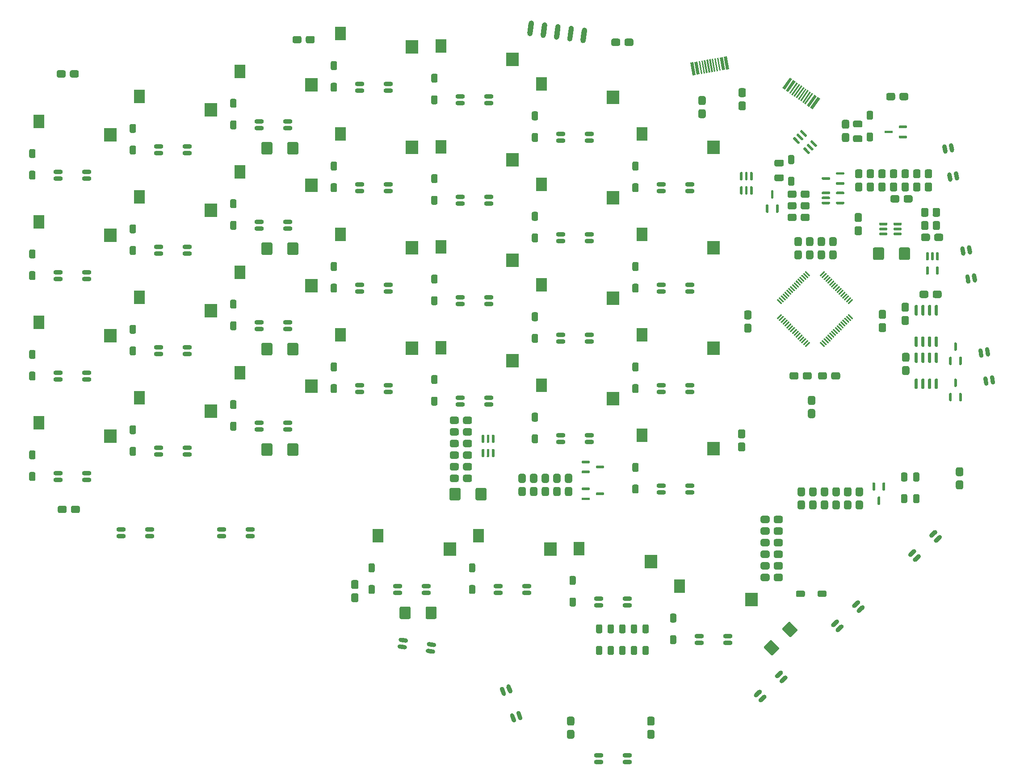
<source format=gbr>
G04 #@! TF.GenerationSoftware,KiCad,Pcbnew,(5.1.9)-1*
G04 #@! TF.CreationDate,2021-04-11T13:56:48+10:00*
G04 #@! TF.ProjectId,Djinn,446a696e-6e2e-46b6-9963-61645f706362,rev?*
G04 #@! TF.SameCoordinates,Original*
G04 #@! TF.FileFunction,Paste,Top*
G04 #@! TF.FilePolarity,Positive*
%FSLAX46Y46*%
G04 Gerber Fmt 4.6, Leading zero omitted, Abs format (unit mm)*
G04 Created by KiCad (PCBNEW (5.1.9)-1) date 2021-04-11 13:56:48*
%MOMM*%
%LPD*%
G01*
G04 APERTURE LIST*
%ADD10O,1.800000X0.820000*%
%ADD11C,0.152400*%
%ADD12R,2.150000X2.500000*%
%ADD13R,2.350000X2.500000*%
G04 APERTURE END LIST*
D10*
X14606000Y-72298000D03*
X14606000Y-73578000D03*
X9206000Y-73578000D03*
X9206000Y-72298000D03*
X33656000Y-72298000D03*
X33656000Y-73578000D03*
X28256000Y-73578000D03*
X28256000Y-72298000D03*
G36*
G01*
X68911504Y-94265513D02*
X68911455Y-94265838D01*
G75*
G02*
X68443880Y-94608729I-405233J62342D01*
G01*
X67475276Y-94459715D01*
G75*
G02*
X67132385Y-93992140I62342J405233D01*
G01*
X67132385Y-93992140D01*
G75*
G02*
X67599960Y-93649249I405233J-62342D01*
G01*
X68568564Y-93798263D01*
G75*
G02*
X68911455Y-94265838I-62342J-405233D01*
G01*
G37*
G36*
G01*
X68716874Y-95530629D02*
X68716825Y-95530954D01*
G75*
G02*
X68249250Y-95873845I-405233J62342D01*
G01*
X67280646Y-95724831D01*
G75*
G02*
X66937755Y-95257256I62342J405233D01*
G01*
X66937755Y-95257256D01*
G75*
G02*
X67405330Y-94914365I405233J-62342D01*
G01*
X68373934Y-95063379D01*
G75*
G02*
X68716825Y-95530954I-62342J-405233D01*
G01*
G37*
G36*
G01*
X63379664Y-94709535D02*
X63379615Y-94709860D01*
G75*
G02*
X62912040Y-95052751I-405233J62342D01*
G01*
X61943436Y-94903737D01*
G75*
G02*
X61600545Y-94436162I62342J405233D01*
G01*
X61600545Y-94436162D01*
G75*
G02*
X62068120Y-94093271I405233J-62342D01*
G01*
X63036724Y-94242285D01*
G75*
G02*
X63379615Y-94709860I-62342J-405233D01*
G01*
G37*
G36*
G01*
X63574294Y-93444419D02*
X63574245Y-93444744D01*
G75*
G02*
X63106670Y-93787635I-405233J62342D01*
G01*
X62138066Y-93638621D01*
G75*
G02*
X61795175Y-93171046I62342J405233D01*
G01*
X61795175Y-93171046D01*
G75*
G02*
X62262750Y-92828155I405233J-62342D01*
G01*
X63231354Y-92977169D01*
G75*
G02*
X63574245Y-93444744I-62342J-405233D01*
G01*
G37*
G36*
G01*
X84993587Y-108447956D02*
X84993292Y-108448067D01*
G75*
G02*
X84465437Y-108208132I-143960J383895D01*
G01*
X84121337Y-107290530D01*
G75*
G02*
X84361272Y-106762675I383895J143960D01*
G01*
X84361272Y-106762675D01*
G75*
G02*
X84889127Y-107002610I143960J-383895D01*
G01*
X85233227Y-107920212D01*
G75*
G02*
X84993292Y-108448067I-383895J-143960D01*
G01*
G37*
G36*
G01*
X83795085Y-108897393D02*
X83794790Y-108897504D01*
G75*
G02*
X83266935Y-108657569I-143960J383895D01*
G01*
X82922835Y-107739967D01*
G75*
G02*
X83162770Y-107212112I383895J143960D01*
G01*
X83162770Y-107212112D01*
G75*
G02*
X83690625Y-107452047I143960J-383895D01*
G01*
X84034725Y-108369649D01*
G75*
G02*
X83794790Y-108897504I-383895J-143960D01*
G01*
G37*
G36*
G01*
X81899023Y-103841214D02*
X81898728Y-103841325D01*
G75*
G02*
X81370873Y-103601390I-143960J383895D01*
G01*
X81026773Y-102683788D01*
G75*
G02*
X81266708Y-102155933I383895J143960D01*
G01*
X81266708Y-102155933D01*
G75*
G02*
X81794563Y-102395868I143960J-383895D01*
G01*
X82138663Y-103313470D01*
G75*
G02*
X81898728Y-103841325I-383895J-143960D01*
G01*
G37*
G36*
G01*
X83097525Y-103391777D02*
X83097230Y-103391888D01*
G75*
G02*
X82569375Y-103151953I-143960J383895D01*
G01*
X82225275Y-102234351D01*
G75*
G02*
X82465210Y-101706496I383895J143960D01*
G01*
X82465210Y-101706496D01*
G75*
G02*
X82993065Y-101946431I143960J-383895D01*
G01*
X83337165Y-102864033D01*
G75*
G02*
X83097230Y-103391888I-383895J-143960D01*
G01*
G37*
X105094000Y-115160000D03*
X105094000Y-116440000D03*
X99694000Y-116440000D03*
X99694000Y-115160000D03*
G36*
G01*
X134546069Y-99184412D02*
X134545871Y-99184195D01*
G75*
G02*
X134518972Y-99763398I-303051J-276152D01*
G01*
X133794606Y-100423468D01*
G75*
G02*
X133215403Y-100396569I-276152J303051D01*
G01*
X133215403Y-100396569D01*
G75*
G02*
X133242302Y-99817366I303051J276152D01*
G01*
X133966668Y-99157296D01*
G75*
G02*
X134545871Y-99184195I276152J-303051D01*
G01*
G37*
G36*
G01*
X135408202Y-100130523D02*
X135408004Y-100130306D01*
G75*
G02*
X135381105Y-100709509I-303051J-276152D01*
G01*
X134656739Y-101369579D01*
G75*
G02*
X134077536Y-101342680I-276152J303051D01*
G01*
X134077536Y-101342680D01*
G75*
G02*
X134104435Y-100763477I303051J276152D01*
G01*
X134828801Y-100103407D01*
G75*
G02*
X135408004Y-100130306I276152J-303051D01*
G01*
G37*
G36*
G01*
X131416795Y-103767648D02*
X131416597Y-103767431D01*
G75*
G02*
X131389698Y-104346634I-303051J-276152D01*
G01*
X130665332Y-105006704D01*
G75*
G02*
X130086129Y-104979805I-276152J303051D01*
G01*
X130086129Y-104979805D01*
G75*
G02*
X130113028Y-104400602I303051J276152D01*
G01*
X130837394Y-103740532D01*
G75*
G02*
X131416597Y-103767431I276152J-303051D01*
G01*
G37*
G36*
G01*
X130554662Y-102821537D02*
X130554464Y-102821320D01*
G75*
G02*
X130527565Y-103400523I-303051J-276152D01*
G01*
X129803199Y-104060593D01*
G75*
G02*
X129223996Y-104033694I-276152J303051D01*
G01*
X129223996Y-104033694D01*
G75*
G02*
X129250895Y-103454491I303051J276152D01*
G01*
X129975261Y-102794421D01*
G75*
G02*
X130554464Y-102821320I276152J-303051D01*
G01*
G37*
G36*
G01*
X149170069Y-85858412D02*
X149169871Y-85858195D01*
G75*
G02*
X149142972Y-86437398I-303051J-276152D01*
G01*
X148418606Y-87097468D01*
G75*
G02*
X147839403Y-87070569I-276152J303051D01*
G01*
X147839403Y-87070569D01*
G75*
G02*
X147866302Y-86491366I303051J276152D01*
G01*
X148590668Y-85831296D01*
G75*
G02*
X149169871Y-85858195I276152J-303051D01*
G01*
G37*
G36*
G01*
X150032202Y-86804523D02*
X150032004Y-86804306D01*
G75*
G02*
X150005105Y-87383509I-303051J-276152D01*
G01*
X149280739Y-88043579D01*
G75*
G02*
X148701536Y-88016680I-276152J303051D01*
G01*
X148701536Y-88016680D01*
G75*
G02*
X148728435Y-87437477I303051J276152D01*
G01*
X149452801Y-86777407D01*
G75*
G02*
X150032004Y-86804306I276152J-303051D01*
G01*
G37*
G36*
G01*
X146040795Y-90441648D02*
X146040597Y-90441431D01*
G75*
G02*
X146013698Y-91020634I-303051J-276152D01*
G01*
X145289332Y-91680704D01*
G75*
G02*
X144710129Y-91653805I-276152J303051D01*
G01*
X144710129Y-91653805D01*
G75*
G02*
X144737028Y-91074602I303051J276152D01*
G01*
X145461394Y-90414532D01*
G75*
G02*
X146040597Y-90441431I276152J-303051D01*
G01*
G37*
G36*
G01*
X145178662Y-89495537D02*
X145178464Y-89495320D01*
G75*
G02*
X145151565Y-90074523I-303051J-276152D01*
G01*
X144427199Y-90734593D01*
G75*
G02*
X143847996Y-90707694I-276152J303051D01*
G01*
X143847996Y-90707694D01*
G75*
G02*
X143874895Y-90128491I303051J276152D01*
G01*
X144599261Y-89468421D01*
G75*
G02*
X145178464Y-89495320I276152J-303051D01*
G01*
G37*
G36*
G01*
X163794069Y-72532412D02*
X163793871Y-72532195D01*
G75*
G02*
X163766972Y-73111398I-303051J-276152D01*
G01*
X163042606Y-73771468D01*
G75*
G02*
X162463403Y-73744569I-276152J303051D01*
G01*
X162463403Y-73744569D01*
G75*
G02*
X162490302Y-73165366I303051J276152D01*
G01*
X163214668Y-72505296D01*
G75*
G02*
X163793871Y-72532195I276152J-303051D01*
G01*
G37*
G36*
G01*
X164656202Y-73478523D02*
X164656004Y-73478306D01*
G75*
G02*
X164629105Y-74057509I-303051J-276152D01*
G01*
X163904739Y-74717579D01*
G75*
G02*
X163325536Y-74690680I-276152J303051D01*
G01*
X163325536Y-74690680D01*
G75*
G02*
X163352435Y-74111477I303051J276152D01*
G01*
X164076801Y-73451407D01*
G75*
G02*
X164656004Y-73478306I276152J-303051D01*
G01*
G37*
G36*
G01*
X160664795Y-77115648D02*
X160664597Y-77115431D01*
G75*
G02*
X160637698Y-77694634I-303051J-276152D01*
G01*
X159913332Y-78354704D01*
G75*
G02*
X159334129Y-78327805I-276152J303051D01*
G01*
X159334129Y-78327805D01*
G75*
G02*
X159361028Y-77748602I303051J276152D01*
G01*
X160085394Y-77088532D01*
G75*
G02*
X160664597Y-77115431I276152J-303051D01*
G01*
G37*
G36*
G01*
X159802662Y-76169537D02*
X159802464Y-76169320D01*
G75*
G02*
X159775565Y-76748523I-303051J-276152D01*
G01*
X159051199Y-77408593D01*
G75*
G02*
X158471996Y-77381694I-276152J303051D01*
G01*
X158471996Y-77381694D01*
G75*
G02*
X158498895Y-76802491I303051J276152D01*
G01*
X159223261Y-76142421D01*
G75*
G02*
X159802464Y-76169320I276152J-303051D01*
G01*
G37*
G36*
G01*
X171988589Y-37952827D02*
X171988589Y-37952827D01*
G75*
G02*
X172463556Y-38285402I71196J-403771D01*
G01*
X172633732Y-39250514D01*
G75*
G02*
X172301157Y-39725481I-403771J-71196D01*
G01*
X172301157Y-39725481D01*
G75*
G02*
X171826190Y-39392906I-71196J403771D01*
G01*
X171656014Y-38427794D01*
G75*
G02*
X171988589Y-37952827I403771J71196D01*
G01*
G37*
G36*
G01*
X173249143Y-37730557D02*
X173249143Y-37730557D01*
G75*
G02*
X173724110Y-38063132I71196J-403771D01*
G01*
X173894286Y-39028244D01*
G75*
G02*
X173561711Y-39503211I-403771J-71196D01*
G01*
X173561711Y-39503211D01*
G75*
G02*
X173086744Y-39170636I-71196J403771D01*
G01*
X172916568Y-38205524D01*
G75*
G02*
X173249143Y-37730557I403771J71196D01*
G01*
G37*
G36*
G01*
X174186843Y-43048519D02*
X174186843Y-43048519D01*
G75*
G02*
X174661810Y-43381094I71196J-403771D01*
G01*
X174831986Y-44346206D01*
G75*
G02*
X174499411Y-44821173I-403771J-71196D01*
G01*
X174499411Y-44821173D01*
G75*
G02*
X174024444Y-44488598I-71196J403771D01*
G01*
X173854268Y-43523486D01*
G75*
G02*
X174186843Y-43048519I403771J71196D01*
G01*
G37*
G36*
G01*
X172926289Y-43270789D02*
X172926289Y-43270789D01*
G75*
G02*
X173401256Y-43603364I71196J-403771D01*
G01*
X173571432Y-44568476D01*
G75*
G02*
X173238857Y-45043443I-403771J-71196D01*
G01*
X173238857Y-45043443D01*
G75*
G02*
X172763890Y-44710868I-71196J403771D01*
G01*
X172593714Y-43745756D01*
G75*
G02*
X172926289Y-43270789I403771J71196D01*
G01*
G37*
G36*
G01*
X168576589Y-18606827D02*
X168576589Y-18606827D01*
G75*
G02*
X169051556Y-18939402I71196J-403771D01*
G01*
X169221732Y-19904514D01*
G75*
G02*
X168889157Y-20379481I-403771J-71196D01*
G01*
X168889157Y-20379481D01*
G75*
G02*
X168414190Y-20046906I-71196J403771D01*
G01*
X168244014Y-19081794D01*
G75*
G02*
X168576589Y-18606827I403771J71196D01*
G01*
G37*
G36*
G01*
X169837143Y-18384557D02*
X169837143Y-18384557D01*
G75*
G02*
X170312110Y-18717132I71196J-403771D01*
G01*
X170482286Y-19682244D01*
G75*
G02*
X170149711Y-20157211I-403771J-71196D01*
G01*
X170149711Y-20157211D01*
G75*
G02*
X169674744Y-19824636I-71196J403771D01*
G01*
X169504568Y-18859524D01*
G75*
G02*
X169837143Y-18384557I403771J71196D01*
G01*
G37*
G36*
G01*
X170774843Y-23702519D02*
X170774843Y-23702519D01*
G75*
G02*
X171249810Y-24035094I71196J-403771D01*
G01*
X171419986Y-25000206D01*
G75*
G02*
X171087411Y-25475173I-403771J-71196D01*
G01*
X171087411Y-25475173D01*
G75*
G02*
X170612444Y-25142598I-71196J403771D01*
G01*
X170442268Y-24177486D01*
G75*
G02*
X170774843Y-23702519I403771J71196D01*
G01*
G37*
G36*
G01*
X169514289Y-23924789D02*
X169514289Y-23924789D01*
G75*
G02*
X169989256Y-24257364I71196J-403771D01*
G01*
X170159432Y-25222476D01*
G75*
G02*
X169826857Y-25697443I-403771J-71196D01*
G01*
X169826857Y-25697443D01*
G75*
G02*
X169351890Y-25364868I-71196J403771D01*
G01*
X169181714Y-24399756D01*
G75*
G02*
X169514289Y-23924789I403771J71196D01*
G01*
G37*
G36*
G01*
X165165589Y740173D02*
X165165589Y740173D01*
G75*
G02*
X165640556Y407598I71196J-403771D01*
G01*
X165810732Y-557514D01*
G75*
G02*
X165478157Y-1032481I-403771J-71196D01*
G01*
X165478157Y-1032481D01*
G75*
G02*
X165003190Y-699906I-71196J403771D01*
G01*
X164833014Y265206D01*
G75*
G02*
X165165589Y740173I403771J71196D01*
G01*
G37*
G36*
G01*
X166426143Y962443D02*
X166426143Y962443D01*
G75*
G02*
X166901110Y629868I71196J-403771D01*
G01*
X167071286Y-335244D01*
G75*
G02*
X166738711Y-810211I-403771J-71196D01*
G01*
X166738711Y-810211D01*
G75*
G02*
X166263744Y-477636I-71196J403771D01*
G01*
X166093568Y487476D01*
G75*
G02*
X166426143Y962443I403771J71196D01*
G01*
G37*
G36*
G01*
X167363843Y-4355519D02*
X167363843Y-4355519D01*
G75*
G02*
X167838810Y-4688094I71196J-403771D01*
G01*
X168008986Y-5653206D01*
G75*
G02*
X167676411Y-6128173I-403771J-71196D01*
G01*
X167676411Y-6128173D01*
G75*
G02*
X167201444Y-5795598I-71196J403771D01*
G01*
X167031268Y-4830486D01*
G75*
G02*
X167363843Y-4355519I403771J71196D01*
G01*
G37*
G36*
G01*
X166103289Y-4577789D02*
X166103289Y-4577789D01*
G75*
G02*
X166578256Y-4910364I71196J-403771D01*
G01*
X166748432Y-5875476D01*
G75*
G02*
X166415857Y-6350443I-403771J-71196D01*
G01*
X166415857Y-6350443D01*
G75*
G02*
X165940890Y-6017868I-71196J403771D01*
G01*
X165770714Y-5052756D01*
G75*
G02*
X166103289Y-4577789I403771J71196D01*
G01*
G37*
X124144000Y-92546000D03*
X124144000Y-93826000D03*
X118744000Y-93826000D03*
X118744000Y-92546000D03*
X105094000Y-85403000D03*
X105094000Y-86683000D03*
X99694000Y-86683000D03*
X99694000Y-85403000D03*
X86044000Y-83021000D03*
X86044000Y-84301000D03*
X80644000Y-84301000D03*
X80644000Y-83021000D03*
X66994000Y-83021000D03*
X66994000Y-84301000D03*
X61594000Y-84301000D03*
X61594000Y-83021000D03*
X117000000Y-63971000D03*
X117000000Y-65251000D03*
X111600000Y-65251000D03*
X111600000Y-63971000D03*
X97950000Y-54446000D03*
X97950000Y-55726000D03*
X92550000Y-55726000D03*
X92550000Y-54446000D03*
X78900000Y-47303000D03*
X78900000Y-48583000D03*
X73500000Y-48583000D03*
X73500000Y-47303000D03*
X59850000Y-44921000D03*
X59850000Y-46201000D03*
X54450000Y-46201000D03*
X54450000Y-44921000D03*
X40800000Y-52065000D03*
X40800000Y-53345000D03*
X35400000Y-53345000D03*
X35400000Y-52065000D03*
X21750000Y-56828000D03*
X21750000Y-58108000D03*
X16350000Y-58108000D03*
X16350000Y-56828000D03*
X2700000Y-61590000D03*
X2700000Y-62870000D03*
X-2700000Y-62870000D03*
X-2700000Y-61590000D03*
X117000000Y-44921000D03*
X117000000Y-46201000D03*
X111600000Y-46201000D03*
X111600000Y-44921000D03*
X97950000Y-35396000D03*
X97950000Y-36676000D03*
X92550000Y-36676000D03*
X92550000Y-35396000D03*
X78900000Y-28252000D03*
X78900000Y-29532000D03*
X73500000Y-29532000D03*
X73500000Y-28252000D03*
X59850000Y-25871000D03*
X59850000Y-27151000D03*
X54450000Y-27151000D03*
X54450000Y-25871000D03*
X40800000Y-33015000D03*
X40800000Y-34295000D03*
X35400000Y-34295000D03*
X35400000Y-33015000D03*
X21750000Y-37777000D03*
X21750000Y-39057000D03*
X16350000Y-39057000D03*
X16350000Y-37777000D03*
X2700000Y-42540000D03*
X2700000Y-43820000D03*
X-2700000Y-43820000D03*
X-2700000Y-42540000D03*
X117000000Y-25871000D03*
X117000000Y-27151000D03*
X111600000Y-27151000D03*
X111600000Y-25871000D03*
X97950000Y-16346000D03*
X97950000Y-17626000D03*
X92550000Y-17626000D03*
X92550000Y-16346000D03*
X78900000Y-9203000D03*
X78900000Y-10483000D03*
X73500000Y-10483000D03*
X73500000Y-9203000D03*
X59850000Y-6821000D03*
X59850000Y-8101000D03*
X54450000Y-8101000D03*
X54450000Y-6821000D03*
X40800000Y-13965000D03*
X40800000Y-15245000D03*
X35400000Y-15245000D03*
X35400000Y-13965000D03*
X21750000Y-18727000D03*
X21750000Y-20007000D03*
X16350000Y-20007000D03*
X16350000Y-18727000D03*
X2700000Y-23490000D03*
X2700000Y-24770000D03*
X-2700000Y-24770000D03*
X-2700000Y-23490000D03*
X117000000Y-6821000D03*
X117000000Y-8101000D03*
X111600000Y-8101000D03*
X111600000Y-6821000D03*
X97950000Y2704000D03*
X97950000Y1424000D03*
X92550000Y1424000D03*
X92550000Y2704000D03*
X78900000Y9848000D03*
X78900000Y8568000D03*
X73500000Y8568000D03*
X73500000Y9848000D03*
X59850000Y12229000D03*
X59850000Y10949000D03*
X54450000Y10949000D03*
X54450000Y12229000D03*
X40800000Y5085000D03*
X40800000Y3805000D03*
X35400000Y3805000D03*
X35400000Y5085000D03*
X21750000Y323000D03*
X21750000Y-957000D03*
X16350000Y-957000D03*
X16350000Y323000D03*
X2700000Y-4440000D03*
X2700000Y-5720000D03*
X-2700000Y-5720000D03*
X-2700000Y-4440000D03*
G36*
G01*
X161876250Y-22420000D02*
X162123750Y-22420000D01*
G75*
G02*
X162247500Y-22543750I0J-123750D01*
G01*
X162247500Y-23856250D01*
G75*
G02*
X162123750Y-23980000I-123750J0D01*
G01*
X161876250Y-23980000D01*
G75*
G02*
X161752500Y-23856250I0J123750D01*
G01*
X161752500Y-22543750D01*
G75*
G02*
X161876250Y-22420000I123750J0D01*
G01*
G37*
G36*
G01*
X163776250Y-22420000D02*
X164023750Y-22420000D01*
G75*
G02*
X164147500Y-22543750I0J-123750D01*
G01*
X164147500Y-23856250D01*
G75*
G02*
X164023750Y-23980000I-123750J0D01*
G01*
X163776250Y-23980000D01*
G75*
G02*
X163652500Y-23856250I0J123750D01*
G01*
X163652500Y-22543750D01*
G75*
G02*
X163776250Y-22420000I123750J0D01*
G01*
G37*
G36*
G01*
X161876250Y-19720000D02*
X162123750Y-19720000D01*
G75*
G02*
X162247500Y-19843750I0J-123750D01*
G01*
X162247500Y-21156250D01*
G75*
G02*
X162123750Y-21280000I-123750J0D01*
G01*
X161876250Y-21280000D01*
G75*
G02*
X161752500Y-21156250I0J123750D01*
G01*
X161752500Y-19843750D01*
G75*
G02*
X161876250Y-19720000I123750J0D01*
G01*
G37*
G36*
G01*
X162826250Y-19720000D02*
X163073750Y-19720000D01*
G75*
G02*
X163197500Y-19843750I0J-123750D01*
G01*
X163197500Y-21156250D01*
G75*
G02*
X163073750Y-21280000I-123750J0D01*
G01*
X162826250Y-21280000D01*
G75*
G02*
X162702500Y-21156250I0J123750D01*
G01*
X162702500Y-19843750D01*
G75*
G02*
X162826250Y-19720000I123750J0D01*
G01*
G37*
G36*
G01*
X163776250Y-19720000D02*
X164023750Y-19720000D01*
G75*
G02*
X164147500Y-19843750I0J-123750D01*
G01*
X164147500Y-21156250D01*
G75*
G02*
X164023750Y-21280000I-123750J0D01*
G01*
X163776250Y-21280000D01*
G75*
G02*
X163652500Y-21156250I0J123750D01*
G01*
X163652500Y-19843750D01*
G75*
G02*
X163776250Y-19720000I123750J0D01*
G01*
G37*
G36*
G01*
X144695000Y-10498750D02*
X144695000Y-10251250D01*
G75*
G02*
X144818750Y-10127500I123750J0D01*
G01*
X146131250Y-10127500D01*
G75*
G02*
X146255000Y-10251250I0J-123750D01*
G01*
X146255000Y-10498750D01*
G75*
G02*
X146131250Y-10622500I-123750J0D01*
G01*
X144818750Y-10622500D01*
G75*
G02*
X144695000Y-10498750I0J123750D01*
G01*
G37*
G36*
G01*
X144695000Y-8598750D02*
X144695000Y-8351250D01*
G75*
G02*
X144818750Y-8227500I123750J0D01*
G01*
X146131250Y-8227500D01*
G75*
G02*
X146255000Y-8351250I0J-123750D01*
G01*
X146255000Y-8598750D01*
G75*
G02*
X146131250Y-8722500I-123750J0D01*
G01*
X144818750Y-8722500D01*
G75*
G02*
X144695000Y-8598750I0J123750D01*
G01*
G37*
G36*
G01*
X141995000Y-10498750D02*
X141995000Y-10251250D01*
G75*
G02*
X142118750Y-10127500I123750J0D01*
G01*
X143431250Y-10127500D01*
G75*
G02*
X143555000Y-10251250I0J-123750D01*
G01*
X143555000Y-10498750D01*
G75*
G02*
X143431250Y-10622500I-123750J0D01*
G01*
X142118750Y-10622500D01*
G75*
G02*
X141995000Y-10498750I0J123750D01*
G01*
G37*
G36*
G01*
X141995000Y-9548750D02*
X141995000Y-9301250D01*
G75*
G02*
X142118750Y-9177500I123750J0D01*
G01*
X143431250Y-9177500D01*
G75*
G02*
X143555000Y-9301250I0J-123750D01*
G01*
X143555000Y-9548750D01*
G75*
G02*
X143431250Y-9672500I-123750J0D01*
G01*
X142118750Y-9672500D01*
G75*
G02*
X141995000Y-9548750I0J123750D01*
G01*
G37*
G36*
G01*
X141995000Y-8598750D02*
X141995000Y-8351250D01*
G75*
G02*
X142118750Y-8227500I123750J0D01*
G01*
X143431250Y-8227500D01*
G75*
G02*
X143555000Y-8351250I0J-123750D01*
G01*
X143555000Y-8598750D01*
G75*
G02*
X143431250Y-8722500I-123750J0D01*
G01*
X142118750Y-8722500D01*
G75*
G02*
X141995000Y-8598750I0J123750D01*
G01*
G37*
G36*
G01*
X99170000Y-60573750D02*
X99170000Y-60326250D01*
G75*
G02*
X99293750Y-60202500I123750J0D01*
G01*
X100606250Y-60202500D01*
G75*
G02*
X100730000Y-60326250I0J-123750D01*
G01*
X100730000Y-60573750D01*
G75*
G02*
X100606250Y-60697500I-123750J0D01*
G01*
X99293750Y-60697500D01*
G75*
G02*
X99170000Y-60573750I0J123750D01*
G01*
G37*
G36*
G01*
X96470000Y-61523750D02*
X96470000Y-61276250D01*
G75*
G02*
X96593750Y-61152500I123750J0D01*
G01*
X97906250Y-61152500D01*
G75*
G02*
X98030000Y-61276250I0J-123750D01*
G01*
X98030000Y-61523750D01*
G75*
G02*
X97906250Y-61647500I-123750J0D01*
G01*
X96593750Y-61647500D01*
G75*
G02*
X96470000Y-61523750I0J123750D01*
G01*
G37*
G36*
G01*
X96470000Y-59623750D02*
X96470000Y-59376250D01*
G75*
G02*
X96593750Y-59252500I123750J0D01*
G01*
X97906250Y-59252500D01*
G75*
G02*
X98030000Y-59376250I0J-123750D01*
G01*
X98030000Y-59623750D01*
G75*
G02*
X97906250Y-59747500I-123750J0D01*
G01*
X96593750Y-59747500D01*
G75*
G02*
X96470000Y-59623750I0J123750D01*
G01*
G37*
G36*
G01*
X99170000Y-65673751D02*
X99170000Y-65426251D01*
G75*
G02*
X99293750Y-65302501I123750J0D01*
G01*
X100606250Y-65302501D01*
G75*
G02*
X100730000Y-65426251I0J-123750D01*
G01*
X100730000Y-65673751D01*
G75*
G02*
X100606250Y-65797501I-123750J0D01*
G01*
X99293750Y-65797501D01*
G75*
G02*
X99170000Y-65673751I0J123750D01*
G01*
G37*
G36*
G01*
X96470000Y-66623751D02*
X96470000Y-66376251D01*
G75*
G02*
X96593750Y-66252501I123750J0D01*
G01*
X97906250Y-66252501D01*
G75*
G02*
X98030000Y-66376251I0J-123750D01*
G01*
X98030000Y-66623751D01*
G75*
G02*
X97906250Y-66747501I-123750J0D01*
G01*
X96593750Y-66747501D01*
G75*
G02*
X96470000Y-66623751I0J123750D01*
G01*
G37*
G36*
G01*
X96470000Y-64723751D02*
X96470000Y-64476251D01*
G75*
G02*
X96593750Y-64352501I123750J0D01*
G01*
X97906250Y-64352501D01*
G75*
G02*
X98030000Y-64476251I0J-123750D01*
G01*
X98030000Y-64723751D01*
G75*
G02*
X97906250Y-64847501I-123750J0D01*
G01*
X96593750Y-64847501D01*
G75*
G02*
X96470000Y-64723751I0J123750D01*
G01*
G37*
G36*
G01*
X143555000Y-5601250D02*
X143555000Y-5848750D01*
G75*
G02*
X143431250Y-5972500I-123750J0D01*
G01*
X142118750Y-5972500D01*
G75*
G02*
X141995000Y-5848750I0J123750D01*
G01*
X141995000Y-5601250D01*
G75*
G02*
X142118750Y-5477500I123750J0D01*
G01*
X143431250Y-5477500D01*
G75*
G02*
X143555000Y-5601250I0J-123750D01*
G01*
G37*
G36*
G01*
X146255000Y-4651250D02*
X146255000Y-4898750D01*
G75*
G02*
X146131250Y-5022500I-123750J0D01*
G01*
X144818750Y-5022500D01*
G75*
G02*
X144695000Y-4898750I0J123750D01*
G01*
X144695000Y-4651250D01*
G75*
G02*
X144818750Y-4527500I123750J0D01*
G01*
X146131250Y-4527500D01*
G75*
G02*
X146255000Y-4651250I0J-123750D01*
G01*
G37*
G36*
G01*
X146255000Y-6551250D02*
X146255000Y-6798750D01*
G75*
G02*
X146131250Y-6922500I-123750J0D01*
G01*
X144818750Y-6922500D01*
G75*
G02*
X144695000Y-6798750I0J123750D01*
G01*
X144695000Y-6551250D01*
G75*
G02*
X144818750Y-6427500I123750J0D01*
G01*
X146131250Y-6427500D01*
G75*
G02*
X146255000Y-6551250I0J-123750D01*
G01*
G37*
G36*
G01*
X132723750Y-9530000D02*
X132476250Y-9530000D01*
G75*
G02*
X132352500Y-9406250I0J123750D01*
G01*
X132352500Y-8093750D01*
G75*
G02*
X132476250Y-7970000I123750J0D01*
G01*
X132723750Y-7970000D01*
G75*
G02*
X132847500Y-8093750I0J-123750D01*
G01*
X132847500Y-9406250D01*
G75*
G02*
X132723750Y-9530000I-123750J0D01*
G01*
G37*
G36*
G01*
X133673750Y-12230000D02*
X133426250Y-12230000D01*
G75*
G02*
X133302500Y-12106250I0J123750D01*
G01*
X133302500Y-10793750D01*
G75*
G02*
X133426250Y-10670000I123750J0D01*
G01*
X133673750Y-10670000D01*
G75*
G02*
X133797500Y-10793750I0J-123750D01*
G01*
X133797500Y-12106250D01*
G75*
G02*
X133673750Y-12230000I-123750J0D01*
G01*
G37*
G36*
G01*
X131773750Y-12230000D02*
X131526250Y-12230000D01*
G75*
G02*
X131402500Y-12106250I0J123750D01*
G01*
X131402500Y-10793750D01*
G75*
G02*
X131526250Y-10670000I123750J0D01*
G01*
X131773750Y-10670000D01*
G75*
G02*
X131897500Y-10793750I0J-123750D01*
G01*
X131897500Y-12106250D01*
G75*
G02*
X131773750Y-12230000I-123750J0D01*
G01*
G37*
G36*
G01*
X152676250Y-66070000D02*
X152923750Y-66070000D01*
G75*
G02*
X153047500Y-66193750I0J-123750D01*
G01*
X153047500Y-67506250D01*
G75*
G02*
X152923750Y-67630000I-123750J0D01*
G01*
X152676250Y-67630000D01*
G75*
G02*
X152552500Y-67506250I0J123750D01*
G01*
X152552500Y-66193750D01*
G75*
G02*
X152676250Y-66070000I123750J0D01*
G01*
G37*
G36*
G01*
X151726250Y-63370000D02*
X151973750Y-63370000D01*
G75*
G02*
X152097500Y-63493750I0J-123750D01*
G01*
X152097500Y-64806250D01*
G75*
G02*
X151973750Y-64930000I-123750J0D01*
G01*
X151726250Y-64930000D01*
G75*
G02*
X151602500Y-64806250I0J123750D01*
G01*
X151602500Y-63493750D01*
G75*
G02*
X151726250Y-63370000I123750J0D01*
G01*
G37*
G36*
G01*
X153626250Y-63370000D02*
X153873750Y-63370000D01*
G75*
G02*
X153997500Y-63493750I0J-123750D01*
G01*
X153997500Y-64806250D01*
G75*
G02*
X153873750Y-64930000I-123750J0D01*
G01*
X153626250Y-64930000D01*
G75*
G02*
X153502500Y-64806250I0J123750D01*
G01*
X153502500Y-63493750D01*
G75*
G02*
X153626250Y-63370000I123750J0D01*
G01*
G37*
G36*
G01*
X167448750Y-45280000D02*
X167201250Y-45280000D01*
G75*
G02*
X167077500Y-45156250I0J123750D01*
G01*
X167077500Y-43843750D01*
G75*
G02*
X167201250Y-43720000I123750J0D01*
G01*
X167448750Y-43720000D01*
G75*
G02*
X167572500Y-43843750I0J-123750D01*
G01*
X167572500Y-45156250D01*
G75*
G02*
X167448750Y-45280000I-123750J0D01*
G01*
G37*
G36*
G01*
X168398750Y-47980000D02*
X168151250Y-47980000D01*
G75*
G02*
X168027500Y-47856250I0J123750D01*
G01*
X168027500Y-46543750D01*
G75*
G02*
X168151250Y-46420000I123750J0D01*
G01*
X168398750Y-46420000D01*
G75*
G02*
X168522500Y-46543750I0J-123750D01*
G01*
X168522500Y-47856250D01*
G75*
G02*
X168398750Y-47980000I-123750J0D01*
G01*
G37*
G36*
G01*
X166498750Y-47980000D02*
X166251250Y-47980000D01*
G75*
G02*
X166127500Y-47856250I0J123750D01*
G01*
X166127500Y-46543750D01*
G75*
G02*
X166251250Y-46420000I123750J0D01*
G01*
X166498750Y-46420000D01*
G75*
G02*
X166622500Y-46543750I0J-123750D01*
G01*
X166622500Y-47856250D01*
G75*
G02*
X166498750Y-47980000I-123750J0D01*
G01*
G37*
G36*
G01*
X167448751Y-38405000D02*
X167201251Y-38405000D01*
G75*
G02*
X167077501Y-38281250I0J123750D01*
G01*
X167077501Y-36968750D01*
G75*
G02*
X167201251Y-36845000I123750J0D01*
G01*
X167448751Y-36845000D01*
G75*
G02*
X167572501Y-36968750I0J-123750D01*
G01*
X167572501Y-38281250D01*
G75*
G02*
X167448751Y-38405000I-123750J0D01*
G01*
G37*
G36*
G01*
X168398751Y-41105000D02*
X168151251Y-41105000D01*
G75*
G02*
X168027501Y-40981250I0J123750D01*
G01*
X168027501Y-39668750D01*
G75*
G02*
X168151251Y-39545000I123750J0D01*
G01*
X168398751Y-39545000D01*
G75*
G02*
X168522501Y-39668750I0J-123750D01*
G01*
X168522501Y-40981250D01*
G75*
G02*
X168398751Y-41105000I-123750J0D01*
G01*
G37*
G36*
G01*
X166498751Y-41105000D02*
X166251251Y-41105000D01*
G75*
G02*
X166127501Y-40981250I0J123750D01*
G01*
X166127501Y-39668750D01*
G75*
G02*
X166251251Y-39545000I123750J0D01*
G01*
X166498751Y-39545000D01*
G75*
G02*
X166622501Y-39668750I0J-123750D01*
G01*
X166622501Y-40981250D01*
G75*
G02*
X166498751Y-41105000I-123750J0D01*
G01*
G37*
G36*
G01*
X155430000Y3223750D02*
X155430000Y2976250D01*
G75*
G02*
X155306250Y2852500I-123750J0D01*
G01*
X153993750Y2852500D01*
G75*
G02*
X153870000Y2976250I0J123750D01*
G01*
X153870000Y3223750D01*
G75*
G02*
X153993750Y3347500I123750J0D01*
G01*
X155306250Y3347500D01*
G75*
G02*
X155430000Y3223750I0J-123750D01*
G01*
G37*
G36*
G01*
X158130000Y4173750D02*
X158130000Y3926250D01*
G75*
G02*
X158006250Y3802500I-123750J0D01*
G01*
X156693750Y3802500D01*
G75*
G02*
X156570000Y3926250I0J123750D01*
G01*
X156570000Y4173750D01*
G75*
G02*
X156693750Y4297500I123750J0D01*
G01*
X158006250Y4297500D01*
G75*
G02*
X158130000Y4173750I0J-123750D01*
G01*
G37*
G36*
G01*
X158130000Y2273750D02*
X158130000Y2026250D01*
G75*
G02*
X158006250Y1902500I-123750J0D01*
G01*
X156693750Y1902500D01*
G75*
G02*
X156570000Y2026250I0J123750D01*
G01*
X156570000Y2273750D01*
G75*
G02*
X156693750Y2397500I123750J0D01*
G01*
X158006250Y2397500D01*
G75*
G02*
X158130000Y2273750I0J-123750D01*
G01*
G37*
G36*
G01*
X138468796Y12692D02*
X138643805Y187701D01*
G75*
G02*
X138818813Y187701I87504J-87504D01*
G01*
X139746890Y-740376D01*
G75*
G02*
X139746890Y-915384I-87504J-87504D01*
G01*
X139571881Y-1090393D01*
G75*
G02*
X139396873Y-1090393I-87504J87504D01*
G01*
X138468796Y-162316D01*
G75*
G02*
X138468796Y12692I87504J87504D01*
G01*
G37*
G36*
G01*
X139140547Y684444D02*
X139315556Y859453D01*
G75*
G02*
X139490564Y859453I87504J-87504D01*
G01*
X140418641Y-68624D01*
G75*
G02*
X140418641Y-243632I-87504J-87504D01*
G01*
X140243632Y-418641D01*
G75*
G02*
X140068624Y-418641I-87504J87504D01*
G01*
X139140547Y509436D01*
G75*
G02*
X139140547Y684444I87504J87504D01*
G01*
G37*
G36*
G01*
X139812299Y1356195D02*
X139987308Y1531204D01*
G75*
G02*
X140162316Y1531204I87504J-87504D01*
G01*
X141090393Y603127D01*
G75*
G02*
X141090393Y428119I-87504J-87504D01*
G01*
X140915384Y253110D01*
G75*
G02*
X140740376Y253110I-87504J87504D01*
G01*
X139812299Y1181187D01*
G75*
G02*
X139812299Y1356195I87504J87504D01*
G01*
G37*
G36*
G01*
X136559607Y1921881D02*
X136734616Y2096890D01*
G75*
G02*
X136909624Y2096890I87504J-87504D01*
G01*
X137837701Y1168813D01*
G75*
G02*
X137837701Y993805I-87504J-87504D01*
G01*
X137662692Y818796D01*
G75*
G02*
X137487684Y818796I-87504J87504D01*
G01*
X136559607Y1746873D01*
G75*
G02*
X136559607Y1921881I87504J87504D01*
G01*
G37*
G36*
G01*
X137231359Y2593632D02*
X137406368Y2768641D01*
G75*
G02*
X137581376Y2768641I87504J-87504D01*
G01*
X138509453Y1840564D01*
G75*
G02*
X138509453Y1665556I-87504J-87504D01*
G01*
X138334444Y1490547D01*
G75*
G02*
X138159436Y1490547I-87504J87504D01*
G01*
X137231359Y2418624D01*
G75*
G02*
X137231359Y2593632I87504J87504D01*
G01*
G37*
G36*
G01*
X137903110Y3265384D02*
X138078119Y3440393D01*
G75*
G02*
X138253127Y3440393I87504J-87504D01*
G01*
X139181204Y2512316D01*
G75*
G02*
X139181204Y2337308I-87504J-87504D01*
G01*
X139006195Y2162299D01*
G75*
G02*
X138831187Y2162299I-87504J87504D01*
G01*
X137903110Y3090376D01*
G75*
G02*
X137903110Y3265384I87504J87504D01*
G01*
G37*
G36*
G01*
X155570000Y-16373750D02*
X155570000Y-16126250D01*
G75*
G02*
X155693750Y-16002500I123750J0D01*
G01*
X157006250Y-16002500D01*
G75*
G02*
X157130000Y-16126250I0J-123750D01*
G01*
X157130000Y-16373750D01*
G75*
G02*
X157006250Y-16497500I-123750J0D01*
G01*
X155693750Y-16497500D01*
G75*
G02*
X155570000Y-16373750I0J123750D01*
G01*
G37*
G36*
G01*
X155570000Y-15423750D02*
X155570000Y-15176250D01*
G75*
G02*
X155693750Y-15052500I123750J0D01*
G01*
X157006250Y-15052500D01*
G75*
G02*
X157130000Y-15176250I0J-123750D01*
G01*
X157130000Y-15423750D01*
G75*
G02*
X157006250Y-15547500I-123750J0D01*
G01*
X155693750Y-15547500D01*
G75*
G02*
X155570000Y-15423750I0J123750D01*
G01*
G37*
G36*
G01*
X155570000Y-14473750D02*
X155570000Y-14226250D01*
G75*
G02*
X155693750Y-14102500I123750J0D01*
G01*
X157006250Y-14102500D01*
G75*
G02*
X157130000Y-14226250I0J-123750D01*
G01*
X157130000Y-14473750D01*
G75*
G02*
X157006250Y-14597500I-123750J0D01*
G01*
X155693750Y-14597500D01*
G75*
G02*
X155570000Y-14473750I0J123750D01*
G01*
G37*
G36*
G01*
X152870000Y-16373750D02*
X152870000Y-16126250D01*
G75*
G02*
X152993750Y-16002500I123750J0D01*
G01*
X154306250Y-16002500D01*
G75*
G02*
X154430000Y-16126250I0J-123750D01*
G01*
X154430000Y-16373750D01*
G75*
G02*
X154306250Y-16497500I-123750J0D01*
G01*
X152993750Y-16497500D01*
G75*
G02*
X152870000Y-16373750I0J123750D01*
G01*
G37*
G36*
G01*
X152870000Y-15423750D02*
X152870000Y-15176250D01*
G75*
G02*
X152993750Y-15052500I123750J0D01*
G01*
X154306250Y-15052500D01*
G75*
G02*
X154430000Y-15176250I0J-123750D01*
G01*
X154430000Y-15423750D01*
G75*
G02*
X154306250Y-15547500I-123750J0D01*
G01*
X152993750Y-15547500D01*
G75*
G02*
X152870000Y-15423750I0J123750D01*
G01*
G37*
G36*
G01*
X152870000Y-14473750D02*
X152870000Y-14226250D01*
G75*
G02*
X152993750Y-14102500I123750J0D01*
G01*
X154306250Y-14102500D01*
G75*
G02*
X154430000Y-14226250I0J-123750D01*
G01*
X154430000Y-14473750D01*
G75*
G02*
X154306250Y-14597500I-123750J0D01*
G01*
X152993750Y-14597500D01*
G75*
G02*
X152870000Y-14473750I0J123750D01*
G01*
G37*
G36*
G01*
X77676250Y-57020000D02*
X77923750Y-57020000D01*
G75*
G02*
X78047500Y-57143750I0J-123750D01*
G01*
X78047500Y-58456250D01*
G75*
G02*
X77923750Y-58580000I-123750J0D01*
G01*
X77676250Y-58580000D01*
G75*
G02*
X77552500Y-58456250I0J123750D01*
G01*
X77552500Y-57143750D01*
G75*
G02*
X77676250Y-57020000I123750J0D01*
G01*
G37*
G36*
G01*
X78626250Y-57020000D02*
X78873750Y-57020000D01*
G75*
G02*
X78997500Y-57143750I0J-123750D01*
G01*
X78997500Y-58456250D01*
G75*
G02*
X78873750Y-58580000I-123750J0D01*
G01*
X78626250Y-58580000D01*
G75*
G02*
X78502500Y-58456250I0J123750D01*
G01*
X78502500Y-57143750D01*
G75*
G02*
X78626250Y-57020000I123750J0D01*
G01*
G37*
G36*
G01*
X79576250Y-57020000D02*
X79823750Y-57020000D01*
G75*
G02*
X79947500Y-57143750I0J-123750D01*
G01*
X79947500Y-58456250D01*
G75*
G02*
X79823750Y-58580000I-123750J0D01*
G01*
X79576250Y-58580000D01*
G75*
G02*
X79452500Y-58456250I0J123750D01*
G01*
X79452500Y-57143750D01*
G75*
G02*
X79576250Y-57020000I123750J0D01*
G01*
G37*
G36*
G01*
X77676250Y-54320000D02*
X77923750Y-54320000D01*
G75*
G02*
X78047500Y-54443750I0J-123750D01*
G01*
X78047500Y-55756250D01*
G75*
G02*
X77923750Y-55880000I-123750J0D01*
G01*
X77676250Y-55880000D01*
G75*
G02*
X77552500Y-55756250I0J123750D01*
G01*
X77552500Y-54443750D01*
G75*
G02*
X77676250Y-54320000I123750J0D01*
G01*
G37*
G36*
G01*
X78626250Y-54320000D02*
X78873750Y-54320000D01*
G75*
G02*
X78997500Y-54443750I0J-123750D01*
G01*
X78997500Y-55756250D01*
G75*
G02*
X78873750Y-55880000I-123750J0D01*
G01*
X78626250Y-55880000D01*
G75*
G02*
X78502500Y-55756250I0J123750D01*
G01*
X78502500Y-54443750D01*
G75*
G02*
X78626250Y-54320000I123750J0D01*
G01*
G37*
G36*
G01*
X79576250Y-54320000D02*
X79823750Y-54320000D01*
G75*
G02*
X79947500Y-54443750I0J-123750D01*
G01*
X79947500Y-55756250D01*
G75*
G02*
X79823750Y-55880000I-123750J0D01*
G01*
X79576250Y-55880000D01*
G75*
G02*
X79452500Y-55756250I0J123750D01*
G01*
X79452500Y-54443750D01*
G75*
G02*
X79576250Y-54320000I123750J0D01*
G01*
G37*
G36*
G01*
X128773750Y-6080000D02*
X128526250Y-6080000D01*
G75*
G02*
X128402500Y-5956250I0J123750D01*
G01*
X128402500Y-4643750D01*
G75*
G02*
X128526250Y-4520000I123750J0D01*
G01*
X128773750Y-4520000D01*
G75*
G02*
X128897500Y-4643750I0J-123750D01*
G01*
X128897500Y-5956250D01*
G75*
G02*
X128773750Y-6080000I-123750J0D01*
G01*
G37*
G36*
G01*
X127823750Y-6080000D02*
X127576250Y-6080000D01*
G75*
G02*
X127452500Y-5956250I0J123750D01*
G01*
X127452500Y-4643750D01*
G75*
G02*
X127576250Y-4520000I123750J0D01*
G01*
X127823750Y-4520000D01*
G75*
G02*
X127947500Y-4643750I0J-123750D01*
G01*
X127947500Y-5956250D01*
G75*
G02*
X127823750Y-6080000I-123750J0D01*
G01*
G37*
G36*
G01*
X126873750Y-6080000D02*
X126626250Y-6080000D01*
G75*
G02*
X126502500Y-5956250I0J123750D01*
G01*
X126502500Y-4643750D01*
G75*
G02*
X126626250Y-4520000I123750J0D01*
G01*
X126873750Y-4520000D01*
G75*
G02*
X126997500Y-4643750I0J-123750D01*
G01*
X126997500Y-5956250D01*
G75*
G02*
X126873750Y-6080000I-123750J0D01*
G01*
G37*
G36*
G01*
X128773750Y-8780000D02*
X128526250Y-8780000D01*
G75*
G02*
X128402500Y-8656250I0J123750D01*
G01*
X128402500Y-7343750D01*
G75*
G02*
X128526250Y-7220000I123750J0D01*
G01*
X128773750Y-7220000D01*
G75*
G02*
X128897500Y-7343750I0J-123750D01*
G01*
X128897500Y-8656250D01*
G75*
G02*
X128773750Y-8780000I-123750J0D01*
G01*
G37*
G36*
G01*
X127823750Y-8780000D02*
X127576250Y-8780000D01*
G75*
G02*
X127452500Y-8656250I0J123750D01*
G01*
X127452500Y-7343750D01*
G75*
G02*
X127576250Y-7220000I123750J0D01*
G01*
X127823750Y-7220000D01*
G75*
G02*
X127947500Y-7343750I0J-123750D01*
G01*
X127947500Y-8656250D01*
G75*
G02*
X127823750Y-8780000I-123750J0D01*
G01*
G37*
G36*
G01*
X126873750Y-8780000D02*
X126626250Y-8780000D01*
G75*
G02*
X126502500Y-8656250I0J123750D01*
G01*
X126502500Y-7343750D01*
G75*
G02*
X126626250Y-7220000I123750J0D01*
G01*
X126873750Y-7220000D01*
G75*
G02*
X126997500Y-7343750I0J-123750D01*
G01*
X126997500Y-8656250D01*
G75*
G02*
X126873750Y-8780000I-123750J0D01*
G01*
G37*
G36*
G01*
X160045000Y-31700001D02*
X159745000Y-31700001D01*
G75*
G02*
X159595000Y-31550001I0J150000D01*
G01*
X159595000Y-29900001D01*
G75*
G02*
X159745000Y-29750001I150000J0D01*
G01*
X160045000Y-29750001D01*
G75*
G02*
X160195000Y-29900001I0J-150000D01*
G01*
X160195000Y-31550001D01*
G75*
G02*
X160045000Y-31700001I-150000J0D01*
G01*
G37*
G36*
G01*
X161315000Y-31700001D02*
X161015000Y-31700001D01*
G75*
G02*
X160865000Y-31550001I0J150000D01*
G01*
X160865000Y-29900001D01*
G75*
G02*
X161015000Y-29750001I150000J0D01*
G01*
X161315000Y-29750001D01*
G75*
G02*
X161465000Y-29900001I0J-150000D01*
G01*
X161465000Y-31550001D01*
G75*
G02*
X161315000Y-31700001I-150000J0D01*
G01*
G37*
G36*
G01*
X162585000Y-31700001D02*
X162285000Y-31700001D01*
G75*
G02*
X162135000Y-31550001I0J150000D01*
G01*
X162135000Y-29900001D01*
G75*
G02*
X162285000Y-29750001I150000J0D01*
G01*
X162585000Y-29750001D01*
G75*
G02*
X162735000Y-29900001I0J-150000D01*
G01*
X162735000Y-31550001D01*
G75*
G02*
X162585000Y-31700001I-150000J0D01*
G01*
G37*
G36*
G01*
X163855000Y-31700001D02*
X163555000Y-31700001D01*
G75*
G02*
X163405000Y-31550001I0J150000D01*
G01*
X163405000Y-29900001D01*
G75*
G02*
X163555000Y-29750001I150000J0D01*
G01*
X163855000Y-29750001D01*
G75*
G02*
X164005000Y-29900001I0J-150000D01*
G01*
X164005000Y-31550001D01*
G75*
G02*
X163855000Y-31700001I-150000J0D01*
G01*
G37*
G36*
G01*
X163855000Y-37650001D02*
X163555000Y-37650001D01*
G75*
G02*
X163405000Y-37500001I0J150000D01*
G01*
X163405000Y-35850001D01*
G75*
G02*
X163555000Y-35700001I150000J0D01*
G01*
X163855000Y-35700001D01*
G75*
G02*
X164005000Y-35850001I0J-150000D01*
G01*
X164005000Y-37500001D01*
G75*
G02*
X163855000Y-37650001I-150000J0D01*
G01*
G37*
G36*
G01*
X162585000Y-37650001D02*
X162285000Y-37650001D01*
G75*
G02*
X162135000Y-37500001I0J150000D01*
G01*
X162135000Y-35850001D01*
G75*
G02*
X162285000Y-35700001I150000J0D01*
G01*
X162585000Y-35700001D01*
G75*
G02*
X162735000Y-35850001I0J-150000D01*
G01*
X162735000Y-37500001D01*
G75*
G02*
X162585000Y-37650001I-150000J0D01*
G01*
G37*
G36*
G01*
X161315000Y-37650001D02*
X161015000Y-37650001D01*
G75*
G02*
X160865000Y-37500001I0J150000D01*
G01*
X160865000Y-35850001D01*
G75*
G02*
X161015000Y-35700001I150000J0D01*
G01*
X161315000Y-35700001D01*
G75*
G02*
X161465000Y-35850001I0J-150000D01*
G01*
X161465000Y-37500001D01*
G75*
G02*
X161315000Y-37650001I-150000J0D01*
G01*
G37*
G36*
G01*
X160045000Y-37650001D02*
X159745000Y-37650001D01*
G75*
G02*
X159595000Y-37500001I0J150000D01*
G01*
X159595000Y-35850001D01*
G75*
G02*
X159745000Y-35700001I150000J0D01*
G01*
X160045000Y-35700001D01*
G75*
G02*
X160195000Y-35850001I0J-150000D01*
G01*
X160195000Y-37500001D01*
G75*
G02*
X160045000Y-37650001I-150000J0D01*
G01*
G37*
G36*
G01*
X160045001Y-40700000D02*
X159745001Y-40700000D01*
G75*
G02*
X159595001Y-40550000I0J150000D01*
G01*
X159595001Y-38900000D01*
G75*
G02*
X159745001Y-38750000I150000J0D01*
G01*
X160045001Y-38750000D01*
G75*
G02*
X160195001Y-38900000I0J-150000D01*
G01*
X160195001Y-40550000D01*
G75*
G02*
X160045001Y-40700000I-150000J0D01*
G01*
G37*
G36*
G01*
X161315001Y-40700000D02*
X161015001Y-40700000D01*
G75*
G02*
X160865001Y-40550000I0J150000D01*
G01*
X160865001Y-38900000D01*
G75*
G02*
X161015001Y-38750000I150000J0D01*
G01*
X161315001Y-38750000D01*
G75*
G02*
X161465001Y-38900000I0J-150000D01*
G01*
X161465001Y-40550000D01*
G75*
G02*
X161315001Y-40700000I-150000J0D01*
G01*
G37*
G36*
G01*
X162585001Y-40700000D02*
X162285001Y-40700000D01*
G75*
G02*
X162135001Y-40550000I0J150000D01*
G01*
X162135001Y-38900000D01*
G75*
G02*
X162285001Y-38750000I150000J0D01*
G01*
X162585001Y-38750000D01*
G75*
G02*
X162735001Y-38900000I0J-150000D01*
G01*
X162735001Y-40550000D01*
G75*
G02*
X162585001Y-40700000I-150000J0D01*
G01*
G37*
G36*
G01*
X163855001Y-40700000D02*
X163555001Y-40700000D01*
G75*
G02*
X163405001Y-40550000I0J150000D01*
G01*
X163405001Y-38900000D01*
G75*
G02*
X163555001Y-38750000I150000J0D01*
G01*
X163855001Y-38750000D01*
G75*
G02*
X164005001Y-38900000I0J-150000D01*
G01*
X164005001Y-40550000D01*
G75*
G02*
X163855001Y-40700000I-150000J0D01*
G01*
G37*
G36*
G01*
X163855001Y-45650000D02*
X163555001Y-45650000D01*
G75*
G02*
X163405001Y-45500000I0J150000D01*
G01*
X163405001Y-43850000D01*
G75*
G02*
X163555001Y-43700000I150000J0D01*
G01*
X163855001Y-43700000D01*
G75*
G02*
X164005001Y-43850000I0J-150000D01*
G01*
X164005001Y-45500000D01*
G75*
G02*
X163855001Y-45650000I-150000J0D01*
G01*
G37*
G36*
G01*
X162585001Y-45650000D02*
X162285001Y-45650000D01*
G75*
G02*
X162135001Y-45500000I0J150000D01*
G01*
X162135001Y-43850000D01*
G75*
G02*
X162285001Y-43700000I150000J0D01*
G01*
X162585001Y-43700000D01*
G75*
G02*
X162735001Y-43850000I0J-150000D01*
G01*
X162735001Y-45500000D01*
G75*
G02*
X162585001Y-45650000I-150000J0D01*
G01*
G37*
G36*
G01*
X161315001Y-45650000D02*
X161015001Y-45650000D01*
G75*
G02*
X160865001Y-45500000I0J150000D01*
G01*
X160865001Y-43850000D01*
G75*
G02*
X161015001Y-43700000I150000J0D01*
G01*
X161315001Y-43700000D01*
G75*
G02*
X161465001Y-43850000I0J-150000D01*
G01*
X161465001Y-45500000D01*
G75*
G02*
X161315001Y-45650000I-150000J0D01*
G01*
G37*
G36*
G01*
X160045001Y-45650000D02*
X159745001Y-45650000D01*
G75*
G02*
X159595001Y-45500000I0J150000D01*
G01*
X159595001Y-43850000D01*
G75*
G02*
X159745001Y-43700000I150000J0D01*
G01*
X160045001Y-43700000D01*
G75*
G02*
X160195001Y-43850000I0J-150000D01*
G01*
X160195001Y-45500000D01*
G75*
G02*
X160045001Y-45650000I-150000J0D01*
G01*
G37*
G36*
G01*
X140413842Y-51175401D02*
X139713842Y-51175401D01*
G75*
G02*
X139363842Y-50825401I0J350000D01*
G01*
X139363842Y-49824401D01*
G75*
G02*
X139713842Y-49474401I350000J0D01*
G01*
X140413842Y-49474401D01*
G75*
G02*
X140763842Y-49824401I0J-350000D01*
G01*
X140763842Y-50825401D01*
G75*
G02*
X140413842Y-51175401I-350000J0D01*
G01*
G37*
G36*
G01*
X140413842Y-48673401D02*
X139713842Y-48673401D01*
G75*
G02*
X139363842Y-48323401I0J350000D01*
G01*
X139363842Y-47322401D01*
G75*
G02*
X139713842Y-46972401I350000J0D01*
G01*
X140413842Y-46972401D01*
G75*
G02*
X140763842Y-47322401I0J-350000D01*
G01*
X140763842Y-48323401D01*
G75*
G02*
X140413842Y-48673401I-350000J0D01*
G01*
G37*
G36*
G01*
X73525001Y-64675000D02*
X73525001Y-66525000D01*
G75*
G02*
X73275001Y-66775000I-250000J0D01*
G01*
X71700001Y-66775000D01*
G75*
G02*
X71450001Y-66525000I0J250000D01*
G01*
X71450001Y-64675000D01*
G75*
G02*
X71700001Y-64425000I250000J0D01*
G01*
X73275001Y-64425000D01*
G75*
G02*
X73525001Y-64675000I0J-250000D01*
G01*
G37*
G36*
G01*
X78450001Y-64675000D02*
X78450001Y-66525000D01*
G75*
G02*
X78200001Y-66775000I-250000J0D01*
G01*
X76625001Y-66775000D01*
G75*
G02*
X76375001Y-66525000I0J250000D01*
G01*
X76375001Y-64675000D01*
G75*
G02*
X76625001Y-64425000I250000J0D01*
G01*
X78200001Y-64425000D01*
G75*
G02*
X78450001Y-64675000I0J-250000D01*
G01*
G37*
G36*
G01*
X150800000Y7101500D02*
X151400000Y7101500D01*
G75*
G02*
X151700000Y6801500I0J-300000D01*
G01*
X151700000Y5700500D01*
G75*
G02*
X151400000Y5400500I-300000J0D01*
G01*
X150800000Y5400500D01*
G75*
G02*
X150500000Y5700500I0J300000D01*
G01*
X150500000Y6801500D01*
G75*
G02*
X150800000Y7101500I300000J0D01*
G01*
G37*
G36*
G01*
X150800000Y2999500D02*
X151400000Y2999500D01*
G75*
G02*
X151700000Y2699500I0J-300000D01*
G01*
X151700000Y1598500D01*
G75*
G02*
X151400000Y1298500I-300000J0D01*
G01*
X150800000Y1298500D01*
G75*
G02*
X150500000Y1598500I0J300000D01*
G01*
X150500000Y2699500D01*
G75*
G02*
X150800000Y2999500I300000J0D01*
G01*
G37*
G36*
G01*
X132538300Y-93353553D02*
X133846447Y-94661700D01*
G75*
G02*
X133846447Y-95015254I-176777J-176777D01*
G01*
X132732754Y-96128947D01*
G75*
G02*
X132379200Y-96128947I-176777J176777D01*
G01*
X131071053Y-94820800D01*
G75*
G02*
X131071053Y-94467246I176777J176777D01*
G01*
X132184746Y-93353553D01*
G75*
G02*
X132538300Y-93353553I176777J-176777D01*
G01*
G37*
G36*
G01*
X136020800Y-89871053D02*
X137328947Y-91179200D01*
G75*
G02*
X137328947Y-91532754I-176777J-176777D01*
G01*
X136215254Y-92646447D01*
G75*
G02*
X135861700Y-92646447I-176777J176777D01*
G01*
X134553553Y-91338300D01*
G75*
G02*
X134553553Y-90984746I176777J176777D01*
G01*
X135667246Y-89871053D01*
G75*
G02*
X136020800Y-89871053I176777J-176777D01*
G01*
G37*
G36*
G01*
X153775000Y-19075000D02*
X153775000Y-20925000D01*
G75*
G02*
X153525000Y-21175000I-250000J0D01*
G01*
X151950000Y-21175000D01*
G75*
G02*
X151700000Y-20925000I0J250000D01*
G01*
X151700000Y-19075000D01*
G75*
G02*
X151950000Y-18825000I250000J0D01*
G01*
X153525000Y-18825000D01*
G75*
G02*
X153775000Y-19075000I0J-250000D01*
G01*
G37*
G36*
G01*
X158700000Y-19075000D02*
X158700000Y-20925000D01*
G75*
G02*
X158450000Y-21175000I-250000J0D01*
G01*
X156875000Y-21175000D01*
G75*
G02*
X156625000Y-20925000I0J250000D01*
G01*
X156625000Y-19075000D01*
G75*
G02*
X156875000Y-18825000I250000J0D01*
G01*
X158450000Y-18825000D01*
G75*
G02*
X158700000Y-19075000I0J-250000D01*
G01*
G37*
G36*
G01*
X92150001Y-65951500D02*
X91450001Y-65951500D01*
G75*
G02*
X91100001Y-65601500I0J350000D01*
G01*
X91100001Y-64600500D01*
G75*
G02*
X91450001Y-64250500I350000J0D01*
G01*
X92150001Y-64250500D01*
G75*
G02*
X92500001Y-64600500I0J-350000D01*
G01*
X92500001Y-65601500D01*
G75*
G02*
X92150001Y-65951500I-350000J0D01*
G01*
G37*
G36*
G01*
X92150001Y-63449500D02*
X91450001Y-63449500D01*
G75*
G02*
X91100001Y-63099500I0J350000D01*
G01*
X91100001Y-62098500D01*
G75*
G02*
X91450001Y-61748500I350000J0D01*
G01*
X92150001Y-61748500D01*
G75*
G02*
X92500001Y-62098500I0J-350000D01*
G01*
X92500001Y-63099500D01*
G75*
G02*
X92150001Y-63449500I-350000J0D01*
G01*
G37*
G36*
G01*
X94350001Y-65951499D02*
X93650001Y-65951499D01*
G75*
G02*
X93300001Y-65601499I0J350000D01*
G01*
X93300001Y-64600499D01*
G75*
G02*
X93650001Y-64250499I350000J0D01*
G01*
X94350001Y-64250499D01*
G75*
G02*
X94700001Y-64600499I0J-350000D01*
G01*
X94700001Y-65601499D01*
G75*
G02*
X94350001Y-65951499I-350000J0D01*
G01*
G37*
G36*
G01*
X94350001Y-63449499D02*
X93650001Y-63449499D01*
G75*
G02*
X93300001Y-63099499I0J350000D01*
G01*
X93300001Y-62098499D01*
G75*
G02*
X93650001Y-61748499I350000J0D01*
G01*
X94350001Y-61748499D01*
G75*
G02*
X94700001Y-62098499I0J-350000D01*
G01*
X94700001Y-63099499D01*
G75*
G02*
X94350001Y-63449499I-350000J0D01*
G01*
G37*
G36*
G01*
X162550000Y-8201500D02*
X161850000Y-8201500D01*
G75*
G02*
X161500000Y-7851500I0J350000D01*
G01*
X161500000Y-6850500D01*
G75*
G02*
X161850000Y-6500500I350000J0D01*
G01*
X162550000Y-6500500D01*
G75*
G02*
X162900000Y-6850500I0J-350000D01*
G01*
X162900000Y-7851500D01*
G75*
G02*
X162550000Y-8201500I-350000J0D01*
G01*
G37*
G36*
G01*
X162550000Y-5699500D02*
X161850000Y-5699500D01*
G75*
G02*
X161500000Y-5349500I0J350000D01*
G01*
X161500000Y-4348500D01*
G75*
G02*
X161850000Y-3998500I350000J0D01*
G01*
X162550000Y-3998500D01*
G75*
G02*
X162900000Y-4348500I0J-350000D01*
G01*
X162900000Y-5349500D01*
G75*
G02*
X162550000Y-5699500I-350000J0D01*
G01*
G37*
G36*
G01*
X75701501Y-51250000D02*
X75701501Y-51950000D01*
G75*
G02*
X75351501Y-52300000I-350000J0D01*
G01*
X74350501Y-52300000D01*
G75*
G02*
X74000501Y-51950000I0J350000D01*
G01*
X74000501Y-51250000D01*
G75*
G02*
X74350501Y-50900000I350000J0D01*
G01*
X75351501Y-50900000D01*
G75*
G02*
X75701501Y-51250000I0J-350000D01*
G01*
G37*
G36*
G01*
X73199501Y-51250000D02*
X73199501Y-51950000D01*
G75*
G02*
X72849501Y-52300000I-350000J0D01*
G01*
X71848501Y-52300000D01*
G75*
G02*
X71498501Y-51950000I0J350000D01*
G01*
X71498501Y-51250000D01*
G75*
G02*
X71848501Y-50900000I350000J0D01*
G01*
X72849501Y-50900000D01*
G75*
G02*
X73199501Y-51250000I0J-350000D01*
G01*
G37*
G36*
G01*
X75701501Y-62250000D02*
X75701501Y-62950000D01*
G75*
G02*
X75351501Y-63300000I-350000J0D01*
G01*
X74350501Y-63300000D01*
G75*
G02*
X74000501Y-62950000I0J350000D01*
G01*
X74000501Y-62250000D01*
G75*
G02*
X74350501Y-61900000I350000J0D01*
G01*
X75351501Y-61900000D01*
G75*
G02*
X75701501Y-62250000I0J-350000D01*
G01*
G37*
G36*
G01*
X73199501Y-62250000D02*
X73199501Y-62950000D01*
G75*
G02*
X72849501Y-63300000I-350000J0D01*
G01*
X71848501Y-63300000D01*
G75*
G02*
X71498501Y-62950000I0J350000D01*
G01*
X71498501Y-62250000D01*
G75*
G02*
X71848501Y-61900000I350000J0D01*
G01*
X72849501Y-61900000D01*
G75*
G02*
X73199501Y-62250000I0J-350000D01*
G01*
G37*
G36*
G01*
X155950000Y-8201501D02*
X155250000Y-8201501D01*
G75*
G02*
X154900000Y-7851501I0J350000D01*
G01*
X154900000Y-6850501D01*
G75*
G02*
X155250000Y-6500501I350000J0D01*
G01*
X155950000Y-6500501D01*
G75*
G02*
X156300000Y-6850501I0J-350000D01*
G01*
X156300000Y-7851501D01*
G75*
G02*
X155950000Y-8201501I-350000J0D01*
G01*
G37*
G36*
G01*
X155950000Y-5699501D02*
X155250000Y-5699501D01*
G75*
G02*
X154900000Y-5349501I0J350000D01*
G01*
X154900000Y-4348501D01*
G75*
G02*
X155250000Y-3998501I350000J0D01*
G01*
X155950000Y-3998501D01*
G75*
G02*
X156300000Y-4348501I0J-350000D01*
G01*
X156300000Y-5349501D01*
G75*
G02*
X155950000Y-5699501I-350000J0D01*
G01*
G37*
G36*
G01*
X87750001Y-65951500D02*
X87050001Y-65951500D01*
G75*
G02*
X86700001Y-65601500I0J350000D01*
G01*
X86700001Y-64600500D01*
G75*
G02*
X87050001Y-64250500I350000J0D01*
G01*
X87750001Y-64250500D01*
G75*
G02*
X88100001Y-64600500I0J-350000D01*
G01*
X88100001Y-65601500D01*
G75*
G02*
X87750001Y-65951500I-350000J0D01*
G01*
G37*
G36*
G01*
X87750001Y-63449500D02*
X87050001Y-63449500D01*
G75*
G02*
X86700001Y-63099500I0J350000D01*
G01*
X86700001Y-62098500D01*
G75*
G02*
X87050001Y-61748500I350000J0D01*
G01*
X87750001Y-61748500D01*
G75*
G02*
X88100001Y-62098500I0J-350000D01*
G01*
X88100001Y-63099500D01*
G75*
G02*
X87750001Y-63449500I-350000J0D01*
G01*
G37*
G36*
G01*
X89950001Y-65951500D02*
X89250001Y-65951500D01*
G75*
G02*
X88900001Y-65601500I0J350000D01*
G01*
X88900001Y-64600500D01*
G75*
G02*
X89250001Y-64250500I350000J0D01*
G01*
X89950001Y-64250500D01*
G75*
G02*
X90300001Y-64600500I0J-350000D01*
G01*
X90300001Y-65601500D01*
G75*
G02*
X89950001Y-65951500I-350000J0D01*
G01*
G37*
G36*
G01*
X89950001Y-63449500D02*
X89250001Y-63449500D01*
G75*
G02*
X88900001Y-63099500I0J350000D01*
G01*
X88900001Y-62098500D01*
G75*
G02*
X89250001Y-61748500I350000J0D01*
G01*
X89950001Y-61748500D01*
G75*
G02*
X90300001Y-62098500I0J-350000D01*
G01*
X90300001Y-63099500D01*
G75*
G02*
X89950001Y-63449500I-350000J0D01*
G01*
G37*
G36*
G01*
X158150000Y-8201500D02*
X157450000Y-8201500D01*
G75*
G02*
X157100000Y-7851500I0J350000D01*
G01*
X157100000Y-6850500D01*
G75*
G02*
X157450000Y-6500500I350000J0D01*
G01*
X158150000Y-6500500D01*
G75*
G02*
X158500000Y-6850500I0J-350000D01*
G01*
X158500000Y-7851500D01*
G75*
G02*
X158150000Y-8201500I-350000J0D01*
G01*
G37*
G36*
G01*
X158150000Y-5699500D02*
X157450000Y-5699500D01*
G75*
G02*
X157100000Y-5349500I0J350000D01*
G01*
X157100000Y-4348500D01*
G75*
G02*
X157450000Y-3998500I350000J0D01*
G01*
X158150000Y-3998500D01*
G75*
G02*
X158500000Y-4348500I0J-350000D01*
G01*
X158500000Y-5349500D01*
G75*
G02*
X158150000Y-5699500I-350000J0D01*
G01*
G37*
G36*
G01*
X85550000Y-65951500D02*
X84850000Y-65951500D01*
G75*
G02*
X84500000Y-65601500I0J350000D01*
G01*
X84500000Y-64600500D01*
G75*
G02*
X84850000Y-64250500I350000J0D01*
G01*
X85550000Y-64250500D01*
G75*
G02*
X85900000Y-64600500I0J-350000D01*
G01*
X85900000Y-65601500D01*
G75*
G02*
X85550000Y-65951500I-350000J0D01*
G01*
G37*
G36*
G01*
X85550000Y-63449500D02*
X84850000Y-63449500D01*
G75*
G02*
X84500000Y-63099500I0J350000D01*
G01*
X84500000Y-62098500D01*
G75*
G02*
X84850000Y-61748500I350000J0D01*
G01*
X85550000Y-61748500D01*
G75*
G02*
X85900000Y-62098500I0J-350000D01*
G01*
X85900000Y-63099500D01*
G75*
G02*
X85550000Y-63449500I-350000J0D01*
G01*
G37*
G36*
G01*
X164050000Y-15501500D02*
X163350000Y-15501500D01*
G75*
G02*
X163000000Y-15151500I0J350000D01*
G01*
X163000000Y-14150500D01*
G75*
G02*
X163350000Y-13800500I350000J0D01*
G01*
X164050000Y-13800500D01*
G75*
G02*
X164400000Y-14150500I0J-350000D01*
G01*
X164400000Y-15151500D01*
G75*
G02*
X164050000Y-15501500I-350000J0D01*
G01*
G37*
G36*
G01*
X164050000Y-12999500D02*
X163350000Y-12999500D01*
G75*
G02*
X163000000Y-12649500I0J350000D01*
G01*
X163000000Y-11648500D01*
G75*
G02*
X163350000Y-11298500I350000J0D01*
G01*
X164050000Y-11298500D01*
G75*
G02*
X164400000Y-11648500I0J-350000D01*
G01*
X164400000Y-12649500D01*
G75*
G02*
X164050000Y-12999500I-350000J0D01*
G01*
G37*
G36*
G01*
X75701501Y-53450001D02*
X75701501Y-54150001D01*
G75*
G02*
X75351501Y-54500001I-350000J0D01*
G01*
X74350501Y-54500001D01*
G75*
G02*
X74000501Y-54150001I0J350000D01*
G01*
X74000501Y-53450001D01*
G75*
G02*
X74350501Y-53100001I350000J0D01*
G01*
X75351501Y-53100001D01*
G75*
G02*
X75701501Y-53450001I0J-350000D01*
G01*
G37*
G36*
G01*
X73199501Y-53450001D02*
X73199501Y-54150001D01*
G75*
G02*
X72849501Y-54500001I-350000J0D01*
G01*
X71848501Y-54500001D01*
G75*
G02*
X71498501Y-54150001I0J350000D01*
G01*
X71498501Y-53450001D01*
G75*
G02*
X71848501Y-53100001I350000J0D01*
G01*
X72849501Y-53100001D01*
G75*
G02*
X73199501Y-53450001I0J-350000D01*
G01*
G37*
G36*
G01*
X75701500Y-60049999D02*
X75701500Y-60749999D01*
G75*
G02*
X75351500Y-61099999I-350000J0D01*
G01*
X74350500Y-61099999D01*
G75*
G02*
X74000500Y-60749999I0J350000D01*
G01*
X74000500Y-60049999D01*
G75*
G02*
X74350500Y-59699999I350000J0D01*
G01*
X75351500Y-59699999D01*
G75*
G02*
X75701500Y-60049999I0J-350000D01*
G01*
G37*
G36*
G01*
X73199500Y-60049999D02*
X73199500Y-60749999D01*
G75*
G02*
X72849500Y-61099999I-350000J0D01*
G01*
X71848500Y-61099999D01*
G75*
G02*
X71498500Y-60749999I0J350000D01*
G01*
X71498500Y-60049999D01*
G75*
G02*
X71848500Y-59699999I350000J0D01*
G01*
X72849500Y-59699999D01*
G75*
G02*
X73199500Y-60049999I0J-350000D01*
G01*
G37*
G36*
G01*
X75701500Y-57850000D02*
X75701500Y-58550000D01*
G75*
G02*
X75351500Y-58900000I-350000J0D01*
G01*
X74350500Y-58900000D01*
G75*
G02*
X74000500Y-58550000I0J350000D01*
G01*
X74000500Y-57850000D01*
G75*
G02*
X74350500Y-57500000I350000J0D01*
G01*
X75351500Y-57500000D01*
G75*
G02*
X75701500Y-57850000I0J-350000D01*
G01*
G37*
G36*
G01*
X73199500Y-57850000D02*
X73199500Y-58550000D01*
G75*
G02*
X72849500Y-58900000I-350000J0D01*
G01*
X71848500Y-58900000D01*
G75*
G02*
X71498500Y-58550000I0J350000D01*
G01*
X71498500Y-57850000D01*
G75*
G02*
X71848500Y-57500000I350000J0D01*
G01*
X72849500Y-57500000D01*
G75*
G02*
X73199500Y-57850000I0J-350000D01*
G01*
G37*
G36*
G01*
X154998499Y-9950000D02*
X154998499Y-9250000D01*
G75*
G02*
X155348499Y-8900000I350000J0D01*
G01*
X156349499Y-8900000D01*
G75*
G02*
X156699499Y-9250000I0J-350000D01*
G01*
X156699499Y-9950000D01*
G75*
G02*
X156349499Y-10300000I-350000J0D01*
G01*
X155348499Y-10300000D01*
G75*
G02*
X154998499Y-9950000I0J350000D01*
G01*
G37*
G36*
G01*
X157500499Y-9950000D02*
X157500499Y-9250000D01*
G75*
G02*
X157850499Y-8900000I350000J0D01*
G01*
X158851499Y-8900000D01*
G75*
G02*
X159201499Y-9250000I0J-350000D01*
G01*
X159201499Y-9950000D01*
G75*
G02*
X158851499Y-10300000I-350000J0D01*
G01*
X157850499Y-10300000D01*
G75*
G02*
X157500499Y-9950000I0J350000D01*
G01*
G37*
G36*
G01*
X161860000Y-15501500D02*
X161160000Y-15501500D01*
G75*
G02*
X160810000Y-15151500I0J350000D01*
G01*
X160810000Y-14150500D01*
G75*
G02*
X161160000Y-13800500I350000J0D01*
G01*
X161860000Y-13800500D01*
G75*
G02*
X162210000Y-14150500I0J-350000D01*
G01*
X162210000Y-15151500D01*
G75*
G02*
X161860000Y-15501500I-350000J0D01*
G01*
G37*
G36*
G01*
X161860000Y-12999500D02*
X161160000Y-12999500D01*
G75*
G02*
X160810000Y-12649500I0J350000D01*
G01*
X160810000Y-11648500D01*
G75*
G02*
X161160000Y-11298500I350000J0D01*
G01*
X161860000Y-11298500D01*
G75*
G02*
X162210000Y-11648500I0J-350000D01*
G01*
X162210000Y-12649500D01*
G75*
G02*
X161860000Y-12999500I-350000J0D01*
G01*
G37*
G36*
G01*
X160498500Y-28050000D02*
X160498500Y-27350000D01*
G75*
G02*
X160848500Y-27000000I350000J0D01*
G01*
X161849500Y-27000000D01*
G75*
G02*
X162199500Y-27350000I0J-350000D01*
G01*
X162199500Y-28050000D01*
G75*
G02*
X161849500Y-28400000I-350000J0D01*
G01*
X160848500Y-28400000D01*
G75*
G02*
X160498500Y-28050000I0J350000D01*
G01*
G37*
G36*
G01*
X163000500Y-28050000D02*
X163000500Y-27350000D01*
G75*
G02*
X163350500Y-27000000I350000J0D01*
G01*
X164351500Y-27000000D01*
G75*
G02*
X164701500Y-27350000I0J-350000D01*
G01*
X164701500Y-28050000D01*
G75*
G02*
X164351500Y-28400000I-350000J0D01*
G01*
X163350500Y-28400000D01*
G75*
G02*
X163000500Y-28050000I0J350000D01*
G01*
G37*
G36*
G01*
X148550000Y-12298500D02*
X149250000Y-12298500D01*
G75*
G02*
X149600000Y-12648500I0J-350000D01*
G01*
X149600000Y-13649500D01*
G75*
G02*
X149250000Y-13999500I-350000J0D01*
G01*
X148550000Y-13999500D01*
G75*
G02*
X148200000Y-13649500I0J350000D01*
G01*
X148200000Y-12648500D01*
G75*
G02*
X148550000Y-12298500I350000J0D01*
G01*
G37*
G36*
G01*
X148550000Y-14800500D02*
X149250000Y-14800500D01*
G75*
G02*
X149600000Y-15150500I0J-350000D01*
G01*
X149600000Y-16151500D01*
G75*
G02*
X149250000Y-16501500I-350000J0D01*
G01*
X148550000Y-16501500D01*
G75*
G02*
X148200000Y-16151500I0J350000D01*
G01*
X148200000Y-15150500D01*
G75*
G02*
X148550000Y-14800500I350000J0D01*
G01*
G37*
G36*
G01*
X75701501Y-55649999D02*
X75701501Y-56349999D01*
G75*
G02*
X75351501Y-56699999I-350000J0D01*
G01*
X74350501Y-56699999D01*
G75*
G02*
X74000501Y-56349999I0J350000D01*
G01*
X74000501Y-55649999D01*
G75*
G02*
X74350501Y-55299999I350000J0D01*
G01*
X75351501Y-55299999D01*
G75*
G02*
X75701501Y-55649999I0J-350000D01*
G01*
G37*
G36*
G01*
X73199501Y-55649999D02*
X73199501Y-56349999D01*
G75*
G02*
X72849501Y-56699999I-350000J0D01*
G01*
X71848501Y-56699999D01*
G75*
G02*
X71498501Y-56349999I0J350000D01*
G01*
X71498501Y-55649999D01*
G75*
G02*
X71848501Y-55299999I350000J0D01*
G01*
X72849501Y-55299999D01*
G75*
G02*
X73199501Y-55649999I0J-350000D01*
G01*
G37*
G36*
G01*
X160798500Y-17250000D02*
X160798500Y-16550000D01*
G75*
G02*
X161148500Y-16200000I350000J0D01*
G01*
X162149500Y-16200000D01*
G75*
G02*
X162499500Y-16550000I0J-350000D01*
G01*
X162499500Y-17250000D01*
G75*
G02*
X162149500Y-17600000I-350000J0D01*
G01*
X161148500Y-17600000D01*
G75*
G02*
X160798500Y-17250000I0J350000D01*
G01*
G37*
G36*
G01*
X163300500Y-17250000D02*
X163300500Y-16550000D01*
G75*
G02*
X163650500Y-16200000I350000J0D01*
G01*
X164651500Y-16200000D01*
G75*
G02*
X165001500Y-16550000I0J-350000D01*
G01*
X165001500Y-17250000D01*
G75*
G02*
X164651500Y-17600000I-350000J0D01*
G01*
X163650500Y-17600000D01*
G75*
G02*
X163300500Y-17250000I0J350000D01*
G01*
G37*
G36*
G01*
X160350000Y-8201500D02*
X159650000Y-8201500D01*
G75*
G02*
X159300000Y-7851500I0J350000D01*
G01*
X159300000Y-6850500D01*
G75*
G02*
X159650000Y-6500500I350000J0D01*
G01*
X160350000Y-6500500D01*
G75*
G02*
X160700000Y-6850500I0J-350000D01*
G01*
X160700000Y-7851500D01*
G75*
G02*
X160350000Y-8201500I-350000J0D01*
G01*
G37*
G36*
G01*
X160350000Y-5699500D02*
X159650000Y-5699500D01*
G75*
G02*
X159300000Y-5349500I0J350000D01*
G01*
X159300000Y-4348500D01*
G75*
G02*
X159650000Y-3998500I350000J0D01*
G01*
X160350000Y-3998500D01*
G75*
G02*
X160700000Y-4348500I0J-350000D01*
G01*
X160700000Y-5349500D01*
G75*
G02*
X160350000Y-5699500I-350000J0D01*
G01*
G37*
G36*
G01*
X151550001Y-8201500D02*
X150850001Y-8201500D01*
G75*
G02*
X150500001Y-7851500I0J350000D01*
G01*
X150500001Y-6850500D01*
G75*
G02*
X150850001Y-6500500I350000J0D01*
G01*
X151550001Y-6500500D01*
G75*
G02*
X151900001Y-6850500I0J-350000D01*
G01*
X151900001Y-7851500D01*
G75*
G02*
X151550001Y-8201500I-350000J0D01*
G01*
G37*
G36*
G01*
X151550001Y-5699500D02*
X150850001Y-5699500D01*
G75*
G02*
X150500001Y-5349500I0J350000D01*
G01*
X150500001Y-4348500D01*
G75*
G02*
X150850001Y-3998500I350000J0D01*
G01*
X151550001Y-3998500D01*
G75*
G02*
X151900001Y-4348500I0J-350000D01*
G01*
X151900001Y-5349500D01*
G75*
G02*
X151550001Y-5699500I-350000J0D01*
G01*
G37*
G36*
G01*
X153750000Y-8201500D02*
X153050000Y-8201500D01*
G75*
G02*
X152700000Y-7851500I0J350000D01*
G01*
X152700000Y-6850500D01*
G75*
G02*
X153050000Y-6500500I350000J0D01*
G01*
X153750000Y-6500500D01*
G75*
G02*
X154100000Y-6850500I0J-350000D01*
G01*
X154100000Y-7851500D01*
G75*
G02*
X153750000Y-8201500I-350000J0D01*
G01*
G37*
G36*
G01*
X153750000Y-5699500D02*
X153050000Y-5699500D01*
G75*
G02*
X152700000Y-5349500I0J350000D01*
G01*
X152700000Y-4348500D01*
G75*
G02*
X153050000Y-3998500I350000J0D01*
G01*
X153750000Y-3998500D01*
G75*
G02*
X154100000Y-4348500I0J-350000D01*
G01*
X154100000Y-5349500D01*
G75*
G02*
X153750000Y-5699500I-350000J0D01*
G01*
G37*
G36*
G01*
X149350000Y-8201500D02*
X148650000Y-8201500D01*
G75*
G02*
X148300000Y-7851500I0J350000D01*
G01*
X148300000Y-6850500D01*
G75*
G02*
X148650000Y-6500500I350000J0D01*
G01*
X149350000Y-6500500D01*
G75*
G02*
X149700000Y-6850500I0J-350000D01*
G01*
X149700000Y-7851500D01*
G75*
G02*
X149350000Y-8201500I-350000J0D01*
G01*
G37*
G36*
G01*
X149350000Y-5699500D02*
X148650000Y-5699500D01*
G75*
G02*
X148300000Y-5349500I0J350000D01*
G01*
X148300000Y-4348500D01*
G75*
G02*
X148650000Y-3998500I350000J0D01*
G01*
X149350000Y-3998500D01*
G75*
G02*
X149700000Y-4348500I0J-350000D01*
G01*
X149700000Y-5349500D01*
G75*
G02*
X149350000Y-5699500I-350000J0D01*
G01*
G37*
G36*
G01*
X167750000Y-60498500D02*
X168450000Y-60498500D01*
G75*
G02*
X168800000Y-60848500I0J-350000D01*
G01*
X168800000Y-61849500D01*
G75*
G02*
X168450000Y-62199500I-350000J0D01*
G01*
X167750000Y-62199500D01*
G75*
G02*
X167400000Y-61849500I0J350000D01*
G01*
X167400000Y-60848500D01*
G75*
G02*
X167750000Y-60498500I350000J0D01*
G01*
G37*
G36*
G01*
X167750000Y-63000500D02*
X168450000Y-63000500D01*
G75*
G02*
X168800000Y-63350500I0J-350000D01*
G01*
X168800000Y-64351500D01*
G75*
G02*
X168450000Y-64701500I-350000J0D01*
G01*
X167750000Y-64701500D01*
G75*
G02*
X167400000Y-64351500I0J350000D01*
G01*
X167400000Y-63350500D01*
G75*
G02*
X167750000Y-63000500I350000J0D01*
G01*
G37*
G36*
G01*
X130398502Y-70750000D02*
X130398502Y-70050000D01*
G75*
G02*
X130748502Y-69700000I350000J0D01*
G01*
X131749502Y-69700000D01*
G75*
G02*
X132099502Y-70050000I0J-350000D01*
G01*
X132099502Y-70750000D01*
G75*
G02*
X131749502Y-71100000I-350000J0D01*
G01*
X130748502Y-71100000D01*
G75*
G02*
X130398502Y-70750000I0J350000D01*
G01*
G37*
G36*
G01*
X132900502Y-70750000D02*
X132900502Y-70050000D01*
G75*
G02*
X133250502Y-69700000I350000J0D01*
G01*
X134251502Y-69700000D01*
G75*
G02*
X134601502Y-70050000I0J-350000D01*
G01*
X134601502Y-70750000D01*
G75*
G02*
X134251502Y-71100000I-350000J0D01*
G01*
X133250502Y-71100000D01*
G75*
G02*
X132900502Y-70750000I0J350000D01*
G01*
G37*
G36*
G01*
X130398501Y-81750000D02*
X130398501Y-81050000D01*
G75*
G02*
X130748501Y-80700000I350000J0D01*
G01*
X131749501Y-80700000D01*
G75*
G02*
X132099501Y-81050000I0J-350000D01*
G01*
X132099501Y-81750000D01*
G75*
G02*
X131749501Y-82100000I-350000J0D01*
G01*
X130748501Y-82100000D01*
G75*
G02*
X130398501Y-81750000I0J350000D01*
G01*
G37*
G36*
G01*
X132900501Y-81750000D02*
X132900501Y-81050000D01*
G75*
G02*
X133250501Y-80700000I350000J0D01*
G01*
X134251501Y-80700000D01*
G75*
G02*
X134601501Y-81050000I0J-350000D01*
G01*
X134601501Y-81750000D01*
G75*
G02*
X134251501Y-82100000I-350000J0D01*
G01*
X133250501Y-82100000D01*
G75*
G02*
X132900501Y-81750000I0J350000D01*
G01*
G37*
G36*
G01*
X140650001Y-68501500D02*
X139950001Y-68501500D01*
G75*
G02*
X139600001Y-68151500I0J350000D01*
G01*
X139600001Y-67150500D01*
G75*
G02*
X139950001Y-66800500I350000J0D01*
G01*
X140650001Y-66800500D01*
G75*
G02*
X141000001Y-67150500I0J-350000D01*
G01*
X141000001Y-68151500D01*
G75*
G02*
X140650001Y-68501500I-350000J0D01*
G01*
G37*
G36*
G01*
X140650001Y-65999500D02*
X139950001Y-65999500D01*
G75*
G02*
X139600001Y-65649500I0J350000D01*
G01*
X139600001Y-64648500D01*
G75*
G02*
X139950001Y-64298500I350000J0D01*
G01*
X140650001Y-64298500D01*
G75*
G02*
X141000001Y-64648500I0J-350000D01*
G01*
X141000001Y-65649500D01*
G75*
G02*
X140650001Y-65999500I-350000J0D01*
G01*
G37*
G36*
G01*
X157550001Y-38798500D02*
X158250001Y-38798500D01*
G75*
G02*
X158600001Y-39148500I0J-350000D01*
G01*
X158600001Y-40149500D01*
G75*
G02*
X158250001Y-40499500I-350000J0D01*
G01*
X157550001Y-40499500D01*
G75*
G02*
X157200001Y-40149500I0J350000D01*
G01*
X157200001Y-39148500D01*
G75*
G02*
X157550001Y-38798500I350000J0D01*
G01*
G37*
G36*
G01*
X157550001Y-41300500D02*
X158250001Y-41300500D01*
G75*
G02*
X158600001Y-41650500I0J-350000D01*
G01*
X158600001Y-42651500D01*
G75*
G02*
X158250001Y-43001500I-350000J0D01*
G01*
X157550001Y-43001500D01*
G75*
G02*
X157200001Y-42651500I0J350000D01*
G01*
X157200001Y-41650500D01*
G75*
G02*
X157550001Y-41300500I350000J0D01*
G01*
G37*
G36*
G01*
X142850001Y-68501500D02*
X142150001Y-68501500D01*
G75*
G02*
X141800001Y-68151500I0J350000D01*
G01*
X141800001Y-67150500D01*
G75*
G02*
X142150001Y-66800500I350000J0D01*
G01*
X142850001Y-66800500D01*
G75*
G02*
X143200001Y-67150500I0J-350000D01*
G01*
X143200001Y-68151500D01*
G75*
G02*
X142850001Y-68501500I-350000J0D01*
G01*
G37*
G36*
G01*
X142850001Y-65999500D02*
X142150001Y-65999500D01*
G75*
G02*
X141800001Y-65649500I0J350000D01*
G01*
X141800001Y-64648500D01*
G75*
G02*
X142150001Y-64298500I350000J0D01*
G01*
X142850001Y-64298500D01*
G75*
G02*
X143200001Y-64648500I0J-350000D01*
G01*
X143200001Y-65649500D01*
G75*
G02*
X142850001Y-65999500I-350000J0D01*
G01*
G37*
G36*
G01*
X138450001Y-68501501D02*
X137750001Y-68501501D01*
G75*
G02*
X137400001Y-68151501I0J350000D01*
G01*
X137400001Y-67150501D01*
G75*
G02*
X137750001Y-66800501I350000J0D01*
G01*
X138450001Y-66800501D01*
G75*
G02*
X138800001Y-67150501I0J-350000D01*
G01*
X138800001Y-68151501D01*
G75*
G02*
X138450001Y-68501501I-350000J0D01*
G01*
G37*
G36*
G01*
X138450001Y-65999501D02*
X137750001Y-65999501D01*
G75*
G02*
X137400001Y-65649501I0J350000D01*
G01*
X137400001Y-64648501D01*
G75*
G02*
X137750001Y-64298501I350000J0D01*
G01*
X138450001Y-64298501D01*
G75*
G02*
X138800001Y-64648501I0J-350000D01*
G01*
X138800001Y-65649501D01*
G75*
G02*
X138450001Y-65999501I-350000J0D01*
G01*
G37*
G36*
G01*
X157450001Y-29298500D02*
X158150001Y-29298500D01*
G75*
G02*
X158500001Y-29648500I0J-350000D01*
G01*
X158500001Y-30649500D01*
G75*
G02*
X158150001Y-30999500I-350000J0D01*
G01*
X157450001Y-30999500D01*
G75*
G02*
X157100001Y-30649500I0J350000D01*
G01*
X157100001Y-29648500D01*
G75*
G02*
X157450001Y-29298500I350000J0D01*
G01*
G37*
G36*
G01*
X157450001Y-31800500D02*
X158150001Y-31800500D01*
G75*
G02*
X158500001Y-32150500I0J-350000D01*
G01*
X158500001Y-33151500D01*
G75*
G02*
X158150001Y-33501500I-350000J0D01*
G01*
X157450001Y-33501500D01*
G75*
G02*
X157100001Y-33151500I0J350000D01*
G01*
X157100001Y-32150500D01*
G75*
G02*
X157450001Y-31800500I350000J0D01*
G01*
G37*
G36*
G01*
X140050000Y-21065340D02*
X139350000Y-21065340D01*
G75*
G02*
X139000000Y-20715340I0J350000D01*
G01*
X139000000Y-19714340D01*
G75*
G02*
X139350000Y-19364340I350000J0D01*
G01*
X140050000Y-19364340D01*
G75*
G02*
X140400000Y-19714340I0J-350000D01*
G01*
X140400000Y-20715340D01*
G75*
G02*
X140050000Y-21065340I-350000J0D01*
G01*
G37*
G36*
G01*
X140050000Y-18563340D02*
X139350000Y-18563340D01*
G75*
G02*
X139000000Y-18213340I0J350000D01*
G01*
X139000000Y-17212340D01*
G75*
G02*
X139350000Y-16862340I350000J0D01*
G01*
X140050000Y-16862340D01*
G75*
G02*
X140400000Y-17212340I0J-350000D01*
G01*
X140400000Y-18213340D01*
G75*
G02*
X140050000Y-18563340I-350000J0D01*
G01*
G37*
G36*
G01*
X142250001Y-21065341D02*
X141550001Y-21065341D01*
G75*
G02*
X141200001Y-20715341I0J350000D01*
G01*
X141200001Y-19714341D01*
G75*
G02*
X141550001Y-19364341I350000J0D01*
G01*
X142250001Y-19364341D01*
G75*
G02*
X142600001Y-19714341I0J-350000D01*
G01*
X142600001Y-20715341D01*
G75*
G02*
X142250001Y-21065341I-350000J0D01*
G01*
G37*
G36*
G01*
X142250001Y-18563341D02*
X141550001Y-18563341D01*
G75*
G02*
X141200001Y-18213341I0J350000D01*
G01*
X141200001Y-17212341D01*
G75*
G02*
X141550001Y-16862341I350000J0D01*
G01*
X142250001Y-16862341D01*
G75*
G02*
X142600001Y-17212341I0J-350000D01*
G01*
X142600001Y-18213341D01*
G75*
G02*
X142250001Y-18563341I-350000J0D01*
G01*
G37*
G36*
G01*
X144450001Y-21065342D02*
X143750001Y-21065342D01*
G75*
G02*
X143400001Y-20715342I0J350000D01*
G01*
X143400001Y-19714342D01*
G75*
G02*
X143750001Y-19364342I350000J0D01*
G01*
X144450001Y-19364342D01*
G75*
G02*
X144800001Y-19714342I0J-350000D01*
G01*
X144800001Y-20715342D01*
G75*
G02*
X144450001Y-21065342I-350000J0D01*
G01*
G37*
G36*
G01*
X144450001Y-18563342D02*
X143750001Y-18563342D01*
G75*
G02*
X143400001Y-18213342I0J350000D01*
G01*
X143400001Y-17212342D01*
G75*
G02*
X143750001Y-16862342I350000J0D01*
G01*
X144450001Y-16862342D01*
G75*
G02*
X144800001Y-17212342I0J-350000D01*
G01*
X144800001Y-18213342D01*
G75*
G02*
X144450001Y-18563342I-350000J0D01*
G01*
G37*
G36*
G01*
X137850000Y-21065342D02*
X137150000Y-21065342D01*
G75*
G02*
X136800000Y-20715342I0J350000D01*
G01*
X136800000Y-19714342D01*
G75*
G02*
X137150000Y-19364342I350000J0D01*
G01*
X137850000Y-19364342D01*
G75*
G02*
X138200000Y-19714342I0J-350000D01*
G01*
X138200000Y-20715342D01*
G75*
G02*
X137850000Y-21065342I-350000J0D01*
G01*
G37*
G36*
G01*
X137850000Y-18563342D02*
X137150000Y-18563342D01*
G75*
G02*
X136800000Y-18213342I0J350000D01*
G01*
X136800000Y-17212342D01*
G75*
G02*
X137150000Y-16862342I350000J0D01*
G01*
X137850000Y-16862342D01*
G75*
G02*
X138200000Y-17212342I0J-350000D01*
G01*
X138200000Y-18213342D01*
G75*
G02*
X137850000Y-18563342I-350000J0D01*
G01*
G37*
G36*
G01*
X141274600Y-43513841D02*
X141274600Y-42813841D01*
G75*
G02*
X141624600Y-42463841I350000J0D01*
G01*
X142625600Y-42463841D01*
G75*
G02*
X142975600Y-42813841I0J-350000D01*
G01*
X142975600Y-43513841D01*
G75*
G02*
X142625600Y-43863841I-350000J0D01*
G01*
X141624600Y-43863841D01*
G75*
G02*
X141274600Y-43513841I0J350000D01*
G01*
G37*
G36*
G01*
X143776600Y-43513841D02*
X143776600Y-42813841D01*
G75*
G02*
X144126600Y-42463841I350000J0D01*
G01*
X145127600Y-42463841D01*
G75*
G02*
X145477600Y-42813841I0J-350000D01*
G01*
X145477600Y-43513841D01*
G75*
G02*
X145127600Y-43863841I-350000J0D01*
G01*
X144126600Y-43863841D01*
G75*
G02*
X143776600Y-43513841I0J350000D01*
G01*
G37*
G36*
G01*
X153126099Y-30662342D02*
X153826099Y-30662342D01*
G75*
G02*
X154176099Y-31012342I0J-350000D01*
G01*
X154176099Y-32013342D01*
G75*
G02*
X153826099Y-32363342I-350000J0D01*
G01*
X153126099Y-32363342D01*
G75*
G02*
X152776099Y-32013342I0J350000D01*
G01*
X152776099Y-31012342D01*
G75*
G02*
X153126099Y-30662342I350000J0D01*
G01*
G37*
G36*
G01*
X153126099Y-33164342D02*
X153826099Y-33164342D01*
G75*
G02*
X154176099Y-33514342I0J-350000D01*
G01*
X154176099Y-34515342D01*
G75*
G02*
X153826099Y-34865342I-350000J0D01*
G01*
X153126099Y-34865342D01*
G75*
G02*
X152776099Y-34515342I0J350000D01*
G01*
X152776099Y-33514342D01*
G75*
G02*
X153126099Y-33164342I350000J0D01*
G01*
G37*
G36*
G01*
X140077600Y-42813841D02*
X140077600Y-43513841D01*
G75*
G02*
X139727600Y-43863841I-350000J0D01*
G01*
X138726600Y-43863841D01*
G75*
G02*
X138376600Y-43513841I0J350000D01*
G01*
X138376600Y-42813841D01*
G75*
G02*
X138726600Y-42463841I350000J0D01*
G01*
X139727600Y-42463841D01*
G75*
G02*
X140077600Y-42813841I0J-350000D01*
G01*
G37*
G36*
G01*
X137575600Y-42813841D02*
X137575600Y-43513841D01*
G75*
G02*
X137225600Y-43863841I-350000J0D01*
G01*
X136224600Y-43863841D01*
G75*
G02*
X135874600Y-43513841I0J350000D01*
G01*
X135874600Y-42813841D01*
G75*
G02*
X136224600Y-42463841I350000J0D01*
G01*
X137225600Y-42463841D01*
G75*
G02*
X137575600Y-42813841I0J-350000D01*
G01*
G37*
G36*
G01*
X127626100Y-30762343D02*
X128326100Y-30762343D01*
G75*
G02*
X128676100Y-31112343I0J-350000D01*
G01*
X128676100Y-32113343D01*
G75*
G02*
X128326100Y-32463343I-350000J0D01*
G01*
X127626100Y-32463343D01*
G75*
G02*
X127276100Y-32113343I0J350000D01*
G01*
X127276100Y-31112343D01*
G75*
G02*
X127626100Y-30762343I350000J0D01*
G01*
G37*
G36*
G01*
X127626100Y-33264343D02*
X128326100Y-33264343D01*
G75*
G02*
X128676100Y-33614343I0J-350000D01*
G01*
X128676100Y-34615343D01*
G75*
G02*
X128326100Y-34965343I-350000J0D01*
G01*
X127626100Y-34965343D01*
G75*
G02*
X127276100Y-34615343I0J350000D01*
G01*
X127276100Y-33614343D01*
G75*
G02*
X127626100Y-33264343I350000J0D01*
G01*
G37*
G36*
G01*
X130398500Y-79550000D02*
X130398500Y-78850000D01*
G75*
G02*
X130748500Y-78500000I350000J0D01*
G01*
X131749500Y-78500000D01*
G75*
G02*
X132099500Y-78850000I0J-350000D01*
G01*
X132099500Y-79550000D01*
G75*
G02*
X131749500Y-79900000I-350000J0D01*
G01*
X130748500Y-79900000D01*
G75*
G02*
X130398500Y-79550000I0J350000D01*
G01*
G37*
G36*
G01*
X132900500Y-79550000D02*
X132900500Y-78850000D01*
G75*
G02*
X133250500Y-78500000I350000J0D01*
G01*
X134251500Y-78500000D01*
G75*
G02*
X134601500Y-78850000I0J-350000D01*
G01*
X134601500Y-79550000D01*
G75*
G02*
X134251500Y-79900000I-350000J0D01*
G01*
X133250500Y-79900000D01*
G75*
G02*
X132900500Y-79550000I0J350000D01*
G01*
G37*
G36*
G01*
X130398502Y-72950000D02*
X130398502Y-72250000D01*
G75*
G02*
X130748502Y-71900000I350000J0D01*
G01*
X131749502Y-71900000D01*
G75*
G02*
X132099502Y-72250000I0J-350000D01*
G01*
X132099502Y-72950000D01*
G75*
G02*
X131749502Y-73300000I-350000J0D01*
G01*
X130748502Y-73300000D01*
G75*
G02*
X130398502Y-72950000I0J350000D01*
G01*
G37*
G36*
G01*
X132900502Y-72950000D02*
X132900502Y-72250000D01*
G75*
G02*
X133250502Y-71900000I350000J0D01*
G01*
X134251502Y-71900000D01*
G75*
G02*
X134601502Y-72250000I0J-350000D01*
G01*
X134601502Y-72950000D01*
G75*
G02*
X134251502Y-73300000I-350000J0D01*
G01*
X133250502Y-73300000D01*
G75*
G02*
X132900502Y-72950000I0J350000D01*
G01*
G37*
G36*
G01*
X130398501Y-77350000D02*
X130398501Y-76650000D01*
G75*
G02*
X130748501Y-76300000I350000J0D01*
G01*
X131749501Y-76300000D01*
G75*
G02*
X132099501Y-76650000I0J-350000D01*
G01*
X132099501Y-77350000D01*
G75*
G02*
X131749501Y-77700000I-350000J0D01*
G01*
X130748501Y-77700000D01*
G75*
G02*
X130398501Y-77350000I0J350000D01*
G01*
G37*
G36*
G01*
X132900501Y-77350000D02*
X132900501Y-76650000D01*
G75*
G02*
X133250501Y-76300000I350000J0D01*
G01*
X134251501Y-76300000D01*
G75*
G02*
X134601501Y-76650000I0J-350000D01*
G01*
X134601501Y-77350000D01*
G75*
G02*
X134251501Y-77700000I-350000J0D01*
G01*
X133250501Y-77700000D01*
G75*
G02*
X132900501Y-77350000I0J350000D01*
G01*
G37*
G36*
G01*
X130398500Y-75150001D02*
X130398500Y-74450001D01*
G75*
G02*
X130748500Y-74100001I350000J0D01*
G01*
X131749500Y-74100001D01*
G75*
G02*
X132099500Y-74450001I0J-350000D01*
G01*
X132099500Y-75150001D01*
G75*
G02*
X131749500Y-75500001I-350000J0D01*
G01*
X130748500Y-75500001D01*
G75*
G02*
X130398500Y-75150001I0J350000D01*
G01*
G37*
G36*
G01*
X132900500Y-75150001D02*
X132900500Y-74450001D01*
G75*
G02*
X133250500Y-74100001I350000J0D01*
G01*
X134251500Y-74100001D01*
G75*
G02*
X134601500Y-74450001I0J-350000D01*
G01*
X134601500Y-75150001D01*
G75*
G02*
X134251500Y-75500001I-350000J0D01*
G01*
X133250500Y-75500001D01*
G75*
G02*
X132900500Y-75150001I0J350000D01*
G01*
G37*
G36*
G01*
X149450001Y-68501500D02*
X148750001Y-68501500D01*
G75*
G02*
X148400001Y-68151500I0J350000D01*
G01*
X148400001Y-67150500D01*
G75*
G02*
X148750001Y-66800500I350000J0D01*
G01*
X149450001Y-66800500D01*
G75*
G02*
X149800001Y-67150500I0J-350000D01*
G01*
X149800001Y-68151500D01*
G75*
G02*
X149450001Y-68501500I-350000J0D01*
G01*
G37*
G36*
G01*
X149450001Y-65999500D02*
X148750001Y-65999500D01*
G75*
G02*
X148400001Y-65649500I0J350000D01*
G01*
X148400001Y-64648500D01*
G75*
G02*
X148750001Y-64298500I350000J0D01*
G01*
X149450001Y-64298500D01*
G75*
G02*
X149800001Y-64648500I0J-350000D01*
G01*
X149800001Y-65649500D01*
G75*
G02*
X149450001Y-65999500I-350000J0D01*
G01*
G37*
G36*
G01*
X147250001Y-68501501D02*
X146550001Y-68501501D01*
G75*
G02*
X146200001Y-68151501I0J350000D01*
G01*
X146200001Y-67150501D01*
G75*
G02*
X146550001Y-66800501I350000J0D01*
G01*
X147250001Y-66800501D01*
G75*
G02*
X147600001Y-67150501I0J-350000D01*
G01*
X147600001Y-68151501D01*
G75*
G02*
X147250001Y-68501501I-350000J0D01*
G01*
G37*
G36*
G01*
X147250001Y-65999501D02*
X146550001Y-65999501D01*
G75*
G02*
X146200001Y-65649501I0J350000D01*
G01*
X146200001Y-64648501D01*
G75*
G02*
X146550001Y-64298501I350000J0D01*
G01*
X147250001Y-64298501D01*
G75*
G02*
X147600001Y-64648501I0J-350000D01*
G01*
X147600001Y-65649501D01*
G75*
G02*
X147250001Y-65999501I-350000J0D01*
G01*
G37*
G36*
G01*
X145050000Y-68501500D02*
X144350000Y-68501500D01*
G75*
G02*
X144000000Y-68151500I0J350000D01*
G01*
X144000000Y-67150500D01*
G75*
G02*
X144350000Y-66800500I350000J0D01*
G01*
X145050000Y-66800500D01*
G75*
G02*
X145400000Y-67150500I0J-350000D01*
G01*
X145400000Y-68151500D01*
G75*
G02*
X145050000Y-68501500I-350000J0D01*
G01*
G37*
G36*
G01*
X145050000Y-65999500D02*
X144350000Y-65999500D01*
G75*
G02*
X144000000Y-65649500I0J350000D01*
G01*
X144000000Y-64648500D01*
G75*
G02*
X144350000Y-64298500I350000J0D01*
G01*
X145050000Y-64298500D01*
G75*
G02*
X145400000Y-64648500I0J-350000D01*
G01*
X145400000Y-65649500D01*
G75*
G02*
X145050000Y-65999500I-350000J0D01*
G01*
G37*
G36*
G01*
X135498500Y-13450000D02*
X135498500Y-12750000D01*
G75*
G02*
X135848500Y-12400000I350000J0D01*
G01*
X136849500Y-12400000D01*
G75*
G02*
X137199500Y-12750000I0J-350000D01*
G01*
X137199500Y-13450000D01*
G75*
G02*
X136849500Y-13800000I-350000J0D01*
G01*
X135848500Y-13800000D01*
G75*
G02*
X135498500Y-13450000I0J350000D01*
G01*
G37*
G36*
G01*
X138000500Y-13450000D02*
X138000500Y-12750000D01*
G75*
G02*
X138350500Y-12400000I350000J0D01*
G01*
X139351500Y-12400000D01*
G75*
G02*
X139701500Y-12750000I0J-350000D01*
G01*
X139701500Y-13450000D01*
G75*
G02*
X139351500Y-13800000I-350000J0D01*
G01*
X138350500Y-13800000D01*
G75*
G02*
X138000500Y-13450000I0J350000D01*
G01*
G37*
G36*
G01*
X135498501Y-11250000D02*
X135498501Y-10550000D01*
G75*
G02*
X135848501Y-10200000I350000J0D01*
G01*
X136849501Y-10200000D01*
G75*
G02*
X137199501Y-10550000I0J-350000D01*
G01*
X137199501Y-11250000D01*
G75*
G02*
X136849501Y-11600000I-350000J0D01*
G01*
X135848501Y-11600000D01*
G75*
G02*
X135498501Y-11250000I0J350000D01*
G01*
G37*
G36*
G01*
X138000501Y-11250000D02*
X138000501Y-10550000D01*
G75*
G02*
X138350501Y-10200000I350000J0D01*
G01*
X139351501Y-10200000D01*
G75*
G02*
X139701501Y-10550000I0J-350000D01*
G01*
X139701501Y-11250000D01*
G75*
G02*
X139351501Y-11600000I-350000J0D01*
G01*
X138350501Y-11600000D01*
G75*
G02*
X138000501Y-11250000I0J350000D01*
G01*
G37*
G36*
G01*
X135498501Y-9050000D02*
X135498501Y-8350000D01*
G75*
G02*
X135848501Y-8000000I350000J0D01*
G01*
X136849501Y-8000000D01*
G75*
G02*
X137199501Y-8350000I0J-350000D01*
G01*
X137199501Y-9050000D01*
G75*
G02*
X136849501Y-9400000I-350000J0D01*
G01*
X135848501Y-9400000D01*
G75*
G02*
X135498501Y-9050000I0J350000D01*
G01*
G37*
G36*
G01*
X138000501Y-9050000D02*
X138000501Y-8350000D01*
G75*
G02*
X138350501Y-8000000I350000J0D01*
G01*
X139351501Y-8000000D01*
G75*
G02*
X139701501Y-8350000I0J-350000D01*
G01*
X139701501Y-9050000D01*
G75*
G02*
X139351501Y-9400000I-350000J0D01*
G01*
X138350501Y-9400000D01*
G75*
G02*
X138000501Y-9050000I0J350000D01*
G01*
G37*
G36*
G01*
X137098500Y-84800000D02*
X137098500Y-84200000D01*
G75*
G02*
X137398500Y-83900000I300000J0D01*
G01*
X138499500Y-83900000D01*
G75*
G02*
X138799500Y-84200000I0J-300000D01*
G01*
X138799500Y-84800000D01*
G75*
G02*
X138499500Y-85100000I-300000J0D01*
G01*
X137398500Y-85100000D01*
G75*
G02*
X137098500Y-84800000I0J300000D01*
G01*
G37*
G36*
G01*
X141200500Y-84800000D02*
X141200500Y-84200000D01*
G75*
G02*
X141500500Y-83900000I300000J0D01*
G01*
X142601500Y-83900000D01*
G75*
G02*
X142901500Y-84200000I0J-300000D01*
G01*
X142901500Y-84800000D01*
G75*
G02*
X142601500Y-85100000I-300000J0D01*
G01*
X141500500Y-85100000D01*
G75*
G02*
X141200500Y-84800000I0J300000D01*
G01*
G37*
G36*
G01*
X160200000Y-67301499D02*
X159600000Y-67301499D01*
G75*
G02*
X159300000Y-67001499I0J300000D01*
G01*
X159300000Y-65900499D01*
G75*
G02*
X159600000Y-65600499I300000J0D01*
G01*
X160200000Y-65600499D01*
G75*
G02*
X160500000Y-65900499I0J-300000D01*
G01*
X160500000Y-67001499D01*
G75*
G02*
X160200000Y-67301499I-300000J0D01*
G01*
G37*
G36*
G01*
X160200000Y-63199499D02*
X159600000Y-63199499D01*
G75*
G02*
X159300000Y-62899499I0J300000D01*
G01*
X159300000Y-61798499D01*
G75*
G02*
X159600000Y-61498499I300000J0D01*
G01*
X160200000Y-61498499D01*
G75*
G02*
X160500000Y-61798499I0J-300000D01*
G01*
X160500000Y-62899499D01*
G75*
G02*
X160200000Y-63199499I-300000J0D01*
G01*
G37*
G36*
G01*
X157900000Y-67301499D02*
X157300000Y-67301499D01*
G75*
G02*
X157000000Y-67001499I0J300000D01*
G01*
X157000000Y-65900499D01*
G75*
G02*
X157300000Y-65600499I300000J0D01*
G01*
X157900000Y-65600499D01*
G75*
G02*
X158200000Y-65900499I0J-300000D01*
G01*
X158200000Y-67001499D01*
G75*
G02*
X157900000Y-67301499I-300000J0D01*
G01*
G37*
G36*
G01*
X157900000Y-63199499D02*
X157300000Y-63199499D01*
G75*
G02*
X157000000Y-62899499I0J300000D01*
G01*
X157000000Y-61798499D01*
G75*
G02*
X157300000Y-61498499I300000J0D01*
G01*
X157900000Y-61498499D01*
G75*
G02*
X158200000Y-61798499I0J-300000D01*
G01*
X158200000Y-62899499D01*
G75*
G02*
X157900000Y-63199499I-300000J0D01*
G01*
G37*
G36*
G01*
X134525000Y-6225000D02*
X133275000Y-6225000D01*
G75*
G02*
X133025000Y-5975000I0J250000D01*
G01*
X133025000Y-5225000D01*
G75*
G02*
X133275000Y-4975000I250000J0D01*
G01*
X134525000Y-4975000D01*
G75*
G02*
X134775000Y-5225000I0J-250000D01*
G01*
X134775000Y-5975000D01*
G75*
G02*
X134525000Y-6225000I-250000J0D01*
G01*
G37*
G36*
G01*
X134525000Y-3425000D02*
X133275000Y-3425000D01*
G75*
G02*
X133025000Y-3175000I0J250000D01*
G01*
X133025000Y-2425000D01*
G75*
G02*
X133275000Y-2175000I250000J0D01*
G01*
X134525000Y-2175000D01*
G75*
G02*
X134775000Y-2425000I0J-250000D01*
G01*
X134775000Y-3175000D01*
G75*
G02*
X134525000Y-3425000I-250000J0D01*
G01*
G37*
G36*
G01*
X136500001Y-7101500D02*
X135900001Y-7101500D01*
G75*
G02*
X135600001Y-6801500I0J300000D01*
G01*
X135600001Y-5700500D01*
G75*
G02*
X135900001Y-5400500I300000J0D01*
G01*
X136500001Y-5400500D01*
G75*
G02*
X136800001Y-5700500I0J-300000D01*
G01*
X136800001Y-6801500D01*
G75*
G02*
X136500001Y-7101500I-300000J0D01*
G01*
G37*
G36*
G01*
X136500001Y-2999500D02*
X135900001Y-2999500D01*
G75*
G02*
X135600001Y-2699500I0J300000D01*
G01*
X135600001Y-1598500D01*
G75*
G02*
X135900001Y-1298500I300000J0D01*
G01*
X136500001Y-1298500D01*
G75*
G02*
X136800001Y-1598500I0J-300000D01*
G01*
X136800001Y-2699500D01*
G75*
G02*
X136500001Y-2999500I-300000J0D01*
G01*
G37*
G36*
G01*
X119650000Y5698500D02*
X118950000Y5698500D01*
G75*
G02*
X118600000Y6048500I0J350000D01*
G01*
X118600000Y7049500D01*
G75*
G02*
X118950000Y7399500I350000J0D01*
G01*
X119650000Y7399500D01*
G75*
G02*
X120000000Y7049500I0J-350000D01*
G01*
X120000000Y6048500D01*
G75*
G02*
X119650000Y5698500I-350000J0D01*
G01*
G37*
G36*
G01*
X119650000Y8200500D02*
X118950000Y8200500D01*
G75*
G02*
X118600000Y8550500I0J350000D01*
G01*
X118600000Y9551500D01*
G75*
G02*
X118950000Y9901500I350000J0D01*
G01*
X119650000Y9901500D01*
G75*
G02*
X120000000Y9551500I0J-350000D01*
G01*
X120000000Y8550500D01*
G75*
G02*
X119650000Y8200500I-350000J0D01*
G01*
G37*
G36*
G01*
X148175001Y5225000D02*
X149425001Y5225000D01*
G75*
G02*
X149675001Y4975000I0J-250000D01*
G01*
X149675001Y4225000D01*
G75*
G02*
X149425001Y3975000I-250000J0D01*
G01*
X148175001Y3975000D01*
G75*
G02*
X147925001Y4225000I0J250000D01*
G01*
X147925001Y4975000D01*
G75*
G02*
X148175001Y5225000I250000J0D01*
G01*
G37*
G36*
G01*
X148175001Y2425000D02*
X149425001Y2425000D01*
G75*
G02*
X149675001Y2175000I0J-250000D01*
G01*
X149675001Y1425000D01*
G75*
G02*
X149425001Y1175000I-250000J0D01*
G01*
X148175001Y1175000D01*
G75*
G02*
X147925001Y1425000I0J250000D01*
G01*
X147925001Y2175000D01*
G75*
G02*
X148175001Y2425000I250000J0D01*
G01*
G37*
G36*
G01*
X146150001Y5401500D02*
X146850001Y5401500D01*
G75*
G02*
X147200001Y5051500I0J-350000D01*
G01*
X147200001Y4050500D01*
G75*
G02*
X146850001Y3700500I-350000J0D01*
G01*
X146150001Y3700500D01*
G75*
G02*
X145800001Y4050500I0J350000D01*
G01*
X145800001Y5051500D01*
G75*
G02*
X146150001Y5401500I350000J0D01*
G01*
G37*
G36*
G01*
X146150001Y2899500D02*
X146850001Y2899500D01*
G75*
G02*
X147200001Y2549500I0J-350000D01*
G01*
X147200001Y1548500D01*
G75*
G02*
X146850001Y1198500I-350000J0D01*
G01*
X146150001Y1198500D01*
G75*
G02*
X145800001Y1548500I0J350000D01*
G01*
X145800001Y2549500D01*
G75*
G02*
X146150001Y2899500I350000J0D01*
G01*
G37*
G36*
G01*
X126450000Y-53298499D02*
X127150000Y-53298499D01*
G75*
G02*
X127500000Y-53648499I0J-350000D01*
G01*
X127500000Y-54649499D01*
G75*
G02*
X127150000Y-54999499I-350000J0D01*
G01*
X126450000Y-54999499D01*
G75*
G02*
X126100000Y-54649499I0J350000D01*
G01*
X126100000Y-53648499D01*
G75*
G02*
X126450000Y-53298499I350000J0D01*
G01*
G37*
G36*
G01*
X126450000Y-55800499D02*
X127150000Y-55800499D01*
G75*
G02*
X127500000Y-56150499I0J-350000D01*
G01*
X127500000Y-57151499D01*
G75*
G02*
X127150000Y-57501499I-350000J0D01*
G01*
X126450000Y-57501499D01*
G75*
G02*
X126100000Y-57151499I0J350000D01*
G01*
X126100000Y-56150499D01*
G75*
G02*
X126450000Y-55800499I350000J0D01*
G01*
G37*
G36*
G01*
X106301500Y20450001D02*
X106301500Y19750001D01*
G75*
G02*
X105951500Y19400001I-350000J0D01*
G01*
X104950500Y19400001D01*
G75*
G02*
X104600500Y19750001I0J350000D01*
G01*
X104600500Y20450001D01*
G75*
G02*
X104950500Y20800001I350000J0D01*
G01*
X105951500Y20800001D01*
G75*
G02*
X106301500Y20450001I0J-350000D01*
G01*
G37*
G36*
G01*
X103799500Y20450001D02*
X103799500Y19750001D01*
G75*
G02*
X103449500Y19400001I-350000J0D01*
G01*
X102448500Y19400001D01*
G75*
G02*
X102098500Y19750001I0J350000D01*
G01*
X102098500Y20450001D01*
G75*
G02*
X102448500Y20800001I350000J0D01*
G01*
X103449500Y20800001D01*
G75*
G02*
X103799500Y20450001I0J-350000D01*
G01*
G37*
G36*
G01*
X126550000Y11401500D02*
X127250000Y11401500D01*
G75*
G02*
X127600000Y11051500I0J-350000D01*
G01*
X127600000Y10050500D01*
G75*
G02*
X127250000Y9700500I-350000J0D01*
G01*
X126550000Y9700500D01*
G75*
G02*
X126200000Y10050500I0J350000D01*
G01*
X126200000Y11051500D01*
G75*
G02*
X126550000Y11401500I350000J0D01*
G01*
G37*
G36*
G01*
X126550000Y8899500D02*
X127250000Y8899500D01*
G75*
G02*
X127600000Y8549500I0J-350000D01*
G01*
X127600000Y7548500D01*
G75*
G02*
X127250000Y7198500I-350000J0D01*
G01*
X126550000Y7198500D01*
G75*
G02*
X126200000Y7548500I0J350000D01*
G01*
X126200000Y8549500D01*
G75*
G02*
X126550000Y8899500I350000J0D01*
G01*
G37*
G36*
G01*
X158401501Y10150000D02*
X158401501Y9450000D01*
G75*
G02*
X158051501Y9100000I-350000J0D01*
G01*
X157050501Y9100000D01*
G75*
G02*
X156700501Y9450000I0J350000D01*
G01*
X156700501Y10150000D01*
G75*
G02*
X157050501Y10500000I350000J0D01*
G01*
X158051501Y10500000D01*
G75*
G02*
X158401501Y10150000I0J-350000D01*
G01*
G37*
G36*
G01*
X155899501Y10150000D02*
X155899501Y9450000D01*
G75*
G02*
X155549501Y9100000I-350000J0D01*
G01*
X154548501Y9100000D01*
G75*
G02*
X154198501Y9450000I0J350000D01*
G01*
X154198501Y10150000D01*
G75*
G02*
X154548501Y10500000I350000J0D01*
G01*
X155549501Y10500000D01*
G75*
G02*
X155899501Y10150000I0J-350000D01*
G01*
G37*
G36*
G01*
X109950001Y-112001500D02*
X109250001Y-112001500D01*
G75*
G02*
X108900001Y-111651500I0J350000D01*
G01*
X108900001Y-110650500D01*
G75*
G02*
X109250001Y-110300500I350000J0D01*
G01*
X109950001Y-110300500D01*
G75*
G02*
X110300001Y-110650500I0J-350000D01*
G01*
X110300001Y-111651500D01*
G75*
G02*
X109950001Y-112001500I-350000J0D01*
G01*
G37*
G36*
G01*
X109950001Y-109499500D02*
X109250001Y-109499500D01*
G75*
G02*
X108900001Y-109149500I0J350000D01*
G01*
X108900001Y-108148500D01*
G75*
G02*
X109250001Y-107798500I350000J0D01*
G01*
X109950001Y-107798500D01*
G75*
G02*
X110300001Y-108148500I0J-350000D01*
G01*
X110300001Y-109149500D01*
G75*
G02*
X109950001Y-109499500I-350000J0D01*
G01*
G37*
G36*
G01*
X94750000Y-112001500D02*
X94050000Y-112001500D01*
G75*
G02*
X93700000Y-111651500I0J350000D01*
G01*
X93700000Y-110650500D01*
G75*
G02*
X94050000Y-110300500I350000J0D01*
G01*
X94750000Y-110300500D01*
G75*
G02*
X95100000Y-110650500I0J-350000D01*
G01*
X95100000Y-111651500D01*
G75*
G02*
X94750000Y-112001500I-350000J0D01*
G01*
G37*
G36*
G01*
X94750000Y-109499500D02*
X94050000Y-109499500D01*
G75*
G02*
X93700000Y-109149500I0J350000D01*
G01*
X93700000Y-108148500D01*
G75*
G02*
X94050000Y-107798500I350000J0D01*
G01*
X94750000Y-107798500D01*
G75*
G02*
X95100000Y-108148500I0J-350000D01*
G01*
X95100000Y-109149500D01*
G75*
G02*
X94750000Y-109499500I-350000J0D01*
G01*
G37*
G36*
G01*
X53850000Y-86101500D02*
X53150000Y-86101500D01*
G75*
G02*
X52800000Y-85751500I0J350000D01*
G01*
X52800000Y-84750500D01*
G75*
G02*
X53150000Y-84400500I350000J0D01*
G01*
X53850000Y-84400500D01*
G75*
G02*
X54200000Y-84750500I0J-350000D01*
G01*
X54200000Y-85751500D01*
G75*
G02*
X53850000Y-86101500I-350000J0D01*
G01*
G37*
G36*
G01*
X53850000Y-83599500D02*
X53150000Y-83599500D01*
G75*
G02*
X52800000Y-83249500I0J350000D01*
G01*
X52800000Y-82248500D01*
G75*
G02*
X53150000Y-81898500I350000J0D01*
G01*
X53850000Y-81898500D01*
G75*
G02*
X54200000Y-82248500I0J-350000D01*
G01*
X54200000Y-83249500D01*
G75*
G02*
X53850000Y-83599500I-350000J0D01*
G01*
G37*
G36*
G01*
X-2801501Y-68850001D02*
X-2801501Y-68150001D01*
G75*
G02*
X-2451501Y-67800001I350000J0D01*
G01*
X-1450501Y-67800001D01*
G75*
G02*
X-1100501Y-68150001I0J-350000D01*
G01*
X-1100501Y-68850001D01*
G75*
G02*
X-1450501Y-69200001I-350000J0D01*
G01*
X-2451501Y-69200001D01*
G75*
G02*
X-2801501Y-68850001I0J350000D01*
G01*
G37*
G36*
G01*
X-299501Y-68850001D02*
X-299501Y-68150001D01*
G75*
G02*
X50499Y-67800001I350000J0D01*
G01*
X1051499Y-67800001D01*
G75*
G02*
X1401499Y-68150001I0J-350000D01*
G01*
X1401499Y-68850001D01*
G75*
G02*
X1051499Y-69200001I-350000J0D01*
G01*
X50499Y-69200001D01*
G75*
G02*
X-299501Y-68850001I0J350000D01*
G01*
G37*
G36*
G01*
X-3001499Y13750000D02*
X-3001499Y14450000D01*
G75*
G02*
X-2651499Y14800000I350000J0D01*
G01*
X-1650499Y14800000D01*
G75*
G02*
X-1300499Y14450000I0J-350000D01*
G01*
X-1300499Y13750000D01*
G75*
G02*
X-1650499Y13400000I-350000J0D01*
G01*
X-2651499Y13400000D01*
G75*
G02*
X-3001499Y13750000I0J350000D01*
G01*
G37*
G36*
G01*
X-499499Y13750000D02*
X-499499Y14450000D01*
G75*
G02*
X-149499Y14800000I350000J0D01*
G01*
X851501Y14800000D01*
G75*
G02*
X1201501Y14450000I0J-350000D01*
G01*
X1201501Y13750000D01*
G75*
G02*
X851501Y13400000I-350000J0D01*
G01*
X-149499Y13400000D01*
G75*
G02*
X-499499Y13750000I0J350000D01*
G01*
G37*
G36*
G01*
X41698500Y20250000D02*
X41698500Y20950000D01*
G75*
G02*
X42048500Y21300000I350000J0D01*
G01*
X43049500Y21300000D01*
G75*
G02*
X43399500Y20950000I0J-350000D01*
G01*
X43399500Y20250000D01*
G75*
G02*
X43049500Y19900000I-350000J0D01*
G01*
X42048500Y19900000D01*
G75*
G02*
X41698500Y20250000I0J350000D01*
G01*
G37*
G36*
G01*
X44200500Y20250000D02*
X44200500Y20950000D01*
G75*
G02*
X44550500Y21300000I350000J0D01*
G01*
X45551500Y21300000D01*
G75*
G02*
X45901500Y20950000I0J-350000D01*
G01*
X45901500Y20250000D01*
G75*
G02*
X45551500Y19900000I-350000J0D01*
G01*
X44550500Y19900000D01*
G75*
G02*
X44200500Y20250000I0J350000D01*
G01*
G37*
G36*
G01*
X106100001Y-90298501D02*
X106700001Y-90298501D01*
G75*
G02*
X107000001Y-90598501I0J-300000D01*
G01*
X107000001Y-91699501D01*
G75*
G02*
X106700001Y-91999501I-300000J0D01*
G01*
X106100001Y-91999501D01*
G75*
G02*
X105800001Y-91699501I0J300000D01*
G01*
X105800001Y-90598501D01*
G75*
G02*
X106100001Y-90298501I300000J0D01*
G01*
G37*
G36*
G01*
X106100001Y-94400501D02*
X106700001Y-94400501D01*
G75*
G02*
X107000001Y-94700501I0J-300000D01*
G01*
X107000001Y-95801501D01*
G75*
G02*
X106700001Y-96101501I-300000J0D01*
G01*
X106100001Y-96101501D01*
G75*
G02*
X105800001Y-95801501I0J300000D01*
G01*
X105800001Y-94700501D01*
G75*
G02*
X106100001Y-94400501I300000J0D01*
G01*
G37*
G36*
G01*
X103900000Y-90298500D02*
X104500000Y-90298500D01*
G75*
G02*
X104800000Y-90598500I0J-300000D01*
G01*
X104800000Y-91699500D01*
G75*
G02*
X104500000Y-91999500I-300000J0D01*
G01*
X103900000Y-91999500D01*
G75*
G02*
X103600000Y-91699500I0J300000D01*
G01*
X103600000Y-90598500D01*
G75*
G02*
X103900000Y-90298500I300000J0D01*
G01*
G37*
G36*
G01*
X103900000Y-94400500D02*
X104500000Y-94400500D01*
G75*
G02*
X104800000Y-94700500I0J-300000D01*
G01*
X104800000Y-95801500D01*
G75*
G02*
X104500000Y-96101500I-300000J0D01*
G01*
X103900000Y-96101500D01*
G75*
G02*
X103600000Y-95801500I0J300000D01*
G01*
X103600000Y-94700500D01*
G75*
G02*
X103900000Y-94400500I300000J0D01*
G01*
G37*
G36*
G01*
X101700002Y-90298500D02*
X102300002Y-90298500D01*
G75*
G02*
X102600002Y-90598500I0J-300000D01*
G01*
X102600002Y-91699500D01*
G75*
G02*
X102300002Y-91999500I-300000J0D01*
G01*
X101700002Y-91999500D01*
G75*
G02*
X101400002Y-91699500I0J300000D01*
G01*
X101400002Y-90598500D01*
G75*
G02*
X101700002Y-90298500I300000J0D01*
G01*
G37*
G36*
G01*
X101700002Y-94400500D02*
X102300002Y-94400500D01*
G75*
G02*
X102600002Y-94700500I0J-300000D01*
G01*
X102600002Y-95801500D01*
G75*
G02*
X102300002Y-96101500I-300000J0D01*
G01*
X101700002Y-96101500D01*
G75*
G02*
X101400002Y-95801500I0J300000D01*
G01*
X101400002Y-94700500D01*
G75*
G02*
X101700002Y-94400500I300000J0D01*
G01*
G37*
G36*
G01*
X108300001Y-90298500D02*
X108900001Y-90298500D01*
G75*
G02*
X109200001Y-90598500I0J-300000D01*
G01*
X109200001Y-91699500D01*
G75*
G02*
X108900001Y-91999500I-300000J0D01*
G01*
X108300001Y-91999500D01*
G75*
G02*
X108000001Y-91699500I0J300000D01*
G01*
X108000001Y-90598500D01*
G75*
G02*
X108300001Y-90298500I300000J0D01*
G01*
G37*
G36*
G01*
X108300001Y-94400500D02*
X108900001Y-94400500D01*
G75*
G02*
X109200001Y-94700500I0J-300000D01*
G01*
X109200001Y-95801500D01*
G75*
G02*
X108900001Y-96101500I-300000J0D01*
G01*
X108300001Y-96101500D01*
G75*
G02*
X108000001Y-95801500I0J300000D01*
G01*
X108000001Y-94700500D01*
G75*
G02*
X108300001Y-94400500I300000J0D01*
G01*
G37*
G36*
G01*
X99500000Y-90298500D02*
X100100000Y-90298500D01*
G75*
G02*
X100400000Y-90598500I0J-300000D01*
G01*
X100400000Y-91699500D01*
G75*
G02*
X100100000Y-91999500I-300000J0D01*
G01*
X99500000Y-91999500D01*
G75*
G02*
X99200000Y-91699500I0J300000D01*
G01*
X99200000Y-90598500D01*
G75*
G02*
X99500000Y-90298500I300000J0D01*
G01*
G37*
G36*
G01*
X99500000Y-94400500D02*
X100100000Y-94400500D01*
G75*
G02*
X100400000Y-94700500I0J-300000D01*
G01*
X100400000Y-95801500D01*
G75*
G02*
X100100000Y-96101500I-300000J0D01*
G01*
X99500000Y-96101500D01*
G75*
G02*
X99200000Y-95801500I0J300000D01*
G01*
X99200000Y-94700500D01*
G75*
G02*
X99500000Y-94400500I300000J0D01*
G01*
G37*
G36*
G01*
X139652801Y-36748847D02*
X139758514Y-36854560D01*
G75*
G02*
X139758514Y-36960272I-52856J-52856D01*
G01*
X139016405Y-37702381D01*
G75*
G02*
X138910693Y-37702381I-52856J52856D01*
G01*
X138804980Y-37596668D01*
G75*
G02*
X138804980Y-37490956I52856J52856D01*
G01*
X139547089Y-36748847D01*
G75*
G02*
X139652801Y-36748847I52856J-52856D01*
G01*
G37*
G36*
G01*
X139299248Y-36395294D02*
X139404961Y-36501007D01*
G75*
G02*
X139404961Y-36606719I-52856J-52856D01*
G01*
X138662852Y-37348828D01*
G75*
G02*
X138557140Y-37348828I-52856J52856D01*
G01*
X138451427Y-37243115D01*
G75*
G02*
X138451427Y-37137403I52856J52856D01*
G01*
X139193536Y-36395294D01*
G75*
G02*
X139299248Y-36395294I52856J-52856D01*
G01*
G37*
G36*
G01*
X138945694Y-36041740D02*
X139051407Y-36147453D01*
G75*
G02*
X139051407Y-36253165I-52856J-52856D01*
G01*
X138309298Y-36995274D01*
G75*
G02*
X138203586Y-36995274I-52856J52856D01*
G01*
X138097873Y-36889561D01*
G75*
G02*
X138097873Y-36783849I52856J52856D01*
G01*
X138839982Y-36041740D01*
G75*
G02*
X138945694Y-36041740I52856J-52856D01*
G01*
G37*
G36*
G01*
X138592142Y-35688187D02*
X138697855Y-35793900D01*
G75*
G02*
X138697855Y-35899612I-52856J-52856D01*
G01*
X137955746Y-36641721D01*
G75*
G02*
X137850034Y-36641721I-52856J52856D01*
G01*
X137744321Y-36536008D01*
G75*
G02*
X137744321Y-36430296I52856J52856D01*
G01*
X138486430Y-35688187D01*
G75*
G02*
X138592142Y-35688187I52856J-52856D01*
G01*
G37*
G36*
G01*
X138238587Y-35334632D02*
X138344300Y-35440345D01*
G75*
G02*
X138344300Y-35546057I-52856J-52856D01*
G01*
X137602191Y-36288166D01*
G75*
G02*
X137496479Y-36288166I-52856J52856D01*
G01*
X137390766Y-36182453D01*
G75*
G02*
X137390766Y-36076741I52856J52856D01*
G01*
X138132875Y-35334632D01*
G75*
G02*
X138238587Y-35334632I52856J-52856D01*
G01*
G37*
G36*
G01*
X137885034Y-34981080D02*
X137990747Y-35086793D01*
G75*
G02*
X137990747Y-35192505I-52856J-52856D01*
G01*
X137248638Y-35934614D01*
G75*
G02*
X137142926Y-35934614I-52856J52856D01*
G01*
X137037213Y-35828901D01*
G75*
G02*
X137037213Y-35723189I52856J52856D01*
G01*
X137779322Y-34981080D01*
G75*
G02*
X137885034Y-34981080I52856J-52856D01*
G01*
G37*
G36*
G01*
X137531482Y-34627527D02*
X137637195Y-34733240D01*
G75*
G02*
X137637195Y-34838952I-52856J-52856D01*
G01*
X136895086Y-35581061D01*
G75*
G02*
X136789374Y-35581061I-52856J52856D01*
G01*
X136683661Y-35475348D01*
G75*
G02*
X136683661Y-35369636I52856J52856D01*
G01*
X137425770Y-34627527D01*
G75*
G02*
X137531482Y-34627527I52856J-52856D01*
G01*
G37*
G36*
G01*
X137177927Y-34273973D02*
X137283640Y-34379686D01*
G75*
G02*
X137283640Y-34485398I-52856J-52856D01*
G01*
X136541531Y-35227507D01*
G75*
G02*
X136435819Y-35227507I-52856J52856D01*
G01*
X136330106Y-35121794D01*
G75*
G02*
X136330106Y-35016082I52856J52856D01*
G01*
X137072215Y-34273973D01*
G75*
G02*
X137177927Y-34273973I52856J-52856D01*
G01*
G37*
G36*
G01*
X136824374Y-33920420D02*
X136930087Y-34026133D01*
G75*
G02*
X136930087Y-34131845I-52856J-52856D01*
G01*
X136187978Y-34873954D01*
G75*
G02*
X136082266Y-34873954I-52856J52856D01*
G01*
X135976553Y-34768241D01*
G75*
G02*
X135976553Y-34662529I52856J52856D01*
G01*
X136718662Y-33920420D01*
G75*
G02*
X136824374Y-33920420I52856J-52856D01*
G01*
G37*
G36*
G01*
X136470820Y-33566865D02*
X136576533Y-33672578D01*
G75*
G02*
X136576533Y-33778290I-52856J-52856D01*
G01*
X135834424Y-34520399D01*
G75*
G02*
X135728712Y-34520399I-52856J52856D01*
G01*
X135622999Y-34414686D01*
G75*
G02*
X135622999Y-34308974I52856J52856D01*
G01*
X136365108Y-33566865D01*
G75*
G02*
X136470820Y-33566865I52856J-52856D01*
G01*
G37*
G36*
G01*
X136117267Y-33213313D02*
X136222980Y-33319026D01*
G75*
G02*
X136222980Y-33424738I-52856J-52856D01*
G01*
X135480871Y-34166847D01*
G75*
G02*
X135375159Y-34166847I-52856J52856D01*
G01*
X135269446Y-34061134D01*
G75*
G02*
X135269446Y-33955422I52856J52856D01*
G01*
X136011555Y-33213313D01*
G75*
G02*
X136117267Y-33213313I52856J-52856D01*
G01*
G37*
G36*
G01*
X135763715Y-32859760D02*
X135869428Y-32965473D01*
G75*
G02*
X135869428Y-33071185I-52856J-52856D01*
G01*
X135127319Y-33813294D01*
G75*
G02*
X135021607Y-33813294I-52856J52856D01*
G01*
X134915894Y-33707581D01*
G75*
G02*
X134915894Y-33601869I52856J52856D01*
G01*
X135658003Y-32859760D01*
G75*
G02*
X135763715Y-32859760I52856J-52856D01*
G01*
G37*
G36*
G01*
X135410160Y-32506205D02*
X135515873Y-32611918D01*
G75*
G02*
X135515873Y-32717630I-52856J-52856D01*
G01*
X134773764Y-33459739D01*
G75*
G02*
X134668052Y-33459739I-52856J52856D01*
G01*
X134562339Y-33354026D01*
G75*
G02*
X134562339Y-33248314I52856J52856D01*
G01*
X135304448Y-32506205D01*
G75*
G02*
X135410160Y-32506205I52856J-52856D01*
G01*
G37*
G36*
G01*
X135056607Y-32152653D02*
X135162320Y-32258366D01*
G75*
G02*
X135162320Y-32364078I-52856J-52856D01*
G01*
X134420211Y-33106187D01*
G75*
G02*
X134314499Y-33106187I-52856J52856D01*
G01*
X134208786Y-33000474D01*
G75*
G02*
X134208786Y-32894762I52856J52856D01*
G01*
X134950895Y-32152653D01*
G75*
G02*
X135056607Y-32152653I52856J-52856D01*
G01*
G37*
G36*
G01*
X134703053Y-31799099D02*
X134808766Y-31904812D01*
G75*
G02*
X134808766Y-32010524I-52856J-52856D01*
G01*
X134066657Y-32752633D01*
G75*
G02*
X133960945Y-32752633I-52856J52856D01*
G01*
X133855232Y-32646920D01*
G75*
G02*
X133855232Y-32541208I52856J52856D01*
G01*
X134597341Y-31799099D01*
G75*
G02*
X134703053Y-31799099I52856J-52856D01*
G01*
G37*
G36*
G01*
X134349500Y-31445546D02*
X134455213Y-31551259D01*
G75*
G02*
X134455213Y-31656971I-52856J-52856D01*
G01*
X133713104Y-32399080D01*
G75*
G02*
X133607392Y-32399080I-52856J52856D01*
G01*
X133501679Y-32293367D01*
G75*
G02*
X133501679Y-32187655I52856J52856D01*
G01*
X134243788Y-31445546D01*
G75*
G02*
X134349500Y-31445546I52856J-52856D01*
G01*
G37*
G36*
G01*
X134455213Y-29464941D02*
X134349500Y-29570654D01*
G75*
G02*
X134243788Y-29570654I-52856J52856D01*
G01*
X133501679Y-28828545D01*
G75*
G02*
X133501679Y-28722833I52856J52856D01*
G01*
X133607392Y-28617120D01*
G75*
G02*
X133713104Y-28617120I52856J-52856D01*
G01*
X134455213Y-29359229D01*
G75*
G02*
X134455213Y-29464941I-52856J-52856D01*
G01*
G37*
G36*
G01*
X134808766Y-29111388D02*
X134703053Y-29217101D01*
G75*
G02*
X134597341Y-29217101I-52856J52856D01*
G01*
X133855232Y-28474992D01*
G75*
G02*
X133855232Y-28369280I52856J52856D01*
G01*
X133960945Y-28263567D01*
G75*
G02*
X134066657Y-28263567I52856J-52856D01*
G01*
X134808766Y-29005676D01*
G75*
G02*
X134808766Y-29111388I-52856J-52856D01*
G01*
G37*
G36*
G01*
X135162320Y-28757834D02*
X135056607Y-28863547D01*
G75*
G02*
X134950895Y-28863547I-52856J52856D01*
G01*
X134208786Y-28121438D01*
G75*
G02*
X134208786Y-28015726I52856J52856D01*
G01*
X134314499Y-27910013D01*
G75*
G02*
X134420211Y-27910013I52856J-52856D01*
G01*
X135162320Y-28652122D01*
G75*
G02*
X135162320Y-28757834I-52856J-52856D01*
G01*
G37*
G36*
G01*
X135515873Y-28404282D02*
X135410160Y-28509995D01*
G75*
G02*
X135304448Y-28509995I-52856J52856D01*
G01*
X134562339Y-27767886D01*
G75*
G02*
X134562339Y-27662174I52856J52856D01*
G01*
X134668052Y-27556461D01*
G75*
G02*
X134773764Y-27556461I52856J-52856D01*
G01*
X135515873Y-28298570D01*
G75*
G02*
X135515873Y-28404282I-52856J-52856D01*
G01*
G37*
G36*
G01*
X135869428Y-28050727D02*
X135763715Y-28156440D01*
G75*
G02*
X135658003Y-28156440I-52856J52856D01*
G01*
X134915894Y-27414331D01*
G75*
G02*
X134915894Y-27308619I52856J52856D01*
G01*
X135021607Y-27202906D01*
G75*
G02*
X135127319Y-27202906I52856J-52856D01*
G01*
X135869428Y-27945015D01*
G75*
G02*
X135869428Y-28050727I-52856J-52856D01*
G01*
G37*
G36*
G01*
X136222980Y-27697174D02*
X136117267Y-27802887D01*
G75*
G02*
X136011555Y-27802887I-52856J52856D01*
G01*
X135269446Y-27060778D01*
G75*
G02*
X135269446Y-26955066I52856J52856D01*
G01*
X135375159Y-26849353D01*
G75*
G02*
X135480871Y-26849353I52856J-52856D01*
G01*
X136222980Y-27591462D01*
G75*
G02*
X136222980Y-27697174I-52856J-52856D01*
G01*
G37*
G36*
G01*
X136576533Y-27343622D02*
X136470820Y-27449335D01*
G75*
G02*
X136365108Y-27449335I-52856J52856D01*
G01*
X135622999Y-26707226D01*
G75*
G02*
X135622999Y-26601514I52856J52856D01*
G01*
X135728712Y-26495801D01*
G75*
G02*
X135834424Y-26495801I52856J-52856D01*
G01*
X136576533Y-27237910D01*
G75*
G02*
X136576533Y-27343622I-52856J-52856D01*
G01*
G37*
G36*
G01*
X136930087Y-26990067D02*
X136824374Y-27095780D01*
G75*
G02*
X136718662Y-27095780I-52856J52856D01*
G01*
X135976553Y-26353671D01*
G75*
G02*
X135976553Y-26247959I52856J52856D01*
G01*
X136082266Y-26142246D01*
G75*
G02*
X136187978Y-26142246I52856J-52856D01*
G01*
X136930087Y-26884355D01*
G75*
G02*
X136930087Y-26990067I-52856J-52856D01*
G01*
G37*
G36*
G01*
X137283640Y-26636514D02*
X137177927Y-26742227D01*
G75*
G02*
X137072215Y-26742227I-52856J52856D01*
G01*
X136330106Y-26000118D01*
G75*
G02*
X136330106Y-25894406I52856J52856D01*
G01*
X136435819Y-25788693D01*
G75*
G02*
X136541531Y-25788693I52856J-52856D01*
G01*
X137283640Y-26530802D01*
G75*
G02*
X137283640Y-26636514I-52856J-52856D01*
G01*
G37*
G36*
G01*
X137637195Y-26282960D02*
X137531482Y-26388673D01*
G75*
G02*
X137425770Y-26388673I-52856J52856D01*
G01*
X136683661Y-25646564D01*
G75*
G02*
X136683661Y-25540852I52856J52856D01*
G01*
X136789374Y-25435139D01*
G75*
G02*
X136895086Y-25435139I52856J-52856D01*
G01*
X137637195Y-26177248D01*
G75*
G02*
X137637195Y-26282960I-52856J-52856D01*
G01*
G37*
G36*
G01*
X137990747Y-25929407D02*
X137885034Y-26035120D01*
G75*
G02*
X137779322Y-26035120I-52856J52856D01*
G01*
X137037213Y-25293011D01*
G75*
G02*
X137037213Y-25187299I52856J52856D01*
G01*
X137142926Y-25081586D01*
G75*
G02*
X137248638Y-25081586I52856J-52856D01*
G01*
X137990747Y-25823695D01*
G75*
G02*
X137990747Y-25929407I-52856J-52856D01*
G01*
G37*
G36*
G01*
X138344300Y-25575855D02*
X138238587Y-25681568D01*
G75*
G02*
X138132875Y-25681568I-52856J52856D01*
G01*
X137390766Y-24939459D01*
G75*
G02*
X137390766Y-24833747I52856J52856D01*
G01*
X137496479Y-24728034D01*
G75*
G02*
X137602191Y-24728034I52856J-52856D01*
G01*
X138344300Y-25470143D01*
G75*
G02*
X138344300Y-25575855I-52856J-52856D01*
G01*
G37*
G36*
G01*
X138697855Y-25222300D02*
X138592142Y-25328013D01*
G75*
G02*
X138486430Y-25328013I-52856J52856D01*
G01*
X137744321Y-24585904D01*
G75*
G02*
X137744321Y-24480192I52856J52856D01*
G01*
X137850034Y-24374479D01*
G75*
G02*
X137955746Y-24374479I52856J-52856D01*
G01*
X138697855Y-25116588D01*
G75*
G02*
X138697855Y-25222300I-52856J-52856D01*
G01*
G37*
G36*
G01*
X139051407Y-24868747D02*
X138945694Y-24974460D01*
G75*
G02*
X138839982Y-24974460I-52856J52856D01*
G01*
X138097873Y-24232351D01*
G75*
G02*
X138097873Y-24126639I52856J52856D01*
G01*
X138203586Y-24020926D01*
G75*
G02*
X138309298Y-24020926I52856J-52856D01*
G01*
X139051407Y-24763035D01*
G75*
G02*
X139051407Y-24868747I-52856J-52856D01*
G01*
G37*
G36*
G01*
X139404961Y-24515193D02*
X139299248Y-24620906D01*
G75*
G02*
X139193536Y-24620906I-52856J52856D01*
G01*
X138451427Y-23878797D01*
G75*
G02*
X138451427Y-23773085I52856J52856D01*
G01*
X138557140Y-23667372D01*
G75*
G02*
X138662852Y-23667372I52856J-52856D01*
G01*
X139404961Y-24409481D01*
G75*
G02*
X139404961Y-24515193I-52856J-52856D01*
G01*
G37*
G36*
G01*
X139758514Y-24161640D02*
X139652801Y-24267353D01*
G75*
G02*
X139547089Y-24267353I-52856J52856D01*
G01*
X138804980Y-23525244D01*
G75*
G02*
X138804980Y-23419532I52856J52856D01*
G01*
X138910693Y-23313819D01*
G75*
G02*
X139016405Y-23313819I52856J-52856D01*
G01*
X139758514Y-24055928D01*
G75*
G02*
X139758514Y-24161640I-52856J-52856D01*
G01*
G37*
G36*
G01*
X142481227Y-23313819D02*
X142586940Y-23419532D01*
G75*
G02*
X142586940Y-23525244I-52856J-52856D01*
G01*
X141844831Y-24267353D01*
G75*
G02*
X141739119Y-24267353I-52856J52856D01*
G01*
X141633406Y-24161640D01*
G75*
G02*
X141633406Y-24055928I52856J52856D01*
G01*
X142375515Y-23313819D01*
G75*
G02*
X142481227Y-23313819I52856J-52856D01*
G01*
G37*
G36*
G01*
X142834780Y-23667372D02*
X142940493Y-23773085D01*
G75*
G02*
X142940493Y-23878797I-52856J-52856D01*
G01*
X142198384Y-24620906D01*
G75*
G02*
X142092672Y-24620906I-52856J52856D01*
G01*
X141986959Y-24515193D01*
G75*
G02*
X141986959Y-24409481I52856J52856D01*
G01*
X142729068Y-23667372D01*
G75*
G02*
X142834780Y-23667372I52856J-52856D01*
G01*
G37*
G36*
G01*
X143188334Y-24020926D02*
X143294047Y-24126639D01*
G75*
G02*
X143294047Y-24232351I-52856J-52856D01*
G01*
X142551938Y-24974460D01*
G75*
G02*
X142446226Y-24974460I-52856J52856D01*
G01*
X142340513Y-24868747D01*
G75*
G02*
X142340513Y-24763035I52856J52856D01*
G01*
X143082622Y-24020926D01*
G75*
G02*
X143188334Y-24020926I52856J-52856D01*
G01*
G37*
G36*
G01*
X143541886Y-24374479D02*
X143647599Y-24480192D01*
G75*
G02*
X143647599Y-24585904I-52856J-52856D01*
G01*
X142905490Y-25328013D01*
G75*
G02*
X142799778Y-25328013I-52856J52856D01*
G01*
X142694065Y-25222300D01*
G75*
G02*
X142694065Y-25116588I52856J52856D01*
G01*
X143436174Y-24374479D01*
G75*
G02*
X143541886Y-24374479I52856J-52856D01*
G01*
G37*
G36*
G01*
X143895441Y-24728034D02*
X144001154Y-24833747D01*
G75*
G02*
X144001154Y-24939459I-52856J-52856D01*
G01*
X143259045Y-25681568D01*
G75*
G02*
X143153333Y-25681568I-52856J52856D01*
G01*
X143047620Y-25575855D01*
G75*
G02*
X143047620Y-25470143I52856J52856D01*
G01*
X143789729Y-24728034D01*
G75*
G02*
X143895441Y-24728034I52856J-52856D01*
G01*
G37*
G36*
G01*
X144248994Y-25081586D02*
X144354707Y-25187299D01*
G75*
G02*
X144354707Y-25293011I-52856J-52856D01*
G01*
X143612598Y-26035120D01*
G75*
G02*
X143506886Y-26035120I-52856J52856D01*
G01*
X143401173Y-25929407D01*
G75*
G02*
X143401173Y-25823695I52856J52856D01*
G01*
X144143282Y-25081586D01*
G75*
G02*
X144248994Y-25081586I52856J-52856D01*
G01*
G37*
G36*
G01*
X144602546Y-25435139D02*
X144708259Y-25540852D01*
G75*
G02*
X144708259Y-25646564I-52856J-52856D01*
G01*
X143966150Y-26388673D01*
G75*
G02*
X143860438Y-26388673I-52856J52856D01*
G01*
X143754725Y-26282960D01*
G75*
G02*
X143754725Y-26177248I52856J52856D01*
G01*
X144496834Y-25435139D01*
G75*
G02*
X144602546Y-25435139I52856J-52856D01*
G01*
G37*
G36*
G01*
X144956101Y-25788693D02*
X145061814Y-25894406D01*
G75*
G02*
X145061814Y-26000118I-52856J-52856D01*
G01*
X144319705Y-26742227D01*
G75*
G02*
X144213993Y-26742227I-52856J52856D01*
G01*
X144108280Y-26636514D01*
G75*
G02*
X144108280Y-26530802I52856J52856D01*
G01*
X144850389Y-25788693D01*
G75*
G02*
X144956101Y-25788693I52856J-52856D01*
G01*
G37*
G36*
G01*
X145309654Y-26142246D02*
X145415367Y-26247959D01*
G75*
G02*
X145415367Y-26353671I-52856J-52856D01*
G01*
X144673258Y-27095780D01*
G75*
G02*
X144567546Y-27095780I-52856J52856D01*
G01*
X144461833Y-26990067D01*
G75*
G02*
X144461833Y-26884355I52856J52856D01*
G01*
X145203942Y-26142246D01*
G75*
G02*
X145309654Y-26142246I52856J-52856D01*
G01*
G37*
G36*
G01*
X145663208Y-26495801D02*
X145768921Y-26601514D01*
G75*
G02*
X145768921Y-26707226I-52856J-52856D01*
G01*
X145026812Y-27449335D01*
G75*
G02*
X144921100Y-27449335I-52856J52856D01*
G01*
X144815387Y-27343622D01*
G75*
G02*
X144815387Y-27237910I52856J52856D01*
G01*
X145557496Y-26495801D01*
G75*
G02*
X145663208Y-26495801I52856J-52856D01*
G01*
G37*
G36*
G01*
X146016761Y-26849353D02*
X146122474Y-26955066D01*
G75*
G02*
X146122474Y-27060778I-52856J-52856D01*
G01*
X145380365Y-27802887D01*
G75*
G02*
X145274653Y-27802887I-52856J52856D01*
G01*
X145168940Y-27697174D01*
G75*
G02*
X145168940Y-27591462I52856J52856D01*
G01*
X145911049Y-26849353D01*
G75*
G02*
X146016761Y-26849353I52856J-52856D01*
G01*
G37*
G36*
G01*
X146370313Y-27202906D02*
X146476026Y-27308619D01*
G75*
G02*
X146476026Y-27414331I-52856J-52856D01*
G01*
X145733917Y-28156440D01*
G75*
G02*
X145628205Y-28156440I-52856J52856D01*
G01*
X145522492Y-28050727D01*
G75*
G02*
X145522492Y-27945015I52856J52856D01*
G01*
X146264601Y-27202906D01*
G75*
G02*
X146370313Y-27202906I52856J-52856D01*
G01*
G37*
G36*
G01*
X146723868Y-27556461D02*
X146829581Y-27662174D01*
G75*
G02*
X146829581Y-27767886I-52856J-52856D01*
G01*
X146087472Y-28509995D01*
G75*
G02*
X145981760Y-28509995I-52856J52856D01*
G01*
X145876047Y-28404282D01*
G75*
G02*
X145876047Y-28298570I52856J52856D01*
G01*
X146618156Y-27556461D01*
G75*
G02*
X146723868Y-27556461I52856J-52856D01*
G01*
G37*
G36*
G01*
X147077421Y-27910013D02*
X147183134Y-28015726D01*
G75*
G02*
X147183134Y-28121438I-52856J-52856D01*
G01*
X146441025Y-28863547D01*
G75*
G02*
X146335313Y-28863547I-52856J52856D01*
G01*
X146229600Y-28757834D01*
G75*
G02*
X146229600Y-28652122I52856J52856D01*
G01*
X146971709Y-27910013D01*
G75*
G02*
X147077421Y-27910013I52856J-52856D01*
G01*
G37*
G36*
G01*
X147430975Y-28263567D02*
X147536688Y-28369280D01*
G75*
G02*
X147536688Y-28474992I-52856J-52856D01*
G01*
X146794579Y-29217101D01*
G75*
G02*
X146688867Y-29217101I-52856J52856D01*
G01*
X146583154Y-29111388D01*
G75*
G02*
X146583154Y-29005676I52856J52856D01*
G01*
X147325263Y-28263567D01*
G75*
G02*
X147430975Y-28263567I52856J-52856D01*
G01*
G37*
G36*
G01*
X147784528Y-28617120D02*
X147890241Y-28722833D01*
G75*
G02*
X147890241Y-28828545I-52856J-52856D01*
G01*
X147148132Y-29570654D01*
G75*
G02*
X147042420Y-29570654I-52856J52856D01*
G01*
X146936707Y-29464941D01*
G75*
G02*
X146936707Y-29359229I52856J52856D01*
G01*
X147678816Y-28617120D01*
G75*
G02*
X147784528Y-28617120I52856J-52856D01*
G01*
G37*
G36*
G01*
X147890241Y-32293367D02*
X147784528Y-32399080D01*
G75*
G02*
X147678816Y-32399080I-52856J52856D01*
G01*
X146936707Y-31656971D01*
G75*
G02*
X146936707Y-31551259I52856J52856D01*
G01*
X147042420Y-31445546D01*
G75*
G02*
X147148132Y-31445546I52856J-52856D01*
G01*
X147890241Y-32187655D01*
G75*
G02*
X147890241Y-32293367I-52856J-52856D01*
G01*
G37*
G36*
G01*
X147536688Y-32646920D02*
X147430975Y-32752633D01*
G75*
G02*
X147325263Y-32752633I-52856J52856D01*
G01*
X146583154Y-32010524D01*
G75*
G02*
X146583154Y-31904812I52856J52856D01*
G01*
X146688867Y-31799099D01*
G75*
G02*
X146794579Y-31799099I52856J-52856D01*
G01*
X147536688Y-32541208D01*
G75*
G02*
X147536688Y-32646920I-52856J-52856D01*
G01*
G37*
G36*
G01*
X147183134Y-33000474D02*
X147077421Y-33106187D01*
G75*
G02*
X146971709Y-33106187I-52856J52856D01*
G01*
X146229600Y-32364078D01*
G75*
G02*
X146229600Y-32258366I52856J52856D01*
G01*
X146335313Y-32152653D01*
G75*
G02*
X146441025Y-32152653I52856J-52856D01*
G01*
X147183134Y-32894762D01*
G75*
G02*
X147183134Y-33000474I-52856J-52856D01*
G01*
G37*
G36*
G01*
X146829581Y-33354026D02*
X146723868Y-33459739D01*
G75*
G02*
X146618156Y-33459739I-52856J52856D01*
G01*
X145876047Y-32717630D01*
G75*
G02*
X145876047Y-32611918I52856J52856D01*
G01*
X145981760Y-32506205D01*
G75*
G02*
X146087472Y-32506205I52856J-52856D01*
G01*
X146829581Y-33248314D01*
G75*
G02*
X146829581Y-33354026I-52856J-52856D01*
G01*
G37*
G36*
G01*
X146476026Y-33707581D02*
X146370313Y-33813294D01*
G75*
G02*
X146264601Y-33813294I-52856J52856D01*
G01*
X145522492Y-33071185D01*
G75*
G02*
X145522492Y-32965473I52856J52856D01*
G01*
X145628205Y-32859760D01*
G75*
G02*
X145733917Y-32859760I52856J-52856D01*
G01*
X146476026Y-33601869D01*
G75*
G02*
X146476026Y-33707581I-52856J-52856D01*
G01*
G37*
G36*
G01*
X146122474Y-34061134D02*
X146016761Y-34166847D01*
G75*
G02*
X145911049Y-34166847I-52856J52856D01*
G01*
X145168940Y-33424738D01*
G75*
G02*
X145168940Y-33319026I52856J52856D01*
G01*
X145274653Y-33213313D01*
G75*
G02*
X145380365Y-33213313I52856J-52856D01*
G01*
X146122474Y-33955422D01*
G75*
G02*
X146122474Y-34061134I-52856J-52856D01*
G01*
G37*
G36*
G01*
X145768921Y-34414686D02*
X145663208Y-34520399D01*
G75*
G02*
X145557496Y-34520399I-52856J52856D01*
G01*
X144815387Y-33778290D01*
G75*
G02*
X144815387Y-33672578I52856J52856D01*
G01*
X144921100Y-33566865D01*
G75*
G02*
X145026812Y-33566865I52856J-52856D01*
G01*
X145768921Y-34308974D01*
G75*
G02*
X145768921Y-34414686I-52856J-52856D01*
G01*
G37*
G36*
G01*
X145415367Y-34768241D02*
X145309654Y-34873954D01*
G75*
G02*
X145203942Y-34873954I-52856J52856D01*
G01*
X144461833Y-34131845D01*
G75*
G02*
X144461833Y-34026133I52856J52856D01*
G01*
X144567546Y-33920420D01*
G75*
G02*
X144673258Y-33920420I52856J-52856D01*
G01*
X145415367Y-34662529D01*
G75*
G02*
X145415367Y-34768241I-52856J-52856D01*
G01*
G37*
G36*
G01*
X145061814Y-35121794D02*
X144956101Y-35227507D01*
G75*
G02*
X144850389Y-35227507I-52856J52856D01*
G01*
X144108280Y-34485398D01*
G75*
G02*
X144108280Y-34379686I52856J52856D01*
G01*
X144213993Y-34273973D01*
G75*
G02*
X144319705Y-34273973I52856J-52856D01*
G01*
X145061814Y-35016082D01*
G75*
G02*
X145061814Y-35121794I-52856J-52856D01*
G01*
G37*
G36*
G01*
X144708259Y-35475348D02*
X144602546Y-35581061D01*
G75*
G02*
X144496834Y-35581061I-52856J52856D01*
G01*
X143754725Y-34838952D01*
G75*
G02*
X143754725Y-34733240I52856J52856D01*
G01*
X143860438Y-34627527D01*
G75*
G02*
X143966150Y-34627527I52856J-52856D01*
G01*
X144708259Y-35369636D01*
G75*
G02*
X144708259Y-35475348I-52856J-52856D01*
G01*
G37*
G36*
G01*
X144354707Y-35828901D02*
X144248994Y-35934614D01*
G75*
G02*
X144143282Y-35934614I-52856J52856D01*
G01*
X143401173Y-35192505D01*
G75*
G02*
X143401173Y-35086793I52856J52856D01*
G01*
X143506886Y-34981080D01*
G75*
G02*
X143612598Y-34981080I52856J-52856D01*
G01*
X144354707Y-35723189D01*
G75*
G02*
X144354707Y-35828901I-52856J-52856D01*
G01*
G37*
G36*
G01*
X144001154Y-36182453D02*
X143895441Y-36288166D01*
G75*
G02*
X143789729Y-36288166I-52856J52856D01*
G01*
X143047620Y-35546057D01*
G75*
G02*
X143047620Y-35440345I52856J52856D01*
G01*
X143153333Y-35334632D01*
G75*
G02*
X143259045Y-35334632I52856J-52856D01*
G01*
X144001154Y-36076741D01*
G75*
G02*
X144001154Y-36182453I-52856J-52856D01*
G01*
G37*
G36*
G01*
X143647599Y-36536008D02*
X143541886Y-36641721D01*
G75*
G02*
X143436174Y-36641721I-52856J52856D01*
G01*
X142694065Y-35899612D01*
G75*
G02*
X142694065Y-35793900I52856J52856D01*
G01*
X142799778Y-35688187D01*
G75*
G02*
X142905490Y-35688187I52856J-52856D01*
G01*
X143647599Y-36430296D01*
G75*
G02*
X143647599Y-36536008I-52856J-52856D01*
G01*
G37*
G36*
G01*
X143294047Y-36889561D02*
X143188334Y-36995274D01*
G75*
G02*
X143082622Y-36995274I-52856J52856D01*
G01*
X142340513Y-36253165D01*
G75*
G02*
X142340513Y-36147453I52856J52856D01*
G01*
X142446226Y-36041740D01*
G75*
G02*
X142551938Y-36041740I52856J-52856D01*
G01*
X143294047Y-36783849D01*
G75*
G02*
X143294047Y-36889561I-52856J-52856D01*
G01*
G37*
G36*
G01*
X142940493Y-37243115D02*
X142834780Y-37348828D01*
G75*
G02*
X142729068Y-37348828I-52856J52856D01*
G01*
X141986959Y-36606719D01*
G75*
G02*
X141986959Y-36501007I52856J52856D01*
G01*
X142092672Y-36395294D01*
G75*
G02*
X142198384Y-36395294I52856J-52856D01*
G01*
X142940493Y-37137403D01*
G75*
G02*
X142940493Y-37243115I-52856J-52856D01*
G01*
G37*
G36*
G01*
X142586940Y-37596668D02*
X142481227Y-37702381D01*
G75*
G02*
X142375515Y-37702381I-52856J52856D01*
G01*
X141633406Y-36960272D01*
G75*
G02*
X141633406Y-36854560I52856J52856D01*
G01*
X141739119Y-36748847D01*
G75*
G02*
X141844831Y-36748847I52856J-52856D01*
G01*
X142586940Y-37490956D01*
G75*
G02*
X142586940Y-37596668I-52856J-52856D01*
G01*
G37*
G36*
G01*
X86191318Y21809563D02*
X86452370Y23792453D01*
G75*
G02*
X87013355Y24222912I495722J-65263D01*
G01*
X87013355Y24222912D01*
G75*
G02*
X87443814Y23661927I-65263J-495722D01*
G01*
X87182762Y21679037D01*
G75*
G02*
X86621777Y21248578I-495722J65263D01*
G01*
X86621777Y21248578D01*
G75*
G02*
X86191318Y21809563I65263J495722D01*
G01*
G37*
G36*
G01*
X88709588Y21478027D02*
X88970640Y23460917D01*
G75*
G02*
X89531625Y23891376I495722J-65263D01*
G01*
X89531625Y23891376D01*
G75*
G02*
X89962084Y23330391I-65263J-495722D01*
G01*
X89701032Y21347501D01*
G75*
G02*
X89140047Y20917042I-495722J65263D01*
G01*
X89140047Y20917042D01*
G75*
G02*
X88709588Y21478027I65263J495722D01*
G01*
G37*
G36*
G01*
X91227858Y21146490D02*
X91488910Y23129380D01*
G75*
G02*
X92049895Y23559839I495722J-65263D01*
G01*
X92049895Y23559839D01*
G75*
G02*
X92480354Y22998854I-65263J-495722D01*
G01*
X92219302Y21015964D01*
G75*
G02*
X91658317Y20585505I-495722J65263D01*
G01*
X91658317Y20585505D01*
G75*
G02*
X91227858Y21146490I65263J495722D01*
G01*
G37*
G36*
G01*
X93746128Y20814954D02*
X94007180Y22797844D01*
G75*
G02*
X94568165Y23228303I495722J-65263D01*
G01*
X94568165Y23228303D01*
G75*
G02*
X94998624Y22667318I-65263J-495722D01*
G01*
X94737572Y20684428D01*
G75*
G02*
X94176587Y20253969I-495722J65263D01*
G01*
X94176587Y20253969D01*
G75*
G02*
X93746128Y20814954I65263J495722D01*
G01*
G37*
G36*
G01*
X96264397Y20483417D02*
X96525449Y22466307D01*
G75*
G02*
X97086434Y22896766I495722J-65263D01*
G01*
X97086434Y22896766D01*
G75*
G02*
X97516893Y22335781I-65263J-495722D01*
G01*
X97255841Y20352891D01*
G75*
G02*
X96694856Y19922432I-495722J65263D01*
G01*
X96694856Y19922432D01*
G75*
G02*
X96264397Y20483417I65263J495722D01*
G01*
G37*
G36*
G01*
X64059650Y-87181620D02*
X64059650Y-89031620D01*
G75*
G02*
X63809650Y-89281620I-250000J0D01*
G01*
X62234650Y-89281620D01*
G75*
G02*
X61984650Y-89031620I0J250000D01*
G01*
X61984650Y-87181620D01*
G75*
G02*
X62234650Y-86931620I250000J0D01*
G01*
X63809650Y-86931620D01*
G75*
G02*
X64059650Y-87181620I0J-250000D01*
G01*
G37*
G36*
G01*
X68984650Y-87181620D02*
X68984650Y-89031620D01*
G75*
G02*
X68734650Y-89281620I-250000J0D01*
G01*
X67159650Y-89281620D01*
G75*
G02*
X66909650Y-89031620I0J250000D01*
G01*
X66909650Y-87181620D01*
G75*
G02*
X67159650Y-86931620I250000J0D01*
G01*
X68734650Y-86931620D01*
G75*
G02*
X68984650Y-87181620I0J-250000D01*
G01*
G37*
G36*
G01*
X37865791Y-56225241D02*
X37865791Y-58075241D01*
G75*
G02*
X37615791Y-58325241I-250000J0D01*
G01*
X36040791Y-58325241D01*
G75*
G02*
X35790791Y-58075241I0J250000D01*
G01*
X35790791Y-56225241D01*
G75*
G02*
X36040791Y-55975241I250000J0D01*
G01*
X37615791Y-55975241D01*
G75*
G02*
X37865791Y-56225241I0J-250000D01*
G01*
G37*
G36*
G01*
X42790791Y-56225241D02*
X42790791Y-58075241D01*
G75*
G02*
X42540791Y-58325241I-250000J0D01*
G01*
X40965791Y-58325241D01*
G75*
G02*
X40715791Y-58075241I0J250000D01*
G01*
X40715791Y-56225241D01*
G75*
G02*
X40965791Y-55975241I250000J0D01*
G01*
X42540791Y-55975241D01*
G75*
G02*
X42790791Y-56225241I0J-250000D01*
G01*
G37*
G36*
G01*
X37865790Y-37175160D02*
X37865790Y-39025160D01*
G75*
G02*
X37615790Y-39275160I-250000J0D01*
G01*
X36040790Y-39275160D01*
G75*
G02*
X35790790Y-39025160I0J250000D01*
G01*
X35790790Y-37175160D01*
G75*
G02*
X36040790Y-36925160I250000J0D01*
G01*
X37615790Y-36925160D01*
G75*
G02*
X37865790Y-37175160I0J-250000D01*
G01*
G37*
G36*
G01*
X42790790Y-37175160D02*
X42790790Y-39025160D01*
G75*
G02*
X42540790Y-39275160I-250000J0D01*
G01*
X40965790Y-39275160D01*
G75*
G02*
X40715790Y-39025160I0J250000D01*
G01*
X40715790Y-37175160D01*
G75*
G02*
X40965790Y-36925160I250000J0D01*
G01*
X42540790Y-36925160D01*
G75*
G02*
X42790790Y-37175160I0J-250000D01*
G01*
G37*
G36*
G01*
X37865790Y-18125080D02*
X37865790Y-19975080D01*
G75*
G02*
X37615790Y-20225080I-250000J0D01*
G01*
X36040790Y-20225080D01*
G75*
G02*
X35790790Y-19975080I0J250000D01*
G01*
X35790790Y-18125080D01*
G75*
G02*
X36040790Y-17875080I250000J0D01*
G01*
X37615790Y-17875080D01*
G75*
G02*
X37865790Y-18125080I0J-250000D01*
G01*
G37*
G36*
G01*
X42790790Y-18125080D02*
X42790790Y-19975080D01*
G75*
G02*
X42540790Y-20225080I-250000J0D01*
G01*
X40965790Y-20225080D01*
G75*
G02*
X40715790Y-19975080I0J250000D01*
G01*
X40715790Y-18125080D01*
G75*
G02*
X40965790Y-17875080I250000J0D01*
G01*
X42540790Y-17875080D01*
G75*
G02*
X42790790Y-18125080I0J-250000D01*
G01*
G37*
G36*
G01*
X37865790Y925002D02*
X37865790Y-924998D01*
G75*
G02*
X37615790Y-1174998I-250000J0D01*
G01*
X36040790Y-1174998D01*
G75*
G02*
X35790790Y-924998I0J250000D01*
G01*
X35790790Y925002D01*
G75*
G02*
X36040790Y1175002I250000J0D01*
G01*
X37615790Y1175002D01*
G75*
G02*
X37865790Y925002I0J-250000D01*
G01*
G37*
G36*
G01*
X42790790Y925002D02*
X42790790Y-924998D01*
G75*
G02*
X42540790Y-1174998I-250000J0D01*
G01*
X40965790Y-1174998D01*
G75*
G02*
X40715790Y-924998I0J250000D01*
G01*
X40715790Y925002D01*
G75*
G02*
X40965790Y1175002I250000J0D01*
G01*
X42540790Y1175002D01*
G75*
G02*
X42790790Y925002I0J-250000D01*
G01*
G37*
G36*
G01*
X113524000Y-88252500D02*
X114124000Y-88252500D01*
G75*
G02*
X114424000Y-88552500I0J-300000D01*
G01*
X114424000Y-89653500D01*
G75*
G02*
X114124000Y-89953500I-300000J0D01*
G01*
X113524000Y-89953500D01*
G75*
G02*
X113224000Y-89653500I0J300000D01*
G01*
X113224000Y-88552500D01*
G75*
G02*
X113524000Y-88252500I300000J0D01*
G01*
G37*
G36*
G01*
X113524000Y-92354500D02*
X114124000Y-92354500D01*
G75*
G02*
X114424000Y-92654500I0J-300000D01*
G01*
X114424000Y-93755500D01*
G75*
G02*
X114124000Y-94055500I-300000J0D01*
G01*
X113524000Y-94055500D01*
G75*
G02*
X113224000Y-93755500I0J300000D01*
G01*
X113224000Y-92654500D01*
G75*
G02*
X113524000Y-92354500I300000J0D01*
G01*
G37*
G36*
G01*
X94474000Y-81109500D02*
X95074000Y-81109500D01*
G75*
G02*
X95374000Y-81409500I0J-300000D01*
G01*
X95374000Y-82510500D01*
G75*
G02*
X95074000Y-82810500I-300000J0D01*
G01*
X94474000Y-82810500D01*
G75*
G02*
X94174000Y-82510500I0J300000D01*
G01*
X94174000Y-81409500D01*
G75*
G02*
X94474000Y-81109500I300000J0D01*
G01*
G37*
G36*
G01*
X94474000Y-85211500D02*
X95074000Y-85211500D01*
G75*
G02*
X95374000Y-85511500I0J-300000D01*
G01*
X95374000Y-86612500D01*
G75*
G02*
X95074000Y-86912500I-300000J0D01*
G01*
X94474000Y-86912500D01*
G75*
G02*
X94174000Y-86612500I0J300000D01*
G01*
X94174000Y-85511500D01*
G75*
G02*
X94474000Y-85211500I300000J0D01*
G01*
G37*
G36*
G01*
X75424000Y-78727500D02*
X76024000Y-78727500D01*
G75*
G02*
X76324000Y-79027500I0J-300000D01*
G01*
X76324000Y-80128500D01*
G75*
G02*
X76024000Y-80428500I-300000J0D01*
G01*
X75424000Y-80428500D01*
G75*
G02*
X75124000Y-80128500I0J300000D01*
G01*
X75124000Y-79027500D01*
G75*
G02*
X75424000Y-78727500I300000J0D01*
G01*
G37*
G36*
G01*
X75424000Y-82829500D02*
X76024000Y-82829500D01*
G75*
G02*
X76324000Y-83129500I0J-300000D01*
G01*
X76324000Y-84230500D01*
G75*
G02*
X76024000Y-84530500I-300000J0D01*
G01*
X75424000Y-84530500D01*
G75*
G02*
X75124000Y-84230500I0J300000D01*
G01*
X75124000Y-83129500D01*
G75*
G02*
X75424000Y-82829500I300000J0D01*
G01*
G37*
G36*
G01*
X56374000Y-78727500D02*
X56974000Y-78727500D01*
G75*
G02*
X57274000Y-79027500I0J-300000D01*
G01*
X57274000Y-80128500D01*
G75*
G02*
X56974000Y-80428500I-300000J0D01*
G01*
X56374000Y-80428500D01*
G75*
G02*
X56074000Y-80128500I0J300000D01*
G01*
X56074000Y-79027500D01*
G75*
G02*
X56374000Y-78727500I300000J0D01*
G01*
G37*
G36*
G01*
X56374000Y-82829500D02*
X56974000Y-82829500D01*
G75*
G02*
X57274000Y-83129500I0J-300000D01*
G01*
X57274000Y-84230500D01*
G75*
G02*
X56974000Y-84530500I-300000J0D01*
G01*
X56374000Y-84530500D01*
G75*
G02*
X56074000Y-84230500I0J300000D01*
G01*
X56074000Y-83129500D01*
G75*
G02*
X56374000Y-82829500I300000J0D01*
G01*
G37*
G36*
G01*
X106380000Y-59677500D02*
X106980000Y-59677500D01*
G75*
G02*
X107280000Y-59977500I0J-300000D01*
G01*
X107280000Y-61078500D01*
G75*
G02*
X106980000Y-61378500I-300000J0D01*
G01*
X106380000Y-61378500D01*
G75*
G02*
X106080000Y-61078500I0J300000D01*
G01*
X106080000Y-59977500D01*
G75*
G02*
X106380000Y-59677500I300000J0D01*
G01*
G37*
G36*
G01*
X106380000Y-63779500D02*
X106980000Y-63779500D01*
G75*
G02*
X107280000Y-64079500I0J-300000D01*
G01*
X107280000Y-65180500D01*
G75*
G02*
X106980000Y-65480500I-300000J0D01*
G01*
X106380000Y-65480500D01*
G75*
G02*
X106080000Y-65180500I0J300000D01*
G01*
X106080000Y-64079500D01*
G75*
G02*
X106380000Y-63779500I300000J0D01*
G01*
G37*
G36*
G01*
X87330000Y-50152500D02*
X87930000Y-50152500D01*
G75*
G02*
X88230000Y-50452500I0J-300000D01*
G01*
X88230000Y-51553500D01*
G75*
G02*
X87930000Y-51853500I-300000J0D01*
G01*
X87330000Y-51853500D01*
G75*
G02*
X87030000Y-51553500I0J300000D01*
G01*
X87030000Y-50452500D01*
G75*
G02*
X87330000Y-50152500I300000J0D01*
G01*
G37*
G36*
G01*
X87330000Y-54254500D02*
X87930000Y-54254500D01*
G75*
G02*
X88230000Y-54554500I0J-300000D01*
G01*
X88230000Y-55655500D01*
G75*
G02*
X87930000Y-55955500I-300000J0D01*
G01*
X87330000Y-55955500D01*
G75*
G02*
X87030000Y-55655500I0J300000D01*
G01*
X87030000Y-54554500D01*
G75*
G02*
X87330000Y-54254500I300000J0D01*
G01*
G37*
G36*
G01*
X68280000Y-43009500D02*
X68880000Y-43009500D01*
G75*
G02*
X69180000Y-43309500I0J-300000D01*
G01*
X69180000Y-44410500D01*
G75*
G02*
X68880000Y-44710500I-300000J0D01*
G01*
X68280000Y-44710500D01*
G75*
G02*
X67980000Y-44410500I0J300000D01*
G01*
X67980000Y-43309500D01*
G75*
G02*
X68280000Y-43009500I300000J0D01*
G01*
G37*
G36*
G01*
X68280000Y-47111500D02*
X68880000Y-47111500D01*
G75*
G02*
X69180000Y-47411500I0J-300000D01*
G01*
X69180000Y-48512500D01*
G75*
G02*
X68880000Y-48812500I-300000J0D01*
G01*
X68280000Y-48812500D01*
G75*
G02*
X67980000Y-48512500I0J300000D01*
G01*
X67980000Y-47411500D01*
G75*
G02*
X68280000Y-47111500I300000J0D01*
G01*
G37*
G36*
G01*
X49230000Y-40627500D02*
X49830000Y-40627500D01*
G75*
G02*
X50130000Y-40927500I0J-300000D01*
G01*
X50130000Y-42028500D01*
G75*
G02*
X49830000Y-42328500I-300000J0D01*
G01*
X49230000Y-42328500D01*
G75*
G02*
X48930000Y-42028500I0J300000D01*
G01*
X48930000Y-40927500D01*
G75*
G02*
X49230000Y-40627500I300000J0D01*
G01*
G37*
G36*
G01*
X49230000Y-44729500D02*
X49830000Y-44729500D01*
G75*
G02*
X50130000Y-45029500I0J-300000D01*
G01*
X50130000Y-46130500D01*
G75*
G02*
X49830000Y-46430500I-300000J0D01*
G01*
X49230000Y-46430500D01*
G75*
G02*
X48930000Y-46130500I0J300000D01*
G01*
X48930000Y-45029500D01*
G75*
G02*
X49230000Y-44729500I300000J0D01*
G01*
G37*
G36*
G01*
X30180000Y-47771500D02*
X30780000Y-47771500D01*
G75*
G02*
X31080000Y-48071500I0J-300000D01*
G01*
X31080000Y-49172500D01*
G75*
G02*
X30780000Y-49472500I-300000J0D01*
G01*
X30180000Y-49472500D01*
G75*
G02*
X29880000Y-49172500I0J300000D01*
G01*
X29880000Y-48071500D01*
G75*
G02*
X30180000Y-47771500I300000J0D01*
G01*
G37*
G36*
G01*
X30180000Y-51873500D02*
X30780000Y-51873500D01*
G75*
G02*
X31080000Y-52173500I0J-300000D01*
G01*
X31080000Y-53274500D01*
G75*
G02*
X30780000Y-53574500I-300000J0D01*
G01*
X30180000Y-53574500D01*
G75*
G02*
X29880000Y-53274500I0J300000D01*
G01*
X29880000Y-52173500D01*
G75*
G02*
X30180000Y-51873500I300000J0D01*
G01*
G37*
G36*
G01*
X11130000Y-52534500D02*
X11730000Y-52534500D01*
G75*
G02*
X12030000Y-52834500I0J-300000D01*
G01*
X12030000Y-53935500D01*
G75*
G02*
X11730000Y-54235500I-300000J0D01*
G01*
X11130000Y-54235500D01*
G75*
G02*
X10830000Y-53935500I0J300000D01*
G01*
X10830000Y-52834500D01*
G75*
G02*
X11130000Y-52534500I300000J0D01*
G01*
G37*
G36*
G01*
X11130000Y-56636500D02*
X11730000Y-56636500D01*
G75*
G02*
X12030000Y-56936500I0J-300000D01*
G01*
X12030000Y-58037500D01*
G75*
G02*
X11730000Y-58337500I-300000J0D01*
G01*
X11130000Y-58337500D01*
G75*
G02*
X10830000Y-58037500I0J300000D01*
G01*
X10830000Y-56936500D01*
G75*
G02*
X11130000Y-56636500I300000J0D01*
G01*
G37*
G36*
G01*
X-7920000Y-57296500D02*
X-7320000Y-57296500D01*
G75*
G02*
X-7020000Y-57596500I0J-300000D01*
G01*
X-7020000Y-58697500D01*
G75*
G02*
X-7320000Y-58997500I-300000J0D01*
G01*
X-7920000Y-58997500D01*
G75*
G02*
X-8220000Y-58697500I0J300000D01*
G01*
X-8220000Y-57596500D01*
G75*
G02*
X-7920000Y-57296500I300000J0D01*
G01*
G37*
G36*
G01*
X-7920000Y-61398500D02*
X-7320000Y-61398500D01*
G75*
G02*
X-7020000Y-61698500I0J-300000D01*
G01*
X-7020000Y-62799500D01*
G75*
G02*
X-7320000Y-63099500I-300000J0D01*
G01*
X-7920000Y-63099500D01*
G75*
G02*
X-8220000Y-62799500I0J300000D01*
G01*
X-8220000Y-61698500D01*
G75*
G02*
X-7920000Y-61398500I300000J0D01*
G01*
G37*
G36*
G01*
X106380000Y-40627500D02*
X106980000Y-40627500D01*
G75*
G02*
X107280000Y-40927500I0J-300000D01*
G01*
X107280000Y-42028500D01*
G75*
G02*
X106980000Y-42328500I-300000J0D01*
G01*
X106380000Y-42328500D01*
G75*
G02*
X106080000Y-42028500I0J300000D01*
G01*
X106080000Y-40927500D01*
G75*
G02*
X106380000Y-40627500I300000J0D01*
G01*
G37*
G36*
G01*
X106380000Y-44729500D02*
X106980000Y-44729500D01*
G75*
G02*
X107280000Y-45029500I0J-300000D01*
G01*
X107280000Y-46130500D01*
G75*
G02*
X106980000Y-46430500I-300000J0D01*
G01*
X106380000Y-46430500D01*
G75*
G02*
X106080000Y-46130500I0J300000D01*
G01*
X106080000Y-45029500D01*
G75*
G02*
X106380000Y-44729500I300000J0D01*
G01*
G37*
G36*
G01*
X87330000Y-31102500D02*
X87930000Y-31102500D01*
G75*
G02*
X88230000Y-31402500I0J-300000D01*
G01*
X88230000Y-32503500D01*
G75*
G02*
X87930000Y-32803500I-300000J0D01*
G01*
X87330000Y-32803500D01*
G75*
G02*
X87030000Y-32503500I0J300000D01*
G01*
X87030000Y-31402500D01*
G75*
G02*
X87330000Y-31102500I300000J0D01*
G01*
G37*
G36*
G01*
X87330000Y-35204500D02*
X87930000Y-35204500D01*
G75*
G02*
X88230000Y-35504500I0J-300000D01*
G01*
X88230000Y-36605500D01*
G75*
G02*
X87930000Y-36905500I-300000J0D01*
G01*
X87330000Y-36905500D01*
G75*
G02*
X87030000Y-36605500I0J300000D01*
G01*
X87030000Y-35504500D01*
G75*
G02*
X87330000Y-35204500I300000J0D01*
G01*
G37*
G36*
G01*
X68280000Y-23959500D02*
X68880000Y-23959500D01*
G75*
G02*
X69180000Y-24259500I0J-300000D01*
G01*
X69180000Y-25360500D01*
G75*
G02*
X68880000Y-25660500I-300000J0D01*
G01*
X68280000Y-25660500D01*
G75*
G02*
X67980000Y-25360500I0J300000D01*
G01*
X67980000Y-24259500D01*
G75*
G02*
X68280000Y-23959500I300000J0D01*
G01*
G37*
G36*
G01*
X68280000Y-28061500D02*
X68880000Y-28061500D01*
G75*
G02*
X69180000Y-28361500I0J-300000D01*
G01*
X69180000Y-29462500D01*
G75*
G02*
X68880000Y-29762500I-300000J0D01*
G01*
X68280000Y-29762500D01*
G75*
G02*
X67980000Y-29462500I0J300000D01*
G01*
X67980000Y-28361500D01*
G75*
G02*
X68280000Y-28061500I300000J0D01*
G01*
G37*
G36*
G01*
X49230000Y-21577500D02*
X49830000Y-21577500D01*
G75*
G02*
X50130000Y-21877500I0J-300000D01*
G01*
X50130000Y-22978500D01*
G75*
G02*
X49830000Y-23278500I-300000J0D01*
G01*
X49230000Y-23278500D01*
G75*
G02*
X48930000Y-22978500I0J300000D01*
G01*
X48930000Y-21877500D01*
G75*
G02*
X49230000Y-21577500I300000J0D01*
G01*
G37*
G36*
G01*
X49230000Y-25679500D02*
X49830000Y-25679500D01*
G75*
G02*
X50130000Y-25979500I0J-300000D01*
G01*
X50130000Y-27080500D01*
G75*
G02*
X49830000Y-27380500I-300000J0D01*
G01*
X49230000Y-27380500D01*
G75*
G02*
X48930000Y-27080500I0J300000D01*
G01*
X48930000Y-25979500D01*
G75*
G02*
X49230000Y-25679500I300000J0D01*
G01*
G37*
G36*
G01*
X30180000Y-28721500D02*
X30780000Y-28721500D01*
G75*
G02*
X31080000Y-29021500I0J-300000D01*
G01*
X31080000Y-30122500D01*
G75*
G02*
X30780000Y-30422500I-300000J0D01*
G01*
X30180000Y-30422500D01*
G75*
G02*
X29880000Y-30122500I0J300000D01*
G01*
X29880000Y-29021500D01*
G75*
G02*
X30180000Y-28721500I300000J0D01*
G01*
G37*
G36*
G01*
X30180000Y-32823500D02*
X30780000Y-32823500D01*
G75*
G02*
X31080000Y-33123500I0J-300000D01*
G01*
X31080000Y-34224500D01*
G75*
G02*
X30780000Y-34524500I-300000J0D01*
G01*
X30180000Y-34524500D01*
G75*
G02*
X29880000Y-34224500I0J300000D01*
G01*
X29880000Y-33123500D01*
G75*
G02*
X30180000Y-32823500I300000J0D01*
G01*
G37*
G36*
G01*
X11130000Y-33484500D02*
X11730000Y-33484500D01*
G75*
G02*
X12030000Y-33784500I0J-300000D01*
G01*
X12030000Y-34885500D01*
G75*
G02*
X11730000Y-35185500I-300000J0D01*
G01*
X11130000Y-35185500D01*
G75*
G02*
X10830000Y-34885500I0J300000D01*
G01*
X10830000Y-33784500D01*
G75*
G02*
X11130000Y-33484500I300000J0D01*
G01*
G37*
G36*
G01*
X11130000Y-37586500D02*
X11730000Y-37586500D01*
G75*
G02*
X12030000Y-37886500I0J-300000D01*
G01*
X12030000Y-38987500D01*
G75*
G02*
X11730000Y-39287500I-300000J0D01*
G01*
X11130000Y-39287500D01*
G75*
G02*
X10830000Y-38987500I0J300000D01*
G01*
X10830000Y-37886500D01*
G75*
G02*
X11130000Y-37586500I300000J0D01*
G01*
G37*
G36*
G01*
X-7920000Y-38246500D02*
X-7320000Y-38246500D01*
G75*
G02*
X-7020000Y-38546500I0J-300000D01*
G01*
X-7020000Y-39647500D01*
G75*
G02*
X-7320000Y-39947500I-300000J0D01*
G01*
X-7920000Y-39947500D01*
G75*
G02*
X-8220000Y-39647500I0J300000D01*
G01*
X-8220000Y-38546500D01*
G75*
G02*
X-7920000Y-38246500I300000J0D01*
G01*
G37*
G36*
G01*
X-7920000Y-42348500D02*
X-7320000Y-42348500D01*
G75*
G02*
X-7020000Y-42648500I0J-300000D01*
G01*
X-7020000Y-43749500D01*
G75*
G02*
X-7320000Y-44049500I-300000J0D01*
G01*
X-7920000Y-44049500D01*
G75*
G02*
X-8220000Y-43749500I0J300000D01*
G01*
X-8220000Y-42648500D01*
G75*
G02*
X-7920000Y-42348500I300000J0D01*
G01*
G37*
G36*
G01*
X106380000Y-21577500D02*
X106980000Y-21577500D01*
G75*
G02*
X107280000Y-21877500I0J-300000D01*
G01*
X107280000Y-22978500D01*
G75*
G02*
X106980000Y-23278500I-300000J0D01*
G01*
X106380000Y-23278500D01*
G75*
G02*
X106080000Y-22978500I0J300000D01*
G01*
X106080000Y-21877500D01*
G75*
G02*
X106380000Y-21577500I300000J0D01*
G01*
G37*
G36*
G01*
X106380000Y-25679500D02*
X106980000Y-25679500D01*
G75*
G02*
X107280000Y-25979500I0J-300000D01*
G01*
X107280000Y-27080500D01*
G75*
G02*
X106980000Y-27380500I-300000J0D01*
G01*
X106380000Y-27380500D01*
G75*
G02*
X106080000Y-27080500I0J300000D01*
G01*
X106080000Y-25979500D01*
G75*
G02*
X106380000Y-25679500I300000J0D01*
G01*
G37*
G36*
G01*
X87330000Y-12052500D02*
X87930000Y-12052500D01*
G75*
G02*
X88230000Y-12352500I0J-300000D01*
G01*
X88230000Y-13453500D01*
G75*
G02*
X87930000Y-13753500I-300000J0D01*
G01*
X87330000Y-13753500D01*
G75*
G02*
X87030000Y-13453500I0J300000D01*
G01*
X87030000Y-12352500D01*
G75*
G02*
X87330000Y-12052500I300000J0D01*
G01*
G37*
G36*
G01*
X87330000Y-16154500D02*
X87930000Y-16154500D01*
G75*
G02*
X88230000Y-16454500I0J-300000D01*
G01*
X88230000Y-17555500D01*
G75*
G02*
X87930000Y-17855500I-300000J0D01*
G01*
X87330000Y-17855500D01*
G75*
G02*
X87030000Y-17555500I0J300000D01*
G01*
X87030000Y-16454500D01*
G75*
G02*
X87330000Y-16154500I300000J0D01*
G01*
G37*
G36*
G01*
X68280000Y-4909500D02*
X68880000Y-4909500D01*
G75*
G02*
X69180000Y-5209500I0J-300000D01*
G01*
X69180000Y-6310500D01*
G75*
G02*
X68880000Y-6610500I-300000J0D01*
G01*
X68280000Y-6610500D01*
G75*
G02*
X67980000Y-6310500I0J300000D01*
G01*
X67980000Y-5209500D01*
G75*
G02*
X68280000Y-4909500I300000J0D01*
G01*
G37*
G36*
G01*
X68280000Y-9011500D02*
X68880000Y-9011500D01*
G75*
G02*
X69180000Y-9311500I0J-300000D01*
G01*
X69180000Y-10412500D01*
G75*
G02*
X68880000Y-10712500I-300000J0D01*
G01*
X68280000Y-10712500D01*
G75*
G02*
X67980000Y-10412500I0J300000D01*
G01*
X67980000Y-9311500D01*
G75*
G02*
X68280000Y-9011500I300000J0D01*
G01*
G37*
G36*
G01*
X49230000Y-2527500D02*
X49830000Y-2527500D01*
G75*
G02*
X50130000Y-2827500I0J-300000D01*
G01*
X50130000Y-3928500D01*
G75*
G02*
X49830000Y-4228500I-300000J0D01*
G01*
X49230000Y-4228500D01*
G75*
G02*
X48930000Y-3928500I0J300000D01*
G01*
X48930000Y-2827500D01*
G75*
G02*
X49230000Y-2527500I300000J0D01*
G01*
G37*
G36*
G01*
X49230000Y-6629500D02*
X49830000Y-6629500D01*
G75*
G02*
X50130000Y-6929500I0J-300000D01*
G01*
X50130000Y-8030500D01*
G75*
G02*
X49830000Y-8330500I-300000J0D01*
G01*
X49230000Y-8330500D01*
G75*
G02*
X48930000Y-8030500I0J300000D01*
G01*
X48930000Y-6929500D01*
G75*
G02*
X49230000Y-6629500I300000J0D01*
G01*
G37*
G36*
G01*
X30180000Y-9671500D02*
X30780000Y-9671500D01*
G75*
G02*
X31080000Y-9971500I0J-300000D01*
G01*
X31080000Y-11072500D01*
G75*
G02*
X30780000Y-11372500I-300000J0D01*
G01*
X30180000Y-11372500D01*
G75*
G02*
X29880000Y-11072500I0J300000D01*
G01*
X29880000Y-9971500D01*
G75*
G02*
X30180000Y-9671500I300000J0D01*
G01*
G37*
G36*
G01*
X30180000Y-13773500D02*
X30780000Y-13773500D01*
G75*
G02*
X31080000Y-14073500I0J-300000D01*
G01*
X31080000Y-15174500D01*
G75*
G02*
X30780000Y-15474500I-300000J0D01*
G01*
X30180000Y-15474500D01*
G75*
G02*
X29880000Y-15174500I0J300000D01*
G01*
X29880000Y-14073500D01*
G75*
G02*
X30180000Y-13773500I300000J0D01*
G01*
G37*
G36*
G01*
X11130000Y-14434500D02*
X11730000Y-14434500D01*
G75*
G02*
X12030000Y-14734500I0J-300000D01*
G01*
X12030000Y-15835500D01*
G75*
G02*
X11730000Y-16135500I-300000J0D01*
G01*
X11130000Y-16135500D01*
G75*
G02*
X10830000Y-15835500I0J300000D01*
G01*
X10830000Y-14734500D01*
G75*
G02*
X11130000Y-14434500I300000J0D01*
G01*
G37*
G36*
G01*
X11130000Y-18536500D02*
X11730000Y-18536500D01*
G75*
G02*
X12030000Y-18836500I0J-300000D01*
G01*
X12030000Y-19937500D01*
G75*
G02*
X11730000Y-20237500I-300000J0D01*
G01*
X11130000Y-20237500D01*
G75*
G02*
X10830000Y-19937500I0J300000D01*
G01*
X10830000Y-18836500D01*
G75*
G02*
X11130000Y-18536500I300000J0D01*
G01*
G37*
G36*
G01*
X-7920000Y-19196500D02*
X-7320000Y-19196500D01*
G75*
G02*
X-7020000Y-19496500I0J-300000D01*
G01*
X-7020000Y-20597500D01*
G75*
G02*
X-7320000Y-20897500I-300000J0D01*
G01*
X-7920000Y-20897500D01*
G75*
G02*
X-8220000Y-20597500I0J300000D01*
G01*
X-8220000Y-19496500D01*
G75*
G02*
X-7920000Y-19196500I300000J0D01*
G01*
G37*
G36*
G01*
X-7920000Y-23298500D02*
X-7320000Y-23298500D01*
G75*
G02*
X-7020000Y-23598500I0J-300000D01*
G01*
X-7020000Y-24699500D01*
G75*
G02*
X-7320000Y-24999500I-300000J0D01*
G01*
X-7920000Y-24999500D01*
G75*
G02*
X-8220000Y-24699500I0J300000D01*
G01*
X-8220000Y-23598500D01*
G75*
G02*
X-7920000Y-23298500I300000J0D01*
G01*
G37*
G36*
G01*
X106380000Y-2527500D02*
X106980000Y-2527500D01*
G75*
G02*
X107280000Y-2827500I0J-300000D01*
G01*
X107280000Y-3928500D01*
G75*
G02*
X106980000Y-4228500I-300000J0D01*
G01*
X106380000Y-4228500D01*
G75*
G02*
X106080000Y-3928500I0J300000D01*
G01*
X106080000Y-2827500D01*
G75*
G02*
X106380000Y-2527500I300000J0D01*
G01*
G37*
G36*
G01*
X106380000Y-6629500D02*
X106980000Y-6629500D01*
G75*
G02*
X107280000Y-6929500I0J-300000D01*
G01*
X107280000Y-8030500D01*
G75*
G02*
X106980000Y-8330500I-300000J0D01*
G01*
X106380000Y-8330500D01*
G75*
G02*
X106080000Y-8030500I0J300000D01*
G01*
X106080000Y-6929500D01*
G75*
G02*
X106380000Y-6629500I300000J0D01*
G01*
G37*
G36*
G01*
X87330000Y6997500D02*
X87930000Y6997500D01*
G75*
G02*
X88230000Y6697500I0J-300000D01*
G01*
X88230000Y5596500D01*
G75*
G02*
X87930000Y5296500I-300000J0D01*
G01*
X87330000Y5296500D01*
G75*
G02*
X87030000Y5596500I0J300000D01*
G01*
X87030000Y6697500D01*
G75*
G02*
X87330000Y6997500I300000J0D01*
G01*
G37*
G36*
G01*
X87330000Y2895500D02*
X87930000Y2895500D01*
G75*
G02*
X88230000Y2595500I0J-300000D01*
G01*
X88230000Y1494500D01*
G75*
G02*
X87930000Y1194500I-300000J0D01*
G01*
X87330000Y1194500D01*
G75*
G02*
X87030000Y1494500I0J300000D01*
G01*
X87030000Y2595500D01*
G75*
G02*
X87330000Y2895500I300000J0D01*
G01*
G37*
G36*
G01*
X68280000Y14141500D02*
X68880000Y14141500D01*
G75*
G02*
X69180000Y13841500I0J-300000D01*
G01*
X69180000Y12740500D01*
G75*
G02*
X68880000Y12440500I-300000J0D01*
G01*
X68280000Y12440500D01*
G75*
G02*
X67980000Y12740500I0J300000D01*
G01*
X67980000Y13841500D01*
G75*
G02*
X68280000Y14141500I300000J0D01*
G01*
G37*
G36*
G01*
X68280000Y10039500D02*
X68880000Y10039500D01*
G75*
G02*
X69180000Y9739500I0J-300000D01*
G01*
X69180000Y8638500D01*
G75*
G02*
X68880000Y8338500I-300000J0D01*
G01*
X68280000Y8338500D01*
G75*
G02*
X67980000Y8638500I0J300000D01*
G01*
X67980000Y9739500D01*
G75*
G02*
X68280000Y10039500I300000J0D01*
G01*
G37*
G36*
G01*
X49230000Y16522500D02*
X49830000Y16522500D01*
G75*
G02*
X50130000Y16222500I0J-300000D01*
G01*
X50130000Y15121500D01*
G75*
G02*
X49830000Y14821500I-300000J0D01*
G01*
X49230000Y14821500D01*
G75*
G02*
X48930000Y15121500I0J300000D01*
G01*
X48930000Y16222500D01*
G75*
G02*
X49230000Y16522500I300000J0D01*
G01*
G37*
G36*
G01*
X49230000Y12420500D02*
X49830000Y12420500D01*
G75*
G02*
X50130000Y12120500I0J-300000D01*
G01*
X50130000Y11019500D01*
G75*
G02*
X49830000Y10719500I-300000J0D01*
G01*
X49230000Y10719500D01*
G75*
G02*
X48930000Y11019500I0J300000D01*
G01*
X48930000Y12120500D01*
G75*
G02*
X49230000Y12420500I300000J0D01*
G01*
G37*
G36*
G01*
X30180000Y9378500D02*
X30780000Y9378500D01*
G75*
G02*
X31080000Y9078500I0J-300000D01*
G01*
X31080000Y7977500D01*
G75*
G02*
X30780000Y7677500I-300000J0D01*
G01*
X30180000Y7677500D01*
G75*
G02*
X29880000Y7977500I0J300000D01*
G01*
X29880000Y9078500D01*
G75*
G02*
X30180000Y9378500I300000J0D01*
G01*
G37*
G36*
G01*
X30180000Y5276500D02*
X30780000Y5276500D01*
G75*
G02*
X31080000Y4976500I0J-300000D01*
G01*
X31080000Y3875500D01*
G75*
G02*
X30780000Y3575500I-300000J0D01*
G01*
X30180000Y3575500D01*
G75*
G02*
X29880000Y3875500I0J300000D01*
G01*
X29880000Y4976500D01*
G75*
G02*
X30180000Y5276500I300000J0D01*
G01*
G37*
G36*
G01*
X11130000Y4616500D02*
X11730000Y4616500D01*
G75*
G02*
X12030000Y4316500I0J-300000D01*
G01*
X12030000Y3215500D01*
G75*
G02*
X11730000Y2915500I-300000J0D01*
G01*
X11130000Y2915500D01*
G75*
G02*
X10830000Y3215500I0J300000D01*
G01*
X10830000Y4316500D01*
G75*
G02*
X11130000Y4616500I300000J0D01*
G01*
G37*
G36*
G01*
X11130000Y514500D02*
X11730000Y514500D01*
G75*
G02*
X12030000Y214500I0J-300000D01*
G01*
X12030000Y-886500D01*
G75*
G02*
X11730000Y-1186500I-300000J0D01*
G01*
X11130000Y-1186500D01*
G75*
G02*
X10830000Y-886500I0J300000D01*
G01*
X10830000Y214500D01*
G75*
G02*
X11130000Y514500I300000J0D01*
G01*
G37*
G36*
G01*
X-7920000Y-146500D02*
X-7320000Y-146500D01*
G75*
G02*
X-7020000Y-446500I0J-300000D01*
G01*
X-7020000Y-1547500D01*
G75*
G02*
X-7320000Y-1847500I-300000J0D01*
G01*
X-7920000Y-1847500D01*
G75*
G02*
X-8220000Y-1547500I0J300000D01*
G01*
X-8220000Y-446500D01*
G75*
G02*
X-7920000Y-146500I300000J0D01*
G01*
G37*
G36*
G01*
X-7920000Y-4248500D02*
X-7320000Y-4248500D01*
G75*
G02*
X-7020000Y-4548500I0J-300000D01*
G01*
X-7020000Y-5649500D01*
G75*
G02*
X-7320000Y-5949500I-300000J0D01*
G01*
X-7920000Y-5949500D01*
G75*
G02*
X-8220000Y-5649500I0J300000D01*
G01*
X-8220000Y-4548500D01*
G75*
G02*
X-7920000Y-4248500I300000J0D01*
G01*
G37*
D11*
G36*
X117635400Y16323595D02*
G01*
X118060838Y13910816D01*
X117499498Y13811837D01*
X117074060Y16224616D01*
X117635400Y16323595D01*
G37*
G36*
X118398626Y16458172D02*
G01*
X118824064Y14045393D01*
X118262724Y13946414D01*
X117837286Y16359193D01*
X118398626Y16458172D01*
G37*
G36*
X118955043Y16556284D02*
G01*
X119380481Y14143505D01*
X119085039Y14091410D01*
X118659601Y16504189D01*
X118955043Y16556284D01*
G37*
G36*
X119447446Y16643108D02*
G01*
X119872884Y14230329D01*
X119577442Y14178234D01*
X119152004Y16591013D01*
X119447446Y16643108D01*
G37*
G36*
X119939850Y16729932D02*
G01*
X120365288Y14317153D01*
X120069846Y14265058D01*
X119644408Y16677837D01*
X119939850Y16729932D01*
G37*
G36*
X120432254Y16816756D02*
G01*
X120857692Y14403977D01*
X120562250Y14351882D01*
X120136812Y16764661D01*
X120432254Y16816756D01*
G37*
G36*
X120924658Y16903581D02*
G01*
X121350096Y14490802D01*
X121054654Y14438707D01*
X120629216Y16851486D01*
X120924658Y16903581D01*
G37*
G36*
X121417062Y16990405D02*
G01*
X121842500Y14577626D01*
X121547058Y14525531D01*
X121121620Y16938310D01*
X121417062Y16990405D01*
G37*
G36*
X121909466Y17077229D02*
G01*
X122334904Y14664450D01*
X122039462Y14612355D01*
X121614024Y17025134D01*
X121909466Y17077229D01*
G37*
G36*
X122401870Y17164053D02*
G01*
X122827308Y14751274D01*
X122531866Y14699179D01*
X122106428Y17111958D01*
X122401870Y17164053D01*
G37*
G36*
X123224184Y17309049D02*
G01*
X123649622Y14896270D01*
X123088282Y14797291D01*
X122662844Y17210070D01*
X123224184Y17309049D01*
G37*
G36*
X123987410Y17443626D02*
G01*
X124412848Y15030847D01*
X123851508Y14931868D01*
X123426070Y17344647D01*
X123987410Y17443626D01*
G37*
D12*
X115044800Y-83038700D03*
D13*
X128656000Y-85566000D03*
D12*
X95994800Y-75895700D03*
D13*
X109606000Y-78423000D03*
D12*
X76944800Y-73513700D03*
D13*
X90556000Y-76041000D03*
D12*
X57894800Y-73513700D03*
D13*
X71506000Y-76041000D03*
D12*
X107900800Y-54463700D03*
D13*
X121512000Y-56991000D03*
D12*
X88850800Y-44938700D03*
D13*
X102462000Y-47466000D03*
D12*
X69800800Y-37795700D03*
D13*
X83412000Y-40323000D03*
D12*
X50750800Y-35413700D03*
D13*
X64362000Y-37941000D03*
D12*
X31700800Y-42557700D03*
D13*
X45312000Y-45085000D03*
D12*
X12650800Y-47320700D03*
D13*
X26262000Y-49848000D03*
D12*
X-6399200Y-52082700D03*
D13*
X7212000Y-54610000D03*
D12*
X107900800Y-35413700D03*
D13*
X121512000Y-37941000D03*
D12*
X88850800Y-25888700D03*
D13*
X102462000Y-28416000D03*
D12*
X69800800Y-18744700D03*
D13*
X83412000Y-21272000D03*
D12*
X50750800Y-16363700D03*
D13*
X64362000Y-18891000D03*
D12*
X31700800Y-23507700D03*
D13*
X45312000Y-26035000D03*
D12*
X12650800Y-28269700D03*
D13*
X26262000Y-30797000D03*
D12*
X-6399200Y-33032700D03*
D13*
X7212000Y-35560000D03*
D12*
X107900800Y-16363700D03*
D13*
X121512000Y-18891000D03*
D12*
X88850800Y-6838700D03*
D13*
X102462000Y-9366000D03*
D12*
X69800800Y304300D03*
D13*
X83412000Y-2223000D03*
D12*
X50750800Y2686300D03*
D13*
X64362000Y159000D03*
D12*
X31700800Y-4457700D03*
D13*
X45312000Y-6985000D03*
D12*
X12650800Y-9220700D03*
D13*
X26262000Y-11748000D03*
D12*
X-6399200Y-13982700D03*
D13*
X7212000Y-16510000D03*
D12*
X107900800Y2686300D03*
D13*
X121512000Y159000D03*
D12*
X88850800Y12211300D03*
D13*
X102462000Y9684000D03*
D12*
X69800800Y19355300D03*
D13*
X83412000Y16828000D03*
D12*
X50750800Y21736300D03*
D13*
X64362000Y19209000D03*
D12*
X31700800Y14592300D03*
D13*
X45312000Y12065000D03*
D12*
X12650800Y9830300D03*
D13*
X26262000Y7303000D03*
D12*
X-6399200Y5067300D03*
D13*
X7212000Y2540000D03*
D11*
G36*
X136382171Y13093433D02*
G01*
X134976909Y11086510D01*
X134509993Y11413449D01*
X135915255Y13420372D01*
X136382171Y13093433D01*
G37*
G36*
X137017013Y12648911D02*
G01*
X135611751Y10641988D01*
X135144835Y10968927D01*
X136550097Y12975850D01*
X137017013Y12648911D01*
G37*
G36*
X137479835Y12324841D02*
G01*
X136074573Y10317918D01*
X135828827Y10489991D01*
X137234089Y12496914D01*
X137479835Y12324841D01*
G37*
G36*
X137889411Y12038053D02*
G01*
X136484149Y10031130D01*
X136238403Y10203203D01*
X137643665Y12210126D01*
X137889411Y12038053D01*
G37*
G36*
X138298987Y11751265D02*
G01*
X136893725Y9744342D01*
X136647979Y9916415D01*
X138053241Y11923338D01*
X138298987Y11751265D01*
G37*
G36*
X138708563Y11464476D02*
G01*
X137303301Y9457553D01*
X137057555Y9629626D01*
X138462817Y11636549D01*
X138708563Y11464476D01*
G37*
G36*
X139118139Y11177688D02*
G01*
X137712877Y9170765D01*
X137467131Y9342838D01*
X138872393Y11349761D01*
X139118139Y11177688D01*
G37*
G36*
X139527715Y10890900D02*
G01*
X138122453Y8883977D01*
X137876707Y9056050D01*
X139281969Y11062973D01*
X139527715Y10890900D01*
G37*
G36*
X139937291Y10604112D02*
G01*
X138532029Y8597189D01*
X138286283Y8769262D01*
X139691545Y10776185D01*
X139937291Y10604112D01*
G37*
G36*
X140346867Y10317323D02*
G01*
X138941605Y8310400D01*
X138695859Y8482473D01*
X140101121Y10489396D01*
X140346867Y10317323D01*
G37*
G36*
X141030858Y9838387D02*
G01*
X139625596Y7831464D01*
X139158680Y8158403D01*
X140563942Y10165326D01*
X141030858Y9838387D01*
G37*
G36*
X141665701Y9393865D02*
G01*
X140260439Y7386942D01*
X139793523Y7713881D01*
X141198785Y9720804D01*
X141665701Y9393865D01*
G37*
M02*

</source>
